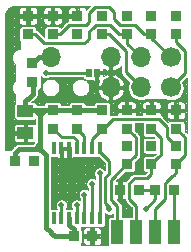
<source format=gtl>
%TF.GenerationSoftware,KiCad,Pcbnew,(5.1.2-1)-1*%
%TF.CreationDate,2020-09-09T12:48:07+02:00*%
%TF.ProjectId,RGB BYPASS AMP v3.1,52474220-4259-4504-9153-5320414d5020,2.21*%
%TF.SameCoordinates,Original*%
%TF.FileFunction,Copper,L1,Top*%
%TF.FilePolarity,Positive*%
%FSLAX46Y46*%
G04 Gerber Fmt 4.6, Leading zero omitted, Abs format (unit mm)*
G04 Created by KiCad (PCBNEW (5.1.2-1)-1) date 2020-09-09 12:48:07*
%MOMM*%
%LPD*%
G04 APERTURE LIST*
%ADD10R,0.950000X0.875000*%
%ADD11R,1.050000X2.100000*%
%ADD12R,0.400000X1.000000*%
%ADD13R,0.875000X0.950000*%
%ADD14R,1.400000X0.975000*%
%ADD15C,1.700000*%
%ADD16O,1.700000X1.700000*%
%ADD17R,0.500000X0.750000*%
%ADD18C,0.500000*%
%ADD19C,0.400000*%
%ADD20C,0.250000*%
%ADD21C,0.152400*%
%ADD22C,0.400000*%
%ADD23C,0.100000*%
G04 APERTURE END LIST*
D10*
X63352300Y-130844800D03*
X63352300Y-129269800D03*
X65442300Y-130844800D03*
X65442300Y-129269800D03*
X61262300Y-129269800D03*
X61262300Y-130844800D03*
X67532300Y-129269800D03*
X67532300Y-130844800D03*
D11*
X70425000Y-147585000D03*
X68825000Y-147585000D03*
X73625000Y-147585000D03*
X72025000Y-147585000D03*
D12*
X67345000Y-140495000D03*
X66695000Y-140495000D03*
X66045000Y-140495000D03*
X65395000Y-140495000D03*
X64745000Y-140495000D03*
X64095000Y-140495000D03*
X63445000Y-140495000D03*
X63445000Y-146395000D03*
X64095000Y-146395000D03*
X64745000Y-146395000D03*
X65395000Y-146395000D03*
X66045000Y-146395000D03*
X66695000Y-146395000D03*
X67345000Y-146395000D03*
D10*
X61637300Y-134839800D03*
X61637300Y-133264800D03*
X71712300Y-138837300D03*
X71712300Y-137262300D03*
D13*
X60190200Y-141562300D03*
X61765200Y-141562300D03*
D10*
X71712300Y-130844800D03*
X71712300Y-129269800D03*
X69622300Y-130844800D03*
X69622300Y-129269800D03*
X67532300Y-138837300D03*
X67532300Y-137262300D03*
D13*
X66699800Y-147922700D03*
X65124800Y-147922700D03*
D10*
X73802300Y-138837300D03*
X73802300Y-137262300D03*
X71712300Y-141829800D03*
X71712300Y-140254800D03*
X63352300Y-138837300D03*
X63352300Y-137262300D03*
X65442300Y-138837300D03*
X65442300Y-137262300D03*
X73802300Y-141829800D03*
X73802300Y-140254800D03*
X73802300Y-130844800D03*
X73802300Y-129269800D03*
X69622300Y-141829800D03*
X69622300Y-140254800D03*
D13*
X72062700Y-144012300D03*
X73637700Y-144012300D03*
X69062700Y-144012300D03*
X70637700Y-144012300D03*
D10*
X69622300Y-138837300D03*
X69622300Y-137262300D03*
D14*
X61051000Y-137325000D03*
X61051000Y-139200000D03*
D15*
X73345000Y-132795000D03*
X73345000Y-135335000D03*
D16*
X70805000Y-132795000D03*
X70805000Y-135335000D03*
X68265000Y-132795000D03*
X68265000Y-135335000D03*
X63185000Y-132795000D03*
D17*
X67085000Y-134067500D03*
X66435000Y-134067500D03*
D18*
X65455000Y-138850000D03*
X71725000Y-140267500D03*
X69635000Y-140267500D03*
X71225000Y-145625000D03*
X68150000Y-145625000D03*
X63365000Y-138850000D03*
D19*
X62280000Y-135915000D03*
X63955000Y-135915000D03*
X64955000Y-135915000D03*
X64455000Y-135915000D03*
X63955000Y-134815000D03*
X64455000Y-134815000D03*
X64955000Y-134815000D03*
X69625000Y-146150000D03*
X67725000Y-147924000D03*
X59615000Y-139795000D03*
X59615000Y-136435000D03*
X70700000Y-141725000D03*
X59615000Y-131695000D03*
D18*
X67532300Y-129419800D03*
D19*
X62320000Y-128680000D03*
X64410000Y-128680000D03*
X60230000Y-128680000D03*
X64205000Y-135365000D03*
X64705000Y-135365000D03*
X65715000Y-143095000D03*
X64715000Y-143095000D03*
X65965000Y-142545000D03*
X64965000Y-142545000D03*
X64715000Y-141995000D03*
X65215000Y-141995000D03*
X65215000Y-143095000D03*
X65715000Y-141995000D03*
X63475000Y-144350000D03*
X64465000Y-142545000D03*
X65465000Y-142545000D03*
X67725000Y-148424000D03*
X67725000Y-147424000D03*
X70700000Y-141725000D03*
X66699800Y-147936700D03*
D18*
X73802300Y-130844800D03*
X65442300Y-130844800D03*
X66045000Y-144400000D03*
X71712300Y-129419800D03*
X66695000Y-143500000D03*
X69622300Y-129419800D03*
X67345000Y-142600000D03*
X67532300Y-130844800D03*
X73802300Y-129419800D03*
X65395000Y-145300000D03*
X62760000Y-134067500D03*
X64095000Y-145300000D03*
X61765200Y-141562300D03*
D20*
X69837500Y-143525000D02*
X69837500Y-143735000D01*
X71695000Y-141842500D02*
X71695000Y-142645000D01*
X70625000Y-144025000D02*
X70625000Y-144025000D01*
X69837500Y-143735000D02*
X69837500Y-143945000D01*
X69837500Y-143945000D02*
X69837500Y-144777500D01*
X69837500Y-143452500D02*
X70295000Y-142995000D01*
X70875000Y-142995000D02*
X70615000Y-142995000D01*
X73815000Y-141842500D02*
X73815000Y-142432400D01*
D21*
X71102400Y-142995000D02*
X70875000Y-142995000D01*
D20*
X71345000Y-142995000D02*
X70875000Y-142995000D01*
X69837500Y-143735000D02*
X69837500Y-143452500D01*
X71695000Y-142645000D02*
X71345000Y-142995000D01*
X72842500Y-144015000D02*
X72842500Y-144547500D01*
X69837500Y-144777500D02*
X70105000Y-145045000D01*
X65455000Y-138850000D02*
X65455000Y-138850000D01*
D21*
X70625000Y-144025000D02*
X71214900Y-144025000D01*
X73777500Y-141842500D02*
X73815000Y-141842500D01*
X63365000Y-138850000D02*
X63365000Y-138850000D01*
D20*
X72842500Y-144415000D02*
X72842500Y-144015000D01*
D21*
X65335000Y-138850000D02*
X65372500Y-138850000D01*
D20*
X65395000Y-139775000D02*
X65275000Y-139655000D01*
D21*
X65215000Y-138850000D02*
X65177500Y-138850000D01*
D20*
X63402500Y-138850000D02*
X64117500Y-139565000D01*
X69837500Y-143945000D02*
X69837500Y-144665000D01*
X70625000Y-144025000D02*
X71350000Y-144025000D01*
X66045000Y-140745000D02*
X66045000Y-139440000D01*
D21*
X63215000Y-138850000D02*
X63252500Y-138850000D01*
D20*
X64117500Y-139565000D02*
X64875000Y-139565000D01*
X66045000Y-139440000D02*
X65455000Y-138850000D01*
X73625000Y-142705000D02*
X73815000Y-142515000D01*
X72842500Y-143885000D02*
X72842500Y-143487500D01*
X72842500Y-144015000D02*
X72842500Y-143885000D01*
X72842500Y-143885000D02*
X72842500Y-143595000D01*
X73045000Y-143285000D02*
X72855000Y-143475000D01*
X73485000Y-142845000D02*
X73045000Y-143285000D01*
X72842500Y-143487500D02*
X73045000Y-143285000D01*
X73625000Y-142705000D02*
X73485000Y-142845000D01*
X70295000Y-142995000D02*
X70615000Y-142995000D01*
X70425000Y-148085000D02*
X70425000Y-145365000D01*
X65395000Y-140745000D02*
X65395000Y-139775000D01*
X70425000Y-145365000D02*
X69945000Y-144885000D01*
D21*
X70425000Y-148085000D02*
X70425000Y-146932600D01*
D20*
X73625000Y-144025000D02*
X73625000Y-148085000D01*
X69945000Y-144885000D02*
X70105000Y-145045000D01*
X73625000Y-145905000D02*
X73625000Y-148085000D01*
D21*
X65395000Y-139765000D02*
X65395000Y-140745000D01*
D20*
X73625000Y-144025000D02*
X73625000Y-145792500D01*
X73815000Y-142515000D02*
X73815000Y-141842500D01*
X65895000Y-139290000D02*
X65455000Y-138850000D01*
X71350000Y-144025000D02*
X72200000Y-144025000D01*
X64875000Y-139565000D02*
X64695000Y-139565000D01*
X65165000Y-139565000D02*
X64875000Y-139565000D01*
X65185000Y-139565000D02*
X65275000Y-139655000D01*
X64875000Y-139565000D02*
X65185000Y-139565000D01*
D21*
X63065000Y-138850000D02*
X63102500Y-138850000D01*
X72050000Y-144420000D02*
X72050000Y-144025000D01*
X72050000Y-144025000D02*
X71460100Y-144025000D01*
X68075000Y-145625000D02*
X68075000Y-145350000D01*
D20*
X72050000Y-144700000D02*
X72050000Y-144025000D01*
D21*
X67976200Y-145628000D02*
X67976200Y-145503000D01*
X67976200Y-145553000D02*
X67976200Y-145428000D01*
X67976200Y-145428000D02*
X67976200Y-145303000D01*
X63365000Y-138850000D02*
X63402500Y-138850000D01*
D20*
X67820000Y-144450000D02*
X67820000Y-144980000D01*
D21*
X67820000Y-143825000D02*
X67820000Y-143225000D01*
D20*
X67820000Y-143225000D02*
X67820000Y-142955000D01*
X67820000Y-143225000D02*
X67820000Y-143475000D01*
X67820000Y-143475000D02*
X67820000Y-144980000D01*
X72050000Y-144800000D02*
X72050000Y-144025000D01*
X71225000Y-145625000D02*
X72050000Y-144800000D01*
D21*
X72025000Y-147585000D02*
X72025000Y-146382600D01*
D20*
X72842500Y-144015000D02*
X72842500Y-144807500D01*
X72842500Y-144807500D02*
X72025000Y-145625000D01*
X67820000Y-144980000D02*
X67820000Y-145080000D01*
X72025000Y-148085000D02*
X72025000Y-145625000D01*
X68234000Y-145532500D02*
X67904000Y-145202500D01*
X67820000Y-145118500D02*
X67904000Y-145202500D01*
X67820000Y-144980000D02*
X67820000Y-145118500D01*
X67950000Y-142825000D02*
X67820000Y-142955000D01*
D21*
X67345000Y-140795000D02*
X67345000Y-140495000D01*
D20*
X67950000Y-141400000D02*
X67345000Y-140795000D01*
D21*
X67820000Y-143150000D02*
X67820000Y-142930000D01*
X67820000Y-142955000D02*
X67820000Y-143150000D01*
X67820000Y-143150000D02*
X67820000Y-143475000D01*
D20*
X67820000Y-142930000D02*
X68125000Y-142625000D01*
X68125000Y-141575000D02*
X67950000Y-141400000D01*
X68125000Y-142625000D02*
X68125000Y-141575000D01*
D21*
X60975000Y-139472400D02*
X60975000Y-138882500D01*
X60975000Y-138882500D02*
X61012500Y-138882500D01*
X60915000Y-138820000D02*
X60952500Y-138820000D01*
X61051000Y-139200000D02*
X61051000Y-139199000D01*
X61051000Y-139200000D02*
X61263500Y-139200000D01*
X68265000Y-135335000D02*
X68068601Y-135531399D01*
D20*
X68205000Y-132155000D02*
X68205000Y-132435000D01*
X64095000Y-140495000D02*
X64745000Y-140495000D01*
D21*
X73777500Y-138850000D02*
X73815000Y-138850000D01*
D22*
X62805000Y-146465000D02*
X62805000Y-146845000D01*
D21*
X63065000Y-137275000D02*
X63027500Y-137275000D01*
X64737500Y-146402500D02*
X64745000Y-146395000D01*
D22*
X62805000Y-146750000D02*
X62805000Y-147104000D01*
X62805000Y-146465000D02*
X62805000Y-146750000D01*
X62805000Y-147204000D02*
X63101000Y-147500000D01*
X62805000Y-146750000D02*
X62805000Y-147204000D01*
X62800000Y-137275000D02*
X63365000Y-137275000D01*
X63365000Y-137275000D02*
X67545000Y-137275000D01*
D21*
X60915000Y-137275000D02*
X60877500Y-137275000D01*
X60952500Y-137275000D02*
X61405000Y-137275000D01*
X60915000Y-137275000D02*
X60952500Y-137275000D01*
X60838500Y-137325000D02*
X61051000Y-137325000D01*
X61101000Y-137275000D02*
X61051000Y-137325000D01*
X63365000Y-137275000D02*
X62750000Y-137275000D01*
D22*
X62325000Y-138090000D02*
X62325000Y-139625000D01*
X61051000Y-136474000D02*
X61051000Y-137325000D01*
D21*
X64745000Y-146395000D02*
X64745000Y-146695000D01*
X64745000Y-146695000D02*
X64750000Y-146700000D01*
D22*
X64745000Y-146419000D02*
X64745000Y-146944000D01*
X64745000Y-146944000D02*
X65150000Y-147349000D01*
D21*
X65150000Y-147911500D02*
X65137500Y-147924000D01*
D22*
X65150000Y-147349000D02*
X65150000Y-147935500D01*
X62325000Y-137746600D02*
X62325000Y-138090000D01*
D21*
X61051000Y-137325000D02*
X61903400Y-137325000D01*
X63365000Y-137275000D02*
X63327500Y-137275000D01*
D22*
X62325000Y-137700000D02*
X62750000Y-137275000D01*
D21*
X62325000Y-137746600D02*
X62325000Y-137700000D01*
D22*
X61900000Y-137275000D02*
X61101000Y-137275000D01*
X62325000Y-137700000D02*
X61900000Y-137275000D01*
X62750000Y-137275000D02*
X61900000Y-137275000D01*
X62325000Y-139625000D02*
X62325000Y-140050000D01*
D21*
X62325000Y-140050000D02*
X62325000Y-140075000D01*
D22*
X62805000Y-141075000D02*
X62805000Y-146465000D01*
X61875000Y-140525000D02*
X62255000Y-140525000D01*
X62325000Y-140050000D02*
X62325000Y-140595000D01*
D21*
X62325000Y-140595000D02*
X62505000Y-140775000D01*
D22*
X62505000Y-140775000D02*
X62805000Y-141075000D01*
X62255000Y-140525000D02*
X62505000Y-140775000D01*
X62325000Y-140075000D02*
X61875000Y-140525000D01*
X61650000Y-135875000D02*
X61650000Y-134852500D01*
X61425000Y-136100000D02*
X61650000Y-135875000D01*
X61425000Y-136100000D02*
X61051000Y-136474000D01*
X61375000Y-140525000D02*
X60500000Y-140525000D01*
X60850000Y-140525000D02*
X61375000Y-140525000D01*
X61375000Y-140525000D02*
X61875000Y-140525000D01*
D21*
X60177500Y-140847500D02*
X60177500Y-140850000D01*
D22*
X60500000Y-140525000D02*
X60177500Y-140847500D01*
X60177500Y-141575000D02*
X60177500Y-140850000D01*
D21*
X62805000Y-146465000D02*
X62805000Y-146305000D01*
D22*
X63333124Y-147732124D02*
X63101000Y-147500000D01*
X63857300Y-147922700D02*
X63523700Y-147922700D01*
X63523700Y-147922700D02*
X63333124Y-147732124D01*
X65124800Y-147922700D02*
X63857300Y-147922700D01*
D20*
X73992500Y-130857500D02*
X73745000Y-131105000D01*
D21*
X73802300Y-130844800D02*
X73764800Y-130844800D01*
D20*
X73802300Y-131482300D02*
X74570000Y-132250000D01*
X73802300Y-131482300D02*
X73802300Y-130844800D01*
X74570000Y-134110000D02*
X73345000Y-135335000D01*
X74570000Y-133790000D02*
X74570000Y-134110000D01*
X74570000Y-132250000D02*
X74570000Y-133790000D01*
X74570000Y-133790000D02*
X74570000Y-134100000D01*
D21*
X66043631Y-146643631D02*
X66045000Y-146645000D01*
D20*
X66045000Y-145742600D02*
X66045000Y-144400000D01*
X66045000Y-146395000D02*
X66045000Y-145742600D01*
X73345000Y-132795000D02*
X71712300Y-131162300D01*
D21*
X71084900Y-130844800D02*
X70340100Y-130100000D01*
D20*
X71712300Y-130844800D02*
X71084900Y-130844800D01*
X71084900Y-130844800D02*
X70290100Y-130050000D01*
X69078518Y-130050000D02*
X68550000Y-129521482D01*
X70290100Y-130050000D02*
X69078518Y-130050000D01*
X68550000Y-129521482D02*
X68550000Y-128963518D01*
X66460000Y-129018118D02*
X66460000Y-129770000D01*
X63979700Y-130844800D02*
X63352300Y-130844800D01*
X66160000Y-130070000D02*
X66460000Y-129770000D01*
X65940000Y-130070000D02*
X66160000Y-130070000D01*
D21*
X66110000Y-130070000D02*
X65940000Y-130070000D01*
D20*
X64754500Y-130070000D02*
X64592250Y-130232250D01*
X64890000Y-130070000D02*
X64754500Y-130070000D01*
X64592250Y-130232250D02*
X63979700Y-130844800D01*
D21*
X64694500Y-130130000D02*
X64592250Y-130232250D01*
D20*
X65940000Y-130070000D02*
X64890000Y-130070000D01*
X66928118Y-128550000D02*
X67190000Y-128550000D01*
X66674059Y-128804059D02*
X66928118Y-128550000D01*
X66918118Y-128560000D02*
X66674059Y-128804059D01*
X66674059Y-128804059D02*
X66460000Y-129018118D01*
X67900000Y-128550000D02*
X68136482Y-128550000D01*
X68136482Y-128550000D02*
X68298241Y-128711759D01*
X68298241Y-128711759D02*
X68146482Y-128560000D01*
X68550000Y-128963518D02*
X68298241Y-128711759D01*
X67900000Y-128550000D02*
X67190000Y-128550000D01*
D21*
X71712300Y-131162300D02*
X71712300Y-130844800D01*
D20*
X70645000Y-132335000D02*
X70745000Y-132435000D01*
D21*
X66693631Y-146643631D02*
X66695000Y-146645000D01*
D20*
X66695000Y-146395000D02*
X66695000Y-143500000D01*
X69622300Y-131612300D02*
X70805000Y-132795000D01*
X69622300Y-130844800D02*
X69622300Y-131612300D01*
X68994900Y-130844800D02*
X69622300Y-130844800D01*
X62555801Y-131510901D02*
X61889700Y-130844800D01*
X61889700Y-130844800D02*
X61262300Y-130844800D01*
X66460000Y-130593118D02*
X66460000Y-131151082D01*
X68210100Y-130060000D02*
X68510050Y-130359950D01*
X68510050Y-130359950D02*
X68994900Y-130844800D01*
X67990000Y-130060000D02*
X68210100Y-130060000D01*
X68328799Y-130178699D02*
X68510050Y-130359950D01*
X66993118Y-130060000D02*
X66746559Y-130306559D01*
X67340000Y-130060000D02*
X66993118Y-130060000D01*
X66746559Y-130306559D02*
X66460000Y-130593118D01*
X67990000Y-130060000D02*
X67340000Y-130060000D01*
X66874419Y-130178699D02*
X66746559Y-130306559D01*
X62614900Y-131570000D02*
X62555801Y-131510901D01*
X62650000Y-131570000D02*
X62614900Y-131570000D01*
X66041082Y-131570000D02*
X66245541Y-131365541D01*
X65900000Y-131570000D02*
X66041082Y-131570000D01*
X66245541Y-131365541D02*
X66100181Y-131510901D01*
X66460000Y-131151082D02*
X66245541Y-131365541D01*
X65900000Y-131570000D02*
X62650000Y-131570000D01*
X67345000Y-146395000D02*
X67345000Y-142600000D01*
X70805000Y-135335000D02*
X69530000Y-134060000D01*
X69530000Y-132215100D02*
X69530000Y-132650000D01*
X68159700Y-130844800D02*
X69530000Y-132215100D01*
X67532300Y-130844800D02*
X68159700Y-130844800D01*
D21*
X69530000Y-132650000D02*
X69530000Y-132290000D01*
D20*
X69530000Y-134060000D02*
X69530000Y-132650000D01*
D21*
X63125000Y-132535000D02*
X63125000Y-133275000D01*
X63177500Y-132787500D02*
X63185000Y-132795000D01*
X62692500Y-133287500D02*
X63185000Y-132795000D01*
X61675000Y-133337500D02*
X61712500Y-133337500D01*
X61700000Y-133277500D02*
X61772500Y-133277500D01*
X61650000Y-133277500D02*
X61672500Y-133277500D01*
D22*
X61697500Y-133277500D02*
X62180000Y-132795000D01*
X62180000Y-132795000D02*
X63185000Y-132795000D01*
D21*
X61650000Y-133277500D02*
X61697500Y-133277500D01*
X65393631Y-146643631D02*
X65395000Y-146645000D01*
D20*
X65395000Y-146395000D02*
X65395000Y-145300000D01*
D21*
X69635000Y-138850000D02*
X69597500Y-138850000D01*
X69635000Y-141842500D02*
X69597500Y-141842500D01*
D20*
X68275000Y-144500000D02*
X68275000Y-144125000D01*
X68275000Y-144125000D02*
X68275000Y-143900000D01*
X68275000Y-144125000D02*
X68275000Y-143165000D01*
X68275000Y-143165000D02*
X68540000Y-142900000D01*
X69597500Y-141842500D02*
X68540000Y-142900000D01*
X68825000Y-145850000D02*
X68825000Y-145475000D01*
X68825000Y-148085000D02*
X68825000Y-146200000D01*
X68825000Y-146200000D02*
X68825000Y-145850000D01*
X68825000Y-145575000D02*
X68825000Y-145400000D01*
X68825000Y-145575000D02*
X68825000Y-145475000D01*
X68825000Y-145350000D02*
X68675000Y-145200000D01*
D21*
X68825000Y-146200000D02*
X68825000Y-145800000D01*
D20*
X68675000Y-145200000D02*
X68500000Y-145025000D01*
X68825000Y-145800000D02*
X68825000Y-145350000D01*
D21*
X68825000Y-145800000D02*
X68825000Y-145575000D01*
D20*
X68275000Y-144800000D02*
X68500000Y-145025000D01*
X68275000Y-144600000D02*
X68275000Y-144800000D01*
X68275000Y-144125000D02*
X68275000Y-144600000D01*
D21*
X69659800Y-138837300D02*
X69622300Y-138837300D01*
D20*
X64095000Y-145365000D02*
X64095000Y-146395000D01*
D21*
X62055000Y-141852100D02*
X61765200Y-141562300D01*
D20*
X63113553Y-134067500D02*
X66335000Y-134067500D01*
X62760000Y-134067500D02*
X63113553Y-134067500D01*
X70400000Y-141052100D02*
X70206050Y-141246050D01*
X70400000Y-140390000D02*
X70400000Y-141052100D01*
X69853590Y-141598510D02*
X70206050Y-141246050D01*
X70400000Y-139577500D02*
X70206250Y-139383750D01*
D21*
X70400000Y-139950000D02*
X70400000Y-139577500D01*
D20*
X70400000Y-140390000D02*
X70400000Y-139950000D01*
X70400000Y-139950000D02*
X70400000Y-139607500D01*
X70206250Y-139383750D02*
X69659800Y-138837300D01*
X71943590Y-141598510D02*
X72296050Y-141246050D01*
X72490000Y-141052100D02*
X72296050Y-141246050D01*
X72490000Y-140390000D02*
X72490000Y-141052100D01*
X72490000Y-139577500D02*
X72296250Y-139383750D01*
X72296250Y-139383750D02*
X71749800Y-138837300D01*
X72490000Y-140390000D02*
X72490000Y-139950000D01*
X72490000Y-139950000D02*
X72490000Y-139607500D01*
X74580000Y-139950000D02*
X74580000Y-139607500D01*
X74580000Y-139577500D02*
X74386250Y-139383750D01*
X74033590Y-141598510D02*
X74386050Y-141246050D01*
X74580000Y-141052100D02*
X74386050Y-141246050D01*
X74580000Y-140390000D02*
X74580000Y-139950000D01*
X74386250Y-139383750D02*
X73839800Y-138837300D01*
X74580000Y-140390000D02*
X74580000Y-141052100D01*
D21*
X73852500Y-140267500D02*
X73815000Y-140267500D01*
X67545000Y-138850000D02*
X67327500Y-138850000D01*
D20*
X66695000Y-139662500D02*
X67507500Y-138850000D01*
D21*
X67507500Y-138850000D02*
X67545000Y-138850000D01*
X67365000Y-138850000D02*
X67545000Y-138850000D01*
D20*
X66695000Y-140745000D02*
X66695000Y-139662500D01*
D21*
X67582500Y-138850000D02*
X67545000Y-138850000D01*
D20*
X68432500Y-138000000D02*
X67582500Y-138850000D01*
D21*
X73802300Y-140254800D02*
X73667380Y-140254800D01*
X73802300Y-140254800D02*
X74054800Y-140254800D01*
X73764800Y-140254800D02*
X73802300Y-140254800D01*
D20*
X73098699Y-139588699D02*
X73764800Y-140254800D01*
X71380000Y-138000000D02*
X72198982Y-138000000D01*
X73220000Y-139710000D02*
X73098699Y-139588699D01*
D21*
X73764800Y-140254800D02*
X73220000Y-139710000D01*
D20*
X73020000Y-139510000D02*
X73220000Y-139710000D01*
X73020000Y-139260000D02*
X73020000Y-139510000D01*
X73020000Y-139260000D02*
X73020000Y-138770000D01*
X73020000Y-138700000D02*
X73020000Y-138770000D01*
X70980000Y-138000000D02*
X72320000Y-138000000D01*
X72320000Y-138000000D02*
X72620000Y-138300000D01*
X70980000Y-138000000D02*
X68432500Y-138000000D01*
X72620000Y-138300000D02*
X73020000Y-138700000D01*
X71380000Y-138000000D02*
X70980000Y-138000000D01*
D23*
X67791185Y-145966221D02*
X67791185Y-145966221D01*
X67791185Y-146061221D02*
X67911875Y-146061221D01*
X68388124Y-146061221D02*
X68455000Y-146061221D01*
X67791185Y-146156221D02*
X68455000Y-146156221D01*
X67791185Y-146251221D02*
X68455001Y-146251221D01*
X67791185Y-146346221D02*
X68143834Y-146346221D01*
X67791185Y-146441221D02*
X68072424Y-146441221D01*
X67791185Y-146536221D02*
X68053815Y-146536221D01*
X67791185Y-146631221D02*
X68053815Y-146631221D01*
X67791185Y-146726221D02*
X68053815Y-146726221D01*
X67791185Y-146821221D02*
X68053815Y-146821221D01*
X67789095Y-146916221D02*
X68053815Y-146916221D01*
X67760680Y-147011221D02*
X68053815Y-147011221D01*
X66369564Y-147106221D02*
X66370435Y-147106221D01*
X67019564Y-147106221D02*
X67020435Y-147106221D01*
X67669563Y-147106221D02*
X68053815Y-147106221D01*
X65760000Y-147201221D02*
X66083437Y-147201221D01*
X66540821Y-147201221D02*
X66858779Y-147201221D01*
X67316164Y-147201221D02*
X68053815Y-147201221D01*
X65760000Y-147296221D02*
X65998566Y-147296221D01*
X66559300Y-147296221D02*
X66840300Y-147296221D01*
X67401035Y-147296221D02*
X68053815Y-147296221D01*
X65801192Y-147391221D02*
X65962393Y-147391221D01*
X66559300Y-147391221D02*
X66840300Y-147391221D01*
X67437208Y-147391221D02*
X68053815Y-147391221D01*
X65808485Y-147486221D02*
X65957048Y-147486221D01*
X66559300Y-147486221D02*
X66840300Y-147486221D01*
X67442551Y-147486221D02*
X68053815Y-147486221D01*
X65808485Y-147581221D02*
X65957588Y-147581221D01*
X66559300Y-147581221D02*
X66840300Y-147581221D01*
X67442011Y-147581221D02*
X68053815Y-147581221D01*
X65808485Y-147676221D02*
X65958129Y-147676221D01*
X66559300Y-147676221D02*
X66840300Y-147676221D01*
X67441470Y-147676221D02*
X68053815Y-147676221D01*
X65808485Y-147771221D02*
X66023321Y-147771221D01*
X66559300Y-147771221D02*
X66840300Y-147771221D01*
X67376279Y-147771221D02*
X68053815Y-147771221D01*
X65808485Y-147866221D02*
X68053815Y-147866221D01*
X65808485Y-147961221D02*
X68053815Y-147961221D01*
X65808485Y-148056221D02*
X68053815Y-148056221D01*
X65808485Y-148151221D02*
X65958232Y-148151221D01*
X66559300Y-148151221D02*
X66840300Y-148151221D01*
X67441369Y-148151221D02*
X68053815Y-148151221D01*
X65808485Y-148246221D02*
X65957691Y-148246221D01*
X66559300Y-148246221D02*
X66840300Y-148246221D01*
X67441910Y-148246221D02*
X68053815Y-148246221D01*
X65808485Y-148341221D02*
X65957151Y-148341221D01*
X66559300Y-148341221D02*
X66840300Y-148341221D01*
X67442450Y-148341221D02*
X68053815Y-148341221D01*
X65804691Y-148436221D02*
X65960623Y-148436221D01*
X66559300Y-148436221D02*
X66840300Y-148436221D01*
X67438976Y-148436221D02*
X68053815Y-148436221D01*
X65768733Y-148531221D02*
X65988966Y-148531221D01*
X66559300Y-148531221D02*
X66840300Y-148531221D01*
X67410633Y-148531221D02*
X68053815Y-148531221D01*
X65760000Y-148626221D02*
X66061554Y-148626221D01*
X66558779Y-148626221D02*
X66840821Y-148626221D01*
X67338045Y-148626221D02*
X68053815Y-148626221D01*
X68455001Y-146218183D02*
X68455001Y-146288815D01*
X68360001Y-146073799D02*
X68360001Y-146288815D01*
X68265001Y-146106823D02*
X68265001Y-146292261D01*
X68170001Y-146120000D02*
X68170001Y-146326684D01*
X68075001Y-146114779D02*
X68075001Y-146436212D01*
X67980001Y-146090367D02*
X67980001Y-148705000D01*
X67885001Y-146043264D02*
X67885001Y-148705000D01*
X67790001Y-146907023D02*
X67790001Y-148705000D01*
X67695001Y-147088840D02*
X67695001Y-148705000D01*
X67600001Y-147134340D02*
X67600001Y-148705000D01*
X67505001Y-147141185D02*
X67505001Y-148705000D01*
X67410001Y-147141185D02*
X67410001Y-147312996D01*
X67410001Y-147737499D02*
X67410001Y-148107901D01*
X67410001Y-148532405D02*
X67410001Y-148705000D01*
X67315001Y-147141185D02*
X67315001Y-147200268D01*
X67315001Y-147782200D02*
X67315001Y-148063200D01*
X67315001Y-148645133D02*
X67315001Y-148705000D01*
X67220001Y-147141185D02*
X67220001Y-147155109D01*
X67220001Y-147782200D02*
X67220001Y-148063200D01*
X67220001Y-148690292D02*
X67220001Y-148705000D01*
X67125001Y-147139215D02*
X67125001Y-147142310D01*
X67125001Y-147782200D02*
X67125001Y-148063200D01*
X67125001Y-148703089D02*
X67125001Y-148705000D01*
X67030001Y-147111333D02*
X67030001Y-147142943D01*
X67030001Y-147782200D02*
X67030001Y-148063200D01*
X67030001Y-148702456D02*
X67030001Y-148705000D01*
X66935001Y-147137246D02*
X66935001Y-147143575D01*
X66935001Y-147782200D02*
X66935001Y-148063200D01*
X66935001Y-148701824D02*
X66935001Y-148705000D01*
X66840001Y-147141185D02*
X66840001Y-147219700D01*
X66840001Y-147219700D02*
X66840001Y-148063200D01*
X66840001Y-148063200D02*
X66840001Y-148705000D01*
X66745001Y-147141185D02*
X66745001Y-147219700D01*
X66745001Y-147219700D02*
X66745001Y-148063200D01*
X66745001Y-148063200D02*
X66745001Y-148705000D01*
X66650001Y-147141185D02*
X66650001Y-147219700D01*
X66650001Y-147219700D02*
X66650001Y-148063200D01*
X66650001Y-148063200D02*
X66650001Y-148705000D01*
X66555001Y-147141185D02*
X66555001Y-147215401D01*
X66555001Y-147782200D02*
X66555001Y-148063200D01*
X66555001Y-148629999D02*
X66555001Y-148705000D01*
X66460001Y-147137738D02*
X66460001Y-147143545D01*
X66460001Y-147782200D02*
X66460001Y-148063200D01*
X66460001Y-148701856D02*
X66460001Y-148705000D01*
X66365001Y-147108661D02*
X66365001Y-147142913D01*
X66365001Y-147782200D02*
X66365001Y-148063200D01*
X66365001Y-148702488D02*
X66365001Y-148705000D01*
X66270001Y-147138723D02*
X66270001Y-147142281D01*
X66270001Y-147782200D02*
X66270001Y-148063200D01*
X66270001Y-148703120D02*
X66270001Y-148705000D01*
X66175001Y-147141185D02*
X66175001Y-147156503D01*
X66175001Y-147782200D02*
X66175001Y-148063200D01*
X66175001Y-148688896D02*
X66175001Y-148705000D01*
X66080001Y-147141185D02*
X66080001Y-147204040D01*
X66080001Y-147782200D02*
X66080001Y-148063200D01*
X66080001Y-148641359D02*
X66080001Y-148705000D01*
X65985001Y-147141185D02*
X65985001Y-147321598D01*
X65985001Y-147732901D02*
X65985001Y-148112499D01*
X65985001Y-148523801D02*
X65985001Y-148705000D01*
X65890001Y-147141185D02*
X65890001Y-147447700D01*
X65890001Y-147447700D02*
X65890001Y-148397700D01*
X65890001Y-148397700D02*
X65890001Y-148705000D01*
X65795001Y-147135857D02*
X65795001Y-147370816D01*
X65795001Y-148474585D02*
X65795001Y-148705000D01*
X70340550Y-138370000D02*
X70994050Y-138370000D01*
X70343485Y-138465000D02*
X70991115Y-138465000D01*
X70343485Y-138560000D02*
X70991115Y-138560000D01*
X70343485Y-138655000D02*
X70991115Y-138655000D01*
X70343485Y-138750000D02*
X70991115Y-138750000D01*
X70343485Y-138845000D02*
X70991115Y-138845000D01*
X70343485Y-138940000D02*
X70991115Y-138940000D01*
X70380759Y-139035000D02*
X70991115Y-139035000D01*
X70475759Y-139130000D02*
X70991115Y-139130000D01*
X70570758Y-139225000D02*
X70991115Y-139225000D01*
X70665758Y-139320000D02*
X70995566Y-139320000D01*
X70732680Y-139415000D02*
X71035417Y-139415000D01*
X70765141Y-139510000D02*
X71168652Y-139510000D01*
X70770000Y-139605000D02*
X71114755Y-139605000D01*
X70770000Y-139700000D02*
X71022197Y-139700000D01*
X70770000Y-139795000D02*
X70993312Y-139795000D01*
X70770000Y-139890000D02*
X70991115Y-139890000D01*
X70770000Y-139985000D02*
X70991115Y-139985000D01*
X70770000Y-140080000D02*
X70991115Y-140080000D01*
X70770000Y-140175000D02*
X70991115Y-140175000D01*
X70770000Y-140270000D02*
X70991115Y-140270000D01*
X70770000Y-140365000D02*
X70991115Y-140365000D01*
X70770000Y-140460000D02*
X70991115Y-140460000D01*
X70770000Y-140555000D02*
X70991115Y-140555000D01*
X70770000Y-140650000D02*
X70991115Y-140650000D01*
X70770000Y-140745000D02*
X70997262Y-140745000D01*
X70770000Y-140840000D02*
X71041572Y-140840000D01*
X70770000Y-140935000D02*
X71201913Y-140935000D01*
X70770000Y-141030000D02*
X71988841Y-141030000D01*
X70764534Y-141125000D02*
X71893841Y-141125000D01*
X70729793Y-141220000D02*
X71061762Y-141220000D01*
X70662888Y-141315000D02*
X71004725Y-141315000D01*
X70565358Y-141410000D02*
X70991115Y-141410000D01*
X70470359Y-141505000D02*
X70991115Y-141505000D01*
X70375359Y-141600000D02*
X70991115Y-141600000D01*
X70343485Y-141695000D02*
X70991115Y-141695000D01*
X70343485Y-141790000D02*
X70991115Y-141790000D01*
X70343485Y-141885000D02*
X70991115Y-141885000D01*
X70343485Y-141980000D02*
X70991115Y-141980000D01*
X70343485Y-142075000D02*
X70991115Y-142075000D01*
X70343485Y-142170000D02*
X70991115Y-142170000D01*
X70343485Y-142265000D02*
X70991115Y-142265000D01*
X70325203Y-142360000D02*
X71009396Y-142360000D01*
X70254781Y-142455000D02*
X71079818Y-142455000D01*
X69413258Y-142550000D02*
X71266742Y-142550000D01*
X69318258Y-142645000D02*
X70174187Y-142645000D01*
X69223258Y-142740000D02*
X70025626Y-142740000D01*
X69128258Y-142835000D02*
X69931742Y-142835000D01*
X69033258Y-142930000D02*
X69836742Y-142930000D01*
X68938258Y-143025000D02*
X69741742Y-143025000D01*
X68843258Y-143120000D02*
X69646742Y-143120000D01*
X68748258Y-143215000D02*
X69553765Y-143215000D01*
X68922200Y-143310000D02*
X69203200Y-143310000D01*
X68922200Y-143405000D02*
X69203200Y-143405000D01*
X68922200Y-143500000D02*
X69203200Y-143500000D01*
X68922200Y-143595000D02*
X69203200Y-143595000D01*
X68922200Y-143690000D02*
X69203200Y-143690000D01*
X68922200Y-143785000D02*
X69203200Y-143785000D01*
X68902200Y-143880000D02*
X69223200Y-143880000D01*
X68902200Y-143975000D02*
X69223200Y-143975000D01*
X68902200Y-144070000D02*
X69223200Y-144070000D01*
X68922200Y-144165000D02*
X69203200Y-144165000D01*
X68922200Y-144260000D02*
X69203200Y-144260000D01*
X68922200Y-144355000D02*
X69203200Y-144355000D01*
X68922200Y-144450000D02*
X69203200Y-144450000D01*
X68922200Y-144545000D02*
X69203200Y-144545000D01*
X68922200Y-144640000D02*
X69203200Y-144640000D01*
X68902500Y-144735000D02*
X69222900Y-144735000D01*
X68828258Y-144830000D02*
X69470881Y-144830000D01*
X68923258Y-144925000D02*
X69496802Y-144925000D01*
X69018258Y-145020000D02*
X69557867Y-145020000D01*
X69110788Y-145115000D02*
X69651741Y-145115000D01*
X69169181Y-145210000D02*
X69746741Y-145210000D01*
X69192358Y-145305000D02*
X69841741Y-145305000D01*
X69195000Y-145400000D02*
X69936741Y-145400000D01*
X69195000Y-145495000D02*
X70031741Y-145495000D01*
X69195000Y-145590000D02*
X70055001Y-145590000D01*
X69195000Y-145685000D02*
X70055001Y-145685000D01*
X69195000Y-145780000D02*
X70055001Y-145780000D01*
X69195000Y-145875000D02*
X70055001Y-145875000D01*
X69195000Y-145970000D02*
X70055001Y-145970000D01*
X69195000Y-146065000D02*
X70055001Y-146065000D01*
X69195000Y-146160000D02*
X70055001Y-146160000D01*
X69195000Y-146255000D02*
X70055001Y-146255000D01*
X72080357Y-140938485D02*
X72080357Y-140938485D01*
X71985357Y-140938485D02*
X71985357Y-141033484D01*
X71890357Y-139520985D02*
X71890357Y-139571115D01*
X71890357Y-140938485D02*
X71890357Y-141128484D01*
X71795357Y-139520985D02*
X71795357Y-139571115D01*
X71795357Y-140938485D02*
X71795357Y-141146115D01*
X71700357Y-139520985D02*
X71700357Y-139571115D01*
X71700357Y-140938485D02*
X71700357Y-141146115D01*
X71605357Y-139520985D02*
X71605357Y-139571115D01*
X71605357Y-140938485D02*
X71605357Y-141146115D01*
X71510357Y-139520985D02*
X71510357Y-139571115D01*
X71510357Y-140938485D02*
X71510357Y-141146115D01*
X71415357Y-139520985D02*
X71415357Y-139571115D01*
X71415357Y-140938485D02*
X71415357Y-141146115D01*
X71320357Y-139520985D02*
X71320357Y-139571115D01*
X71320357Y-140938485D02*
X71320357Y-141146115D01*
X71225357Y-139519808D02*
X71225357Y-139572291D01*
X71225357Y-140937308D02*
X71225357Y-141147291D01*
X71225357Y-142512308D02*
X71225357Y-142591384D01*
X71130357Y-139495439D02*
X71130357Y-139596660D01*
X71130357Y-140912939D02*
X71130357Y-141171660D01*
X71130357Y-142487939D02*
X71130357Y-142625000D01*
X71035357Y-139414926D02*
X71035357Y-139677173D01*
X71035357Y-140832426D02*
X71035357Y-141252173D01*
X71035357Y-142407426D02*
X71035357Y-142625000D01*
X70940357Y-138370000D02*
X70940357Y-142625000D01*
X70845357Y-138370000D02*
X70845357Y-142625000D01*
X70750357Y-138370000D02*
X70750357Y-139457864D01*
X70750357Y-141171738D02*
X70750357Y-142625000D01*
X70655357Y-138370000D02*
X70655357Y-139309599D01*
X70655357Y-141321182D02*
X70655357Y-142625000D01*
X70560357Y-138370000D02*
X70560357Y-139214599D01*
X70560357Y-141415001D02*
X70560357Y-142625000D01*
X70465357Y-138370000D02*
X70465357Y-139119598D01*
X70465357Y-141510002D02*
X70465357Y-142625000D01*
X70370357Y-138370000D02*
X70370357Y-139024598D01*
X70370357Y-141605002D02*
X70370357Y-142625000D01*
X70275357Y-142436532D02*
X70275357Y-142625144D01*
X70180357Y-142498129D02*
X70180357Y-142643128D01*
X70085357Y-142513485D02*
X70085357Y-142688402D01*
X69990357Y-142513485D02*
X69990357Y-142776384D01*
X69990357Y-145453615D02*
X69990357Y-146288815D01*
X69895357Y-142513485D02*
X69895357Y-142871384D01*
X69895357Y-145358615D02*
X69895357Y-146289272D01*
X69800357Y-142513485D02*
X69800357Y-142966384D01*
X69800357Y-145263615D02*
X69800357Y-146310458D01*
X69705357Y-142513485D02*
X69705357Y-143061384D01*
X69705357Y-145168615D02*
X69705357Y-146332740D01*
X69610357Y-142513485D02*
X69610357Y-143156384D01*
X69610357Y-145073615D02*
X69610357Y-146332740D01*
X69515357Y-142513485D02*
X69515357Y-143233323D01*
X69515357Y-144959712D02*
X69515357Y-146332740D01*
X69420357Y-142542902D02*
X69420357Y-143232360D01*
X69420357Y-144792239D02*
X69420357Y-146300319D01*
X69325357Y-142637902D02*
X69325357Y-143232992D01*
X69325357Y-144791607D02*
X69325357Y-146288815D01*
X69230357Y-142732902D02*
X69230357Y-143282143D01*
X69230357Y-144742457D02*
X69230357Y-146288815D01*
X69135357Y-142827902D02*
X69135357Y-145145737D01*
X69040357Y-142922902D02*
X69040357Y-145042099D01*
X68945357Y-143017902D02*
X68945357Y-144947099D01*
X68850357Y-143112902D02*
X68850357Y-143237457D01*
X68850357Y-144787143D02*
X68850357Y-144852099D01*
X68755357Y-143207902D02*
X68755357Y-143232696D01*
X63954500Y-140334500D02*
X64235500Y-140334500D01*
X64604500Y-140334500D02*
X64885500Y-140334500D01*
X63934500Y-140429500D02*
X64905500Y-140429500D01*
X63934500Y-140524500D02*
X64905500Y-140524500D01*
X63934500Y-140619500D02*
X64905500Y-140619500D01*
X63954500Y-140714500D02*
X64235500Y-140714500D01*
X64604500Y-140714500D02*
X64885500Y-140714500D01*
X63954500Y-140809500D02*
X64235500Y-140809500D01*
X64604500Y-140809500D02*
X64885500Y-140809500D01*
X63954500Y-140904500D02*
X64235500Y-140904500D01*
X64604500Y-140904500D02*
X64885500Y-140904500D01*
X63954500Y-140999500D02*
X64235500Y-140999500D01*
X64604500Y-140999500D02*
X64885500Y-140999500D01*
X63954500Y-141094500D02*
X64235500Y-141094500D01*
X64604500Y-141094500D02*
X64885500Y-141094500D01*
X63954500Y-141189500D02*
X64235500Y-141189500D01*
X64604500Y-141189500D02*
X64885500Y-141189500D01*
X63250000Y-141284500D02*
X63802228Y-141284500D01*
X63893000Y-141284500D02*
X64297000Y-141284500D01*
X64387771Y-141284500D02*
X64452228Y-141284500D01*
X64543000Y-141284500D02*
X64947000Y-141284500D01*
X65037771Y-141284500D02*
X67311241Y-141284500D01*
X63250000Y-141379500D02*
X67406241Y-141379500D01*
X63250000Y-141474500D02*
X67501241Y-141474500D01*
X63250000Y-141569500D02*
X67596241Y-141569500D01*
X63250000Y-141664500D02*
X67691241Y-141664500D01*
X63250000Y-141759500D02*
X67755001Y-141759500D01*
X63250000Y-141854500D02*
X67755001Y-141854500D01*
X63250000Y-141949500D02*
X67755001Y-141949500D01*
X63250000Y-142044500D02*
X67755001Y-142044500D01*
X63250000Y-142139500D02*
X67163250Y-142139500D01*
X67526751Y-142139500D02*
X67755001Y-142139500D01*
X63250000Y-142234500D02*
X67010464Y-142234500D01*
X67679536Y-142234500D02*
X67755001Y-142234500D01*
X63250000Y-142329500D02*
X66930412Y-142329500D01*
X63250000Y-142424500D02*
X66881911Y-142424500D01*
X63250000Y-142519500D02*
X66856316Y-142519500D01*
X63250000Y-142614500D02*
X66850000Y-142614500D01*
X63250000Y-142709500D02*
X66862083Y-142709500D01*
X63250000Y-142804500D02*
X66893923Y-142804500D01*
X63250000Y-142899500D02*
X66949787Y-142899500D01*
X63250000Y-142994500D02*
X66975001Y-142994500D01*
X63250000Y-143089500D02*
X66418381Y-143089500D01*
X66971621Y-143089500D02*
X66975001Y-143089500D01*
X63250000Y-143184500D02*
X66310479Y-143184500D01*
X63250000Y-143279500D02*
X66250551Y-143279500D01*
X63250000Y-143374500D02*
X66215267Y-143374500D01*
X63250000Y-143469500D02*
X66200000Y-143469500D01*
X63250000Y-143564500D02*
X66203132Y-143564500D01*
X63250000Y-143659500D02*
X66225283Y-143659500D01*
X63250000Y-143754500D02*
X66269720Y-143754500D01*
X63250000Y-143849500D02*
X66325001Y-143849500D01*
X63250000Y-143944500D02*
X65851179Y-143944500D01*
X66238822Y-143944500D02*
X66325001Y-143944500D01*
X63250000Y-144039500D02*
X65705464Y-144039500D01*
X63250000Y-144134500D02*
X65627071Y-144134500D01*
X63250000Y-144229500D02*
X65579840Y-144229500D01*
X63250000Y-144324500D02*
X65555321Y-144324500D01*
X63250000Y-144419500D02*
X65550000Y-144419500D01*
X63250000Y-144514500D02*
X65563078Y-144514500D01*
X63250000Y-144609500D02*
X65595994Y-144609500D01*
X63250000Y-144704500D02*
X65653128Y-144704500D01*
X63250000Y-144799500D02*
X65675001Y-144799500D01*
X63250000Y-144894500D02*
X63810898Y-144894500D01*
X64379103Y-144894500D02*
X65110898Y-144894500D01*
X63250000Y-144989500D02*
X63707138Y-144989500D01*
X64482863Y-144989500D02*
X65007138Y-144989500D01*
X63250000Y-145084500D02*
X63648480Y-145084500D01*
X64541521Y-145084500D02*
X64948480Y-145084500D01*
X63250000Y-145179500D02*
X63614272Y-145179500D01*
X64575729Y-145179500D02*
X64914272Y-145179500D01*
X63250000Y-145274500D02*
X63600000Y-145274500D01*
X64590000Y-145274500D02*
X64900000Y-145274500D01*
X63250000Y-145369500D02*
X63604126Y-145369500D01*
X64585873Y-145369500D02*
X64904126Y-145369500D01*
X63250000Y-145464500D02*
X63627354Y-145464500D01*
X64562645Y-145464500D02*
X64927354Y-145464500D01*
X63250000Y-145559500D02*
X63673061Y-145559500D01*
X64516938Y-145559500D02*
X64973061Y-145559500D01*
X63696177Y-145654500D02*
X63725000Y-145654500D01*
X64465000Y-145654500D02*
X64493824Y-145654500D01*
X64996177Y-145654500D02*
X65025001Y-145654500D01*
X67755001Y-141728259D02*
X67755001Y-141728259D01*
X67660001Y-141633259D02*
X67660001Y-142215146D01*
X67565001Y-141538259D02*
X67565001Y-142155344D01*
X67470001Y-141443259D02*
X67470001Y-142120167D01*
X67375001Y-141348259D02*
X67375001Y-142105000D01*
X67280001Y-141253259D02*
X67280001Y-142108231D01*
X67185001Y-141241185D02*
X67185001Y-142130490D01*
X67090001Y-141234340D02*
X67090001Y-142175053D01*
X66995001Y-141219351D02*
X66995001Y-142249963D01*
X66900001Y-141240693D02*
X66900001Y-142380826D01*
X66900001Y-142819173D02*
X66900001Y-143049131D01*
X66805001Y-141241185D02*
X66805001Y-143017184D01*
X66710001Y-141241185D02*
X66710001Y-143005000D01*
X66615001Y-141241185D02*
X66615001Y-143011215D01*
X66520001Y-141241185D02*
X66520001Y-143036703D01*
X66425001Y-141229789D02*
X66425001Y-143085076D01*
X66330001Y-141225239D02*
X66330001Y-143164963D01*
X66235001Y-141241185D02*
X66235001Y-143317039D01*
X66235001Y-143682960D02*
X66235001Y-143942918D01*
X66140001Y-141241185D02*
X66140001Y-143914200D01*
X66045001Y-141241185D02*
X66045001Y-143905000D01*
X65950001Y-141241185D02*
X65950001Y-143914199D01*
X65855001Y-141241185D02*
X65855001Y-143942916D01*
X65760001Y-141225239D02*
X65760001Y-143995098D01*
X65665001Y-141229790D02*
X65665001Y-144079963D01*
X65665001Y-144720037D02*
X65665001Y-144885078D01*
X65570001Y-141241185D02*
X65570001Y-144253252D01*
X65570001Y-144546747D02*
X65570001Y-144836705D01*
X65475001Y-141241185D02*
X65475001Y-144811216D01*
X65380001Y-141241185D02*
X65380001Y-144805000D01*
X65285001Y-141241185D02*
X65285001Y-144817182D01*
X65190001Y-141240692D02*
X65190001Y-144849129D01*
X65095001Y-141259444D02*
X65095001Y-144905121D01*
X65000001Y-141294749D02*
X65000001Y-145000181D01*
X65000001Y-145599818D02*
X65000001Y-145655661D01*
X64905001Y-140354500D02*
X64905001Y-140635500D01*
X64905001Y-141242501D02*
X64905001Y-145226105D01*
X64905001Y-145373894D02*
X64905001Y-145648815D01*
X64810001Y-140334500D02*
X64810001Y-145648815D01*
X64715001Y-140334500D02*
X64715001Y-145648815D01*
X64620001Y-140334500D02*
X64620001Y-145648815D01*
X64525001Y-140354500D02*
X64525001Y-140635500D01*
X64525001Y-141298613D02*
X64525001Y-145052567D01*
X64525001Y-145547434D02*
X64525001Y-145650784D01*
X64430001Y-140354500D02*
X64430001Y-140635500D01*
X64430001Y-141277449D02*
X64430001Y-144934965D01*
X64335001Y-140354500D02*
X64335001Y-140635500D01*
X64335001Y-141296405D02*
X64335001Y-144865033D01*
X64240001Y-140354500D02*
X64240001Y-140635500D01*
X64240001Y-141227501D02*
X64240001Y-144824278D01*
X64145001Y-140334500D02*
X64145001Y-140635500D01*
X64145001Y-140635500D02*
X64145001Y-144805249D01*
X64050001Y-140334500D02*
X64050001Y-140635500D01*
X64050001Y-140635500D02*
X64050001Y-144805000D01*
X63955001Y-140334500D02*
X63955001Y-140635500D01*
X63955001Y-140635500D02*
X63955001Y-144823150D01*
X63860001Y-141296957D02*
X63860001Y-144861690D01*
X63765001Y-141270462D02*
X63765001Y-144929963D01*
X63670001Y-141238723D02*
X63670001Y-145045080D01*
X63670001Y-145554919D02*
X63670001Y-145651278D01*
X63575001Y-141241185D02*
X63575001Y-145648815D01*
X63480001Y-141241185D02*
X63480001Y-145648815D01*
X63385001Y-141241185D02*
X63385001Y-145648815D01*
X63290001Y-141241185D02*
X63290001Y-145648815D01*
X60091346Y-128455000D02*
X66499860Y-128455000D01*
X59729554Y-128550000D02*
X60670672Y-128550000D01*
X61067500Y-128550000D02*
X61457100Y-128550000D01*
X61853929Y-128550000D02*
X62760672Y-128550000D01*
X63157500Y-128550000D02*
X63547100Y-128550000D01*
X63943929Y-128550000D02*
X64850672Y-128550000D01*
X65247500Y-128550000D02*
X65637100Y-128550000D01*
X66033929Y-128550000D02*
X66404860Y-128550000D01*
X59592799Y-128645000D02*
X60547745Y-128645000D01*
X61121800Y-128645000D02*
X61402800Y-128645000D01*
X61976856Y-128645000D02*
X62637745Y-128645000D01*
X63211800Y-128645000D02*
X63492800Y-128645000D01*
X64066856Y-128645000D02*
X64727745Y-128645000D01*
X65301800Y-128645000D02*
X65582800Y-128645000D01*
X66156856Y-128645000D02*
X66309860Y-128645000D01*
X59502591Y-128740000D02*
X60497621Y-128740000D01*
X61121800Y-128740000D02*
X61402800Y-128740000D01*
X62026980Y-128740000D02*
X62587621Y-128740000D01*
X63211800Y-128740000D02*
X63492800Y-128740000D01*
X64116980Y-128740000D02*
X64677621Y-128740000D01*
X65301800Y-128740000D02*
X65582800Y-128740000D01*
X66206980Y-128740000D02*
X66214860Y-128740000D01*
X59437709Y-128835000D02*
X60481846Y-128835000D01*
X61121800Y-128835000D02*
X61402800Y-128835000D01*
X62042753Y-128835000D02*
X62571846Y-128835000D01*
X63211800Y-128835000D02*
X63492800Y-128835000D01*
X64132753Y-128835000D02*
X64661846Y-128835000D01*
X65301800Y-128835000D02*
X65582800Y-128835000D01*
X59389575Y-128930000D02*
X60482479Y-128930000D01*
X61121800Y-128930000D02*
X61402800Y-128930000D01*
X62042120Y-128930000D02*
X62572479Y-128930000D01*
X63211800Y-128930000D02*
X63492800Y-128930000D01*
X64132120Y-128930000D02*
X64662479Y-128930000D01*
X65301800Y-128930000D02*
X65582800Y-128930000D01*
X59360893Y-129025000D02*
X60483111Y-129025000D01*
X61121800Y-129025000D02*
X61402800Y-129025000D01*
X62041488Y-129025000D02*
X62573111Y-129025000D01*
X63211800Y-129025000D02*
X63492800Y-129025000D01*
X64131488Y-129025000D02*
X64663111Y-129025000D01*
X65301800Y-129025000D02*
X65582800Y-129025000D01*
X59344533Y-129120000D02*
X60550000Y-129120000D01*
X61121800Y-129120000D02*
X61402800Y-129120000D01*
X61974600Y-129120000D02*
X62640000Y-129120000D01*
X63211800Y-129120000D02*
X63492800Y-129120000D01*
X64064600Y-129120000D02*
X64730000Y-129120000D01*
X65301800Y-129120000D02*
X65582800Y-129120000D01*
X59335218Y-129215000D02*
X65602800Y-129215000D01*
X59335000Y-129310000D02*
X65602800Y-129310000D01*
X59335000Y-129405000D02*
X65602800Y-129405000D01*
X59335000Y-129500000D02*
X60483209Y-129500000D01*
X61121800Y-129500000D02*
X61402800Y-129500000D01*
X62041392Y-129500000D02*
X62573209Y-129500000D01*
X63211800Y-129500000D02*
X63492800Y-129500000D01*
X64131392Y-129500000D02*
X64663209Y-129500000D01*
X59335000Y-129595000D02*
X60482577Y-129595000D01*
X61121800Y-129595000D02*
X61402800Y-129595000D01*
X62042024Y-129595000D02*
X62572577Y-129595000D01*
X63211800Y-129595000D02*
X63492800Y-129595000D01*
X64132024Y-129595000D02*
X64662577Y-129595000D01*
X59335000Y-129690000D02*
X60481945Y-129690000D01*
X61121800Y-129690000D02*
X61402800Y-129690000D01*
X62042656Y-129690000D02*
X62571945Y-129690000D01*
X63211800Y-129690000D02*
X63492800Y-129690000D01*
X64132656Y-129690000D02*
X64661945Y-129690000D01*
X59335000Y-129785000D02*
X60493191Y-129785000D01*
X61121800Y-129785000D02*
X61402800Y-129785000D01*
X62031408Y-129785000D02*
X62583191Y-129785000D01*
X63211800Y-129785000D02*
X63492800Y-129785000D01*
X64121408Y-129785000D02*
X64518541Y-129785000D01*
X59335000Y-129880000D02*
X60535762Y-129880000D01*
X61121800Y-129880000D02*
X61402800Y-129880000D01*
X61988837Y-129880000D02*
X62625762Y-129880000D01*
X63211800Y-129880000D02*
X63492800Y-129880000D01*
X64078837Y-129880000D02*
X64421242Y-129880000D01*
X59335000Y-129975000D02*
X60643239Y-129975000D01*
X61082100Y-129975000D02*
X61442500Y-129975000D01*
X61881360Y-129975000D02*
X62733239Y-129975000D01*
X63172100Y-129975000D02*
X63532500Y-129975000D01*
X63971360Y-129975000D02*
X64326242Y-129975000D01*
X59335000Y-130070000D02*
X64231242Y-130070000D01*
X59335000Y-130165000D02*
X60747853Y-130165000D01*
X61776748Y-130165000D02*
X62837853Y-130165000D01*
X63866748Y-130165000D02*
X64136242Y-130165000D01*
X59335000Y-130260000D02*
X60591245Y-130260000D01*
X61933356Y-130260000D02*
X62681245Y-130260000D01*
X64023356Y-130260000D02*
X64041242Y-130260000D01*
X59335000Y-130355000D02*
X60547141Y-130355000D01*
X61977460Y-130355000D02*
X62637141Y-130355000D01*
X59335000Y-130450000D02*
X60541115Y-130450000D01*
X61983485Y-130450000D02*
X62631115Y-130450000D01*
X59335000Y-130545000D02*
X60541115Y-130545000D01*
X62107627Y-130545000D02*
X62631115Y-130545000D01*
X59335000Y-130640000D02*
X60541115Y-130640000D01*
X62208159Y-130640000D02*
X62631115Y-130640000D01*
X59335000Y-130735000D02*
X60541115Y-130735000D01*
X62303159Y-130735000D02*
X62631115Y-130735000D01*
X59335000Y-130830000D02*
X60541115Y-130830000D01*
X62398159Y-130830000D02*
X62631115Y-130830000D01*
X59335000Y-130925000D02*
X60541115Y-130925000D01*
X62493159Y-130925000D02*
X62631115Y-130925000D01*
X59335000Y-131020000D02*
X60541115Y-131020000D01*
X62588159Y-131020000D02*
X62631115Y-131020000D01*
X59335000Y-131115000D02*
X60541115Y-131115000D01*
X59335000Y-131210000D02*
X60541115Y-131210000D01*
X59335000Y-131305000D02*
X60543350Y-131305000D01*
X59335000Y-131400000D02*
X60572410Y-131400000D01*
X59335000Y-131495000D02*
X60610000Y-131495000D01*
X59335000Y-131590000D02*
X60610000Y-131590000D01*
X59335000Y-131685000D02*
X60610000Y-131685000D01*
X59335000Y-131780000D02*
X60610000Y-131780000D01*
X59335000Y-131875000D02*
X60610000Y-131875000D01*
X59335000Y-131970000D02*
X60610000Y-131970000D01*
X59335000Y-132065000D02*
X60496214Y-132065000D01*
X59335000Y-132160000D02*
X60254380Y-132160000D01*
X59335000Y-132255000D02*
X60131411Y-132255000D01*
X59335000Y-132350000D02*
X60046336Y-132350000D01*
X59335000Y-132445000D02*
X59983592Y-132445000D01*
X59335000Y-132540000D02*
X59944242Y-132540000D01*
X59335000Y-132635000D02*
X59917231Y-132635000D01*
X59335000Y-132730000D02*
X59900000Y-132730000D01*
X59335000Y-132825000D02*
X59900000Y-132825000D01*
X59335000Y-132920000D02*
X59910268Y-132920000D01*
X59335000Y-133015000D02*
X59929744Y-133015000D01*
X59335000Y-133110000D02*
X59969094Y-133110000D01*
X59335000Y-133205000D02*
X60022949Y-133205000D01*
X59335000Y-133300000D02*
X60096411Y-133300000D01*
X59335000Y-133395000D02*
X60150000Y-133395000D01*
X59335000Y-133490000D02*
X60150000Y-133490000D01*
X59335000Y-133585000D02*
X60150000Y-133585000D01*
X59335000Y-133680000D02*
X60150000Y-133680000D01*
X59335000Y-133775000D02*
X60150000Y-133775000D01*
X59335000Y-133870000D02*
X60150000Y-133870000D01*
X59335000Y-133965000D02*
X60150000Y-133965000D01*
X59335000Y-134060000D02*
X60150000Y-134060000D01*
X59335000Y-134155000D02*
X60150000Y-134155000D01*
X59335000Y-134250000D02*
X60150000Y-134250000D01*
X59335000Y-134345000D02*
X60150000Y-134345000D01*
X59335000Y-134440000D02*
X60150000Y-134440000D01*
X59335000Y-134535000D02*
X60150000Y-134535000D01*
X59335000Y-134630000D02*
X60150000Y-134630000D01*
X59335000Y-134725000D02*
X60150000Y-134725000D01*
X59335000Y-134820000D02*
X60106411Y-134820000D01*
X59335000Y-134915000D02*
X60029631Y-134915000D01*
X59335000Y-135010000D02*
X59973237Y-135010000D01*
X59335000Y-135105000D02*
X59933887Y-135105000D01*
X59335000Y-135200000D02*
X59912258Y-135200000D01*
X59335000Y-135295000D02*
X59900000Y-135295000D01*
X59335000Y-135390000D02*
X59900000Y-135390000D01*
X59335000Y-135485000D02*
X59915241Y-135485000D01*
X59335000Y-135580000D02*
X59940099Y-135580000D01*
X59335000Y-135675000D02*
X59979449Y-135675000D01*
X59335000Y-135770000D02*
X60039653Y-135770000D01*
X59335000Y-135865000D02*
X60121411Y-135865000D01*
X59335000Y-135960000D02*
X60150000Y-135960000D01*
X59335000Y-136055000D02*
X60150000Y-136055000D01*
X59335000Y-136150000D02*
X60150000Y-136150000D01*
X59335000Y-136245000D02*
X60150000Y-136245000D01*
X59335000Y-136340000D02*
X60150000Y-136340000D01*
X59335000Y-136435000D02*
X60150000Y-136435000D01*
X59335000Y-136530000D02*
X60150000Y-136530000D01*
X59335000Y-136625000D02*
X60150000Y-136625000D01*
X59335000Y-136720000D02*
X60136004Y-136720000D01*
X59335000Y-136815000D02*
X60107031Y-136815000D01*
X59335000Y-136910000D02*
X60104815Y-136910000D01*
X59335000Y-137005000D02*
X60104815Y-137005000D01*
X59335000Y-137100000D02*
X60104815Y-137100000D01*
X59335000Y-137195000D02*
X60104815Y-137195000D01*
X59335000Y-137290000D02*
X60104815Y-137290000D01*
X59335000Y-137385000D02*
X60104815Y-137385000D01*
X59335000Y-137480000D02*
X60104815Y-137480000D01*
X59335000Y-137575000D02*
X60104815Y-137575000D01*
X59335000Y-137670000D02*
X60104815Y-137670000D01*
X59335000Y-137765000D02*
X60104815Y-137765000D01*
X59335000Y-137860000D02*
X60109493Y-137860000D01*
X59335000Y-137955000D02*
X60151004Y-137955000D01*
X59335000Y-138050000D02*
X60289934Y-138050000D01*
X61812065Y-138050000D02*
X61880000Y-138050000D01*
X59335000Y-138145000D02*
X61880000Y-138145000D01*
X59335000Y-138240000D02*
X61880000Y-138240000D01*
X59335000Y-138335000D02*
X61880000Y-138335000D01*
X59335000Y-138430000D02*
X60235031Y-138430000D01*
X60856000Y-138430000D02*
X61246000Y-138430000D01*
X61866970Y-138430000D02*
X61880000Y-138430000D01*
X59335000Y-138525000D02*
X60111609Y-138525000D01*
X60910500Y-138525000D02*
X61191500Y-138525000D01*
X59335000Y-138620000D02*
X60061381Y-138620000D01*
X60910500Y-138620000D02*
X61191500Y-138620000D01*
X59335000Y-138715000D02*
X60045542Y-138715000D01*
X60910500Y-138715000D02*
X61191500Y-138715000D01*
X59335000Y-138810000D02*
X60046058Y-138810000D01*
X60910500Y-138810000D02*
X61191500Y-138810000D01*
X59335000Y-138905000D02*
X60046573Y-138905000D01*
X60910500Y-138905000D02*
X61191500Y-138905000D01*
X59335000Y-139000000D02*
X60063500Y-139000000D01*
X60910500Y-139000000D02*
X61191500Y-139000000D01*
X59335000Y-139095000D02*
X61211500Y-139095000D01*
X59335000Y-139190000D02*
X61211500Y-139190000D01*
X59335000Y-139285000D02*
X61211500Y-139285000D01*
X59335000Y-139380000D02*
X60083500Y-139380000D01*
X60910500Y-139380000D02*
X61191500Y-139380000D01*
X59335000Y-139475000D02*
X60046683Y-139475000D01*
X60910500Y-139475000D02*
X61191500Y-139475000D01*
X59335000Y-139570000D02*
X60046167Y-139570000D01*
X60910500Y-139570000D02*
X61191500Y-139570000D01*
X59335000Y-139665000D02*
X60045652Y-139665000D01*
X60910500Y-139665000D02*
X61191500Y-139665000D01*
X59335000Y-139760000D02*
X60055313Y-139760000D01*
X60910500Y-139760000D02*
X61191500Y-139760000D01*
X59335000Y-139855000D02*
X60095828Y-139855000D01*
X60910500Y-139855000D02*
X61191500Y-139855000D01*
X59335000Y-139950000D02*
X60197210Y-139950000D01*
X60876000Y-139950000D02*
X61226000Y-139950000D01*
X59335000Y-140045000D02*
X61725676Y-140045000D01*
X59335000Y-140140000D02*
X60276282Y-140140000D01*
X59335000Y-140235000D02*
X60160676Y-140235000D01*
X59335000Y-140330000D02*
X60065676Y-140330000D01*
X59335000Y-140425000D02*
X59970676Y-140425000D01*
X59335000Y-140520000D02*
X59875676Y-140520000D01*
X59335000Y-140615000D02*
X59787986Y-140615000D01*
X66499860Y-128455000D02*
X66499860Y-128455000D01*
X66404860Y-128455000D02*
X66404860Y-128550000D01*
X66309860Y-128455000D02*
X66309860Y-128645000D01*
X66214860Y-128455000D02*
X66214860Y-128740000D01*
X66119860Y-128455000D02*
X66119860Y-128605269D01*
X66024860Y-128455000D02*
X66024860Y-128547250D01*
X65929860Y-128455000D02*
X65929860Y-128528067D01*
X65834860Y-128455000D02*
X65834860Y-128527298D01*
X65739860Y-128455000D02*
X65739860Y-128527838D01*
X65644860Y-128455000D02*
X65644860Y-128542240D01*
X65549860Y-128455000D02*
X65549860Y-129430300D01*
X65454860Y-128455000D02*
X65454860Y-129430300D01*
X65359860Y-128455000D02*
X65359860Y-129430300D01*
X65264860Y-128455000D02*
X65264860Y-128567360D01*
X65264860Y-129129300D02*
X65264860Y-129410300D01*
X65169860Y-128455000D02*
X65169860Y-128527982D01*
X65169860Y-129129300D02*
X65169860Y-129410300D01*
X65074860Y-128455000D02*
X65074860Y-128527442D01*
X65074860Y-129129300D02*
X65074860Y-129410300D01*
X64979860Y-128455000D02*
X64979860Y-128526901D01*
X64979860Y-129129300D02*
X64979860Y-129410300D01*
X64884860Y-128455000D02*
X64884860Y-128539629D01*
X64884860Y-129129300D02*
X64884860Y-129410300D01*
X64789860Y-128455000D02*
X64789860Y-128584652D01*
X64789860Y-129129300D02*
X64789860Y-129410300D01*
X64694860Y-128455000D02*
X64694860Y-128697107D01*
X64694860Y-129084860D02*
X64694860Y-129454740D01*
X64599860Y-128455000D02*
X64599860Y-128832300D01*
X64599860Y-128832300D02*
X64599860Y-129733118D01*
X64504860Y-128455000D02*
X64504860Y-128832300D01*
X64504860Y-128832300D02*
X64504860Y-129796226D01*
X64409860Y-128455000D02*
X64409860Y-128832300D01*
X64409860Y-128832300D02*
X64409860Y-129891382D01*
X64314860Y-128455000D02*
X64314860Y-128832300D01*
X64314860Y-128832300D02*
X64314860Y-129986381D01*
X64219860Y-128455000D02*
X64219860Y-128832300D01*
X64219860Y-128832300D02*
X64219860Y-130081381D01*
X64124860Y-128455000D02*
X64124860Y-128765978D01*
X64124860Y-129059740D02*
X64124860Y-129479860D01*
X64124860Y-129773623D02*
X64124860Y-130176381D01*
X64029860Y-128455000D02*
X64029860Y-128605269D01*
X64029860Y-129129300D02*
X64029860Y-129410300D01*
X64029860Y-129934332D02*
X64029860Y-130267926D01*
X63934860Y-128455000D02*
X63934860Y-128547250D01*
X63934860Y-129129300D02*
X63934860Y-129410300D01*
X63934860Y-129992351D02*
X63934860Y-130186991D01*
X63839860Y-128455000D02*
X63839860Y-128528067D01*
X63839860Y-129129300D02*
X63839860Y-129410300D01*
X63839860Y-130011534D02*
X63839860Y-130162352D01*
X63744860Y-128455000D02*
X63744860Y-128527298D01*
X63744860Y-129129300D02*
X63744860Y-129410300D01*
X63744860Y-130012301D02*
X63744860Y-130161115D01*
X63649860Y-128455000D02*
X63649860Y-128527838D01*
X63649860Y-129129300D02*
X63649860Y-129410300D01*
X63649860Y-130011761D02*
X63649860Y-130161115D01*
X63554860Y-128455000D02*
X63554860Y-128542240D01*
X63554860Y-129129300D02*
X63554860Y-129410300D01*
X63554860Y-129997360D02*
X63554860Y-130161115D01*
X63459860Y-128455000D02*
X63459860Y-128604300D01*
X63459860Y-128604300D02*
X63459860Y-129410300D01*
X63459860Y-129410300D02*
X63459860Y-130161115D01*
X63364860Y-128455000D02*
X63364860Y-128604300D01*
X63364860Y-128604300D02*
X63364860Y-129410300D01*
X63364860Y-129410300D02*
X63364860Y-130161115D01*
X63269860Y-128455000D02*
X63269860Y-128604300D01*
X63269860Y-128604300D02*
X63269860Y-129410300D01*
X63269860Y-129410300D02*
X63269860Y-130161115D01*
X63174860Y-128455000D02*
X63174860Y-128567360D01*
X63174860Y-129129300D02*
X63174860Y-129410300D01*
X63174860Y-129972240D02*
X63174860Y-130161115D01*
X63079860Y-128455000D02*
X63079860Y-128527982D01*
X63079860Y-129129300D02*
X63079860Y-129410300D01*
X63079860Y-130011619D02*
X63079860Y-130161115D01*
X62984860Y-128455000D02*
X62984860Y-128527442D01*
X62984860Y-129129300D02*
X62984860Y-129410300D01*
X62984860Y-130012159D02*
X62984860Y-130161115D01*
X62889860Y-128455000D02*
X62889860Y-128526901D01*
X62889860Y-129129300D02*
X62889860Y-129410300D01*
X62889860Y-130012700D02*
X62889860Y-130161115D01*
X62794860Y-128455000D02*
X62794860Y-128539629D01*
X62794860Y-129129300D02*
X62794860Y-129410300D01*
X62794860Y-129999970D02*
X62794860Y-130176284D01*
X62699860Y-128455000D02*
X62699860Y-128584652D01*
X62699860Y-129129300D02*
X62699860Y-129410300D01*
X62699860Y-129954947D02*
X62699860Y-130237316D01*
X62604860Y-128455000D02*
X62604860Y-128697107D01*
X62604860Y-129084860D02*
X62604860Y-129454740D01*
X62604860Y-129842492D02*
X62604860Y-131036702D01*
X62509860Y-128455000D02*
X62509860Y-128832300D01*
X62509860Y-128832300D02*
X62509860Y-129707300D01*
X62509860Y-129707300D02*
X62509860Y-130941702D01*
X62414860Y-128455000D02*
X62414860Y-128832300D01*
X62414860Y-128832300D02*
X62414860Y-129707300D01*
X62414860Y-129707300D02*
X62414860Y-130846702D01*
X62319860Y-128455000D02*
X62319860Y-128832300D01*
X62319860Y-128832300D02*
X62319860Y-129707300D01*
X62319860Y-129707300D02*
X62319860Y-130751702D01*
X62224860Y-128455000D02*
X62224860Y-128832300D01*
X62224860Y-128832300D02*
X62224860Y-129707300D01*
X62224860Y-129707300D02*
X62224860Y-130656702D01*
X62129860Y-128455000D02*
X62129860Y-128832300D01*
X62129860Y-128832300D02*
X62129860Y-129707300D01*
X62129860Y-129707300D02*
X62129860Y-130563247D01*
X62034860Y-128455000D02*
X62034860Y-128765978D01*
X62034860Y-129059740D02*
X62034860Y-129479860D01*
X62034860Y-129773623D02*
X62034860Y-130502852D01*
X61939860Y-128455000D02*
X61939860Y-128605269D01*
X61939860Y-129129300D02*
X61939860Y-129410300D01*
X61939860Y-129934332D02*
X61939860Y-130267926D01*
X61844860Y-128455000D02*
X61844860Y-128547250D01*
X61844860Y-129129300D02*
X61844860Y-129410300D01*
X61844860Y-129992351D02*
X61844860Y-130186991D01*
X61844860Y-138040052D02*
X61844860Y-138423294D01*
X61749860Y-128455000D02*
X61749860Y-128528067D01*
X61749860Y-129129300D02*
X61749860Y-129410300D01*
X61749860Y-130011534D02*
X61749860Y-130162352D01*
X61749860Y-138058685D02*
X61749860Y-138407032D01*
X61749860Y-139992967D02*
X61749860Y-140020815D01*
X61654860Y-128455000D02*
X61654860Y-128527298D01*
X61654860Y-129129300D02*
X61654860Y-129410300D01*
X61654860Y-130012301D02*
X61654860Y-130161115D01*
X61654860Y-138058685D02*
X61654860Y-138407321D01*
X61654860Y-139992678D02*
X61654860Y-140080000D01*
X61559860Y-128455000D02*
X61559860Y-128527838D01*
X61559860Y-129129300D02*
X61559860Y-129410300D01*
X61559860Y-130011761D02*
X61559860Y-130161115D01*
X61559860Y-138058685D02*
X61559860Y-138407610D01*
X61559860Y-139992389D02*
X61559860Y-140080000D01*
X61464860Y-128455000D02*
X61464860Y-128542240D01*
X61464860Y-129129300D02*
X61464860Y-129410300D01*
X61464860Y-129997360D02*
X61464860Y-130161115D01*
X61464860Y-138058685D02*
X61464860Y-138407899D01*
X61464860Y-139992100D02*
X61464860Y-140080000D01*
X61369860Y-128455000D02*
X61369860Y-128604300D01*
X61369860Y-128604300D02*
X61369860Y-129410300D01*
X61369860Y-129410300D02*
X61369860Y-130161115D01*
X61369860Y-138058685D02*
X61369860Y-138408188D01*
X61369860Y-139991811D02*
X61369860Y-140080000D01*
X61274860Y-128455000D02*
X61274860Y-128604300D01*
X61274860Y-128604300D02*
X61274860Y-129410300D01*
X61274860Y-129410300D02*
X61274860Y-130161115D01*
X61274860Y-138058685D02*
X61274860Y-138408477D01*
X61274860Y-139991522D02*
X61274860Y-140080000D01*
X61179860Y-128455000D02*
X61179860Y-128604300D01*
X61179860Y-128604300D02*
X61179860Y-129410300D01*
X61179860Y-129410300D02*
X61179860Y-130161115D01*
X61179860Y-138058685D02*
X61179860Y-140080000D01*
X61084860Y-128455000D02*
X61084860Y-128567360D01*
X61084860Y-129129300D02*
X61084860Y-129410300D01*
X61084860Y-129972240D02*
X61084860Y-130161115D01*
X61084860Y-138058685D02*
X61084860Y-140080000D01*
X60989860Y-128455000D02*
X60989860Y-128527982D01*
X60989860Y-129129300D02*
X60989860Y-129410300D01*
X60989860Y-130011619D02*
X60989860Y-130161115D01*
X60989860Y-138058685D02*
X60989860Y-140080000D01*
X60894860Y-128455000D02*
X60894860Y-128527442D01*
X60894860Y-129129300D02*
X60894860Y-129410300D01*
X60894860Y-130012159D02*
X60894860Y-130161115D01*
X60894860Y-138058685D02*
X60894860Y-138468860D01*
X60894860Y-139059500D02*
X60894860Y-139340500D01*
X60894860Y-139931140D02*
X60894860Y-140080000D01*
X60799860Y-128455000D02*
X60799860Y-128526901D01*
X60799860Y-129129300D02*
X60799860Y-129410300D01*
X60799860Y-130012700D02*
X60799860Y-130161115D01*
X60799860Y-138058685D02*
X60799860Y-138408395D01*
X60799860Y-139059500D02*
X60799860Y-139340500D01*
X60799860Y-139991606D02*
X60799860Y-140080000D01*
X60704860Y-128455000D02*
X60704860Y-128539629D01*
X60704860Y-129129300D02*
X60704860Y-129410300D01*
X60704860Y-129999970D02*
X60704860Y-130176284D01*
X60704860Y-138058685D02*
X60704860Y-138408106D01*
X60704860Y-139059500D02*
X60704860Y-139340500D01*
X60704860Y-139991895D02*
X60704860Y-140080000D01*
X60609860Y-128455000D02*
X60609860Y-128584652D01*
X60609860Y-129129300D02*
X60609860Y-129410300D01*
X60609860Y-129954947D02*
X60609860Y-130237316D01*
X60609860Y-131452283D02*
X60609860Y-132050000D01*
X60609860Y-138058685D02*
X60609860Y-138407817D01*
X60609860Y-139059500D02*
X60609860Y-139340500D01*
X60609860Y-139992184D02*
X60609860Y-140080000D01*
X60514860Y-128455000D02*
X60514860Y-128697107D01*
X60514860Y-129084860D02*
X60514860Y-129454740D01*
X60514860Y-129842492D02*
X60514860Y-132061291D01*
X60514860Y-138058685D02*
X60514860Y-138407528D01*
X60514860Y-139059500D02*
X60514860Y-139340500D01*
X60514860Y-139992473D02*
X60514860Y-140079311D01*
X60419860Y-128455000D02*
X60419860Y-128832300D01*
X60419860Y-128832300D02*
X60419860Y-129707300D01*
X60419860Y-129707300D02*
X60419860Y-132081873D01*
X60419860Y-138058685D02*
X60419860Y-138407239D01*
X60419860Y-139059500D02*
X60419860Y-139340500D01*
X60419860Y-139992762D02*
X60419860Y-140085740D01*
X60324860Y-128455000D02*
X60324860Y-128832300D01*
X60324860Y-128832300D02*
X60324860Y-129707300D01*
X60324860Y-129707300D02*
X60324860Y-132121223D01*
X60324860Y-138056110D02*
X60324860Y-138409603D01*
X60324860Y-139059500D02*
X60324860Y-139340500D01*
X60324860Y-139990396D02*
X60324860Y-140114033D01*
X60229860Y-128455000D02*
X60229860Y-128832300D01*
X60229860Y-128832300D02*
X60229860Y-129707300D01*
X60229860Y-129707300D02*
X60229860Y-132176383D01*
X60229860Y-138025551D02*
X60229860Y-138432548D01*
X60229860Y-139059500D02*
X60229860Y-139340500D01*
X60229860Y-139967451D02*
X60229860Y-140171026D01*
X60134860Y-128455000D02*
X60134860Y-128832300D01*
X60134860Y-128832300D02*
X60134860Y-129707300D01*
X60134860Y-129707300D02*
X60134860Y-132251551D01*
X60134860Y-133338449D02*
X60134860Y-134791551D01*
X60134860Y-135878449D02*
X60134860Y-136722138D01*
X60134860Y-137927861D02*
X60134860Y-138496668D01*
X60134860Y-139059500D02*
X60134860Y-139340500D01*
X60134860Y-139903331D02*
X60134860Y-140260815D01*
X60039860Y-128460412D02*
X60039860Y-128832300D01*
X60039860Y-128832300D02*
X60039860Y-129707300D01*
X60039860Y-129707300D02*
X60039860Y-132359691D01*
X60039860Y-133230308D02*
X60039860Y-134899691D01*
X60039860Y-135770308D02*
X60039860Y-138712500D01*
X60039860Y-138712500D02*
X60039860Y-139687500D01*
X60039860Y-139687500D02*
X60039860Y-140355815D01*
X59944860Y-128470397D02*
X59944860Y-128832300D01*
X59944860Y-128832300D02*
X59944860Y-129707300D01*
X59944860Y-129707300D02*
X59944860Y-132538507D01*
X59944860Y-133051492D02*
X59944860Y-135078507D01*
X59944860Y-135591492D02*
X59944860Y-138712500D01*
X59944860Y-138712500D02*
X59944860Y-139687500D01*
X59944860Y-139687500D02*
X59944860Y-140450815D01*
X59849860Y-128497674D02*
X59849860Y-128832300D01*
X59849860Y-128832300D02*
X59849860Y-129707300D01*
X59849860Y-129707300D02*
X59849860Y-138712500D01*
X59849860Y-138712500D02*
X59849860Y-139687500D01*
X59849860Y-139687500D02*
X59849860Y-140545816D01*
X59754860Y-128536318D02*
X59754860Y-128832300D01*
X59754860Y-128832300D02*
X59754860Y-129707300D01*
X59754860Y-129707300D02*
X59754860Y-138712500D01*
X59754860Y-138712500D02*
X59754860Y-139687500D01*
X59754860Y-139687500D02*
X59754860Y-140648426D01*
X59659860Y-128589522D02*
X59659860Y-128832300D01*
X59659860Y-128832300D02*
X59659860Y-129707300D01*
X59659860Y-129707300D02*
X59659860Y-138712500D01*
X59659860Y-138712500D02*
X59659860Y-139687500D01*
X59659860Y-139687500D02*
X59659860Y-140670000D01*
X59564860Y-128668114D02*
X59564860Y-128832300D01*
X59564860Y-128832300D02*
X59564860Y-129707300D01*
X59564860Y-129707300D02*
X59564860Y-138712500D01*
X59564860Y-138712500D02*
X59564860Y-139687500D01*
X59564860Y-139687500D02*
X59564860Y-140670000D01*
X59469860Y-128780134D02*
X59469860Y-128832300D01*
X59469860Y-128832300D02*
X59469860Y-129707300D01*
X59469860Y-129707300D02*
X59469860Y-138712500D01*
X59469860Y-138712500D02*
X59469860Y-139687500D01*
X59469860Y-139687500D02*
X59469860Y-140670000D01*
X59374860Y-128978740D02*
X59374860Y-129707300D01*
X59374860Y-129707300D02*
X59374860Y-138712500D01*
X59374860Y-138712500D02*
X59374860Y-139687500D01*
X59374860Y-139687500D02*
X59374860Y-140670000D01*
X68405500Y-133471034D02*
X68405500Y-133471034D01*
X68124500Y-133566034D02*
X68405500Y-133566034D01*
X69117064Y-133566034D02*
X69160000Y-133566034D01*
X68124500Y-133661034D02*
X68405500Y-133661034D01*
X69024944Y-133661034D02*
X69160000Y-133661034D01*
X68124500Y-133756034D02*
X68405500Y-133756034D01*
X68894404Y-133756034D02*
X69160000Y-133756034D01*
X67638966Y-133851034D02*
X67813611Y-133851034D01*
X68124500Y-133851034D02*
X68405500Y-133851034D01*
X68716388Y-133851034D02*
X69160000Y-133851034D01*
X67090613Y-133946034D02*
X69160000Y-133946034D01*
X67093289Y-134041034D02*
X69160000Y-134041034D01*
X67095965Y-134136034D02*
X69166416Y-134136034D01*
X67098641Y-134231034D02*
X67225500Y-134231034D01*
X67586034Y-134231034D02*
X67929340Y-134231034D01*
X67970551Y-134231034D02*
X68559450Y-134231034D01*
X68600661Y-134231034D02*
X69201881Y-134231034D01*
X67069239Y-134326034D02*
X67225500Y-134326034D01*
X67639391Y-134326034D02*
X67704995Y-134326034D01*
X68124500Y-134326034D02*
X68405500Y-134326034D01*
X68825006Y-134326034D02*
X69270929Y-134326034D01*
X62358485Y-134421034D02*
X62413498Y-134421034D01*
X66944500Y-134421034D02*
X67225500Y-134421034D01*
X68124500Y-134421034D02*
X68405500Y-134421034D01*
X68962552Y-134421034D02*
X69367776Y-134421034D01*
X62358485Y-134516034D02*
X62549360Y-134516034D01*
X62970639Y-134516034D02*
X65951282Y-134516034D01*
X66944500Y-134516034D02*
X67225500Y-134516034D01*
X68124500Y-134516034D02*
X68405500Y-134516034D01*
X69070586Y-134516034D02*
X69462776Y-134516034D01*
X74687224Y-134516034D02*
X74690001Y-134516034D01*
X62358485Y-134611034D02*
X63005153Y-134611034D01*
X63364848Y-134611034D02*
X65545153Y-134611034D01*
X65904848Y-134611034D02*
X66006370Y-134611034D01*
X66944500Y-134611034D02*
X67225500Y-134611034D01*
X68124500Y-134611034D02*
X68405500Y-134611034D01*
X69162706Y-134611034D02*
X69557776Y-134611034D01*
X74592224Y-134611034D02*
X74690001Y-134611034D01*
X62358485Y-134706034D02*
X62781306Y-134706034D01*
X63588695Y-134706034D02*
X65321306Y-134706034D01*
X66128695Y-134706034D02*
X66683144Y-134706034D01*
X66908966Y-134706034D02*
X67261034Y-134706034D01*
X68124500Y-134706034D02*
X68405500Y-134706034D01*
X69225930Y-134706034D02*
X69652776Y-134706034D01*
X74497224Y-134706034D02*
X74690001Y-134706034D01*
X62358485Y-134801034D02*
X62661291Y-134801034D01*
X63708710Y-134801034D02*
X65201291Y-134801034D01*
X66248710Y-134801034D02*
X67242688Y-134801034D01*
X68124500Y-134801034D02*
X68405500Y-134801034D01*
X69287313Y-134801034D02*
X69747776Y-134801034D01*
X74402224Y-134801034D02*
X74690001Y-134801034D01*
X62358485Y-134896034D02*
X62581488Y-134896034D01*
X63788513Y-134896034D02*
X65121488Y-134896034D01*
X66328513Y-134896034D02*
X67203616Y-134896034D01*
X68124500Y-134896034D02*
X68405500Y-134896034D01*
X69326385Y-134896034D02*
X69776466Y-134896034D01*
X74348394Y-134896034D02*
X74690001Y-134896034D01*
X62358485Y-134991034D02*
X62524109Y-134991034D01*
X63845892Y-134991034D02*
X65064109Y-134991034D01*
X66385893Y-134991034D02*
X67165968Y-134991034D01*
X68124500Y-134991034D02*
X68405500Y-134991034D01*
X69364033Y-134991034D02*
X69765069Y-134991034D01*
X74387745Y-134991034D02*
X74690001Y-134991034D01*
X62358485Y-135086034D02*
X62482001Y-135086034D01*
X63888000Y-135086034D02*
X65022001Y-135086034D01*
X66428000Y-135086034D02*
X67171178Y-135086034D01*
X68124500Y-135086034D02*
X68405500Y-135086034D01*
X69358821Y-135086034D02*
X69736252Y-135086034D01*
X74411931Y-135086034D02*
X74690001Y-135086034D01*
X62358485Y-135181034D02*
X62453183Y-135181034D01*
X63916818Y-135181034D02*
X64993183Y-135181034D01*
X66456818Y-135181034D02*
X67192548Y-135181034D01*
X68124500Y-135181034D02*
X68405500Y-135181034D01*
X69337451Y-135181034D02*
X69719867Y-135181034D01*
X74430827Y-135181034D02*
X74690001Y-135181034D01*
X62358485Y-135276034D02*
X62442204Y-135276034D01*
X63927797Y-135276034D02*
X64982204Y-135276034D01*
X66467797Y-135276034D02*
X69710510Y-135276034D01*
X74440000Y-135276034D02*
X74690001Y-135276034D01*
X62339889Y-135371034D02*
X62439944Y-135371034D01*
X63930055Y-135371034D02*
X64979944Y-135371034D01*
X66470055Y-135371034D02*
X69708251Y-135371034D01*
X74440000Y-135371034D02*
X74690001Y-135371034D01*
X62268521Y-135466034D02*
X62449301Y-135466034D01*
X63920698Y-135466034D02*
X64989301Y-135466034D01*
X66460698Y-135466034D02*
X69717607Y-135466034D01*
X74435388Y-135466034D02*
X74690001Y-135466034D01*
X62095000Y-135561034D02*
X62475044Y-135561034D01*
X63894955Y-135561034D02*
X65015044Y-135561034D01*
X66434955Y-135561034D02*
X67176337Y-135561034D01*
X68124500Y-135561034D02*
X68405500Y-135561034D01*
X69353664Y-135561034D02*
X69729295Y-135561034D01*
X74416491Y-135561034D02*
X74690001Y-135561034D01*
X62095000Y-135656034D02*
X62511850Y-135656034D01*
X63858149Y-135656034D02*
X65051850Y-135656034D01*
X66398148Y-135656034D02*
X67156879Y-135656034D01*
X68124500Y-135656034D02*
X68405500Y-135656034D01*
X69373120Y-135656034D02*
X69758112Y-135656034D01*
X74397243Y-135656034D02*
X74690001Y-135656034D01*
X62095000Y-135751034D02*
X62562667Y-135751034D01*
X63807332Y-135751034D02*
X65102667Y-135751034D01*
X66347332Y-135751034D02*
X67194527Y-135751034D01*
X68124500Y-135751034D02*
X68405500Y-135751034D01*
X69335472Y-135751034D02*
X69786930Y-135751034D01*
X74357892Y-135751034D02*
X74690001Y-135751034D01*
X62095000Y-135846034D02*
X62640631Y-135846034D01*
X63729368Y-135846034D02*
X65180631Y-135846034D01*
X66269368Y-135846034D02*
X67232175Y-135846034D01*
X68124500Y-135846034D02*
X68405500Y-135846034D01*
X69297824Y-135846034D02*
X69836546Y-135846034D01*
X74318541Y-135846034D02*
X74690001Y-135846034D01*
X62090649Y-135941034D02*
X62749105Y-135941034D01*
X63620894Y-135941034D02*
X65289105Y-135941034D01*
X66160894Y-135941034D02*
X67289253Y-135941034D01*
X68124500Y-135941034D02*
X68405500Y-135941034D01*
X69240746Y-135941034D02*
X69887324Y-135941034D01*
X74257006Y-135941034D02*
X74690001Y-135941034D01*
X62066174Y-136036034D02*
X62929555Y-136036034D01*
X63440444Y-136036034D02*
X65469555Y-136036034D01*
X65980444Y-136036034D02*
X67350636Y-136036034D01*
X68124500Y-136036034D02*
X68405500Y-136036034D01*
X69179363Y-136036034D02*
X69963784Y-136036034D01*
X74192530Y-136036034D02*
X74690001Y-136036034D01*
X62015549Y-136131034D02*
X67437177Y-136131034D01*
X68124500Y-136131034D02*
X68405500Y-136131034D01*
X69092822Y-136131034D02*
X70048912Y-136131034D01*
X74097530Y-136131034D02*
X74690001Y-136131034D01*
X61928290Y-136226034D02*
X67534245Y-136226034D01*
X68124500Y-136226034D02*
X68405500Y-136226034D01*
X68995754Y-136226034D02*
X70164670Y-136226034D01*
X73982421Y-136226034D02*
X74690001Y-136226034D01*
X61833290Y-136321034D02*
X67671792Y-136321034D01*
X68124500Y-136321034D02*
X68405500Y-136321034D01*
X68858207Y-136321034D02*
X70326855Y-136321034D01*
X73825875Y-136321034D02*
X74690001Y-136321034D01*
X61738291Y-136416034D02*
X67871433Y-136416034D01*
X68070956Y-136416034D02*
X68459043Y-136416034D01*
X68658566Y-136416034D02*
X70609410Y-136416034D01*
X71000589Y-136416034D02*
X73166939Y-136416034D01*
X73523060Y-136416034D02*
X74690001Y-136416034D01*
X61643291Y-136511034D02*
X74690001Y-136511034D01*
X61831957Y-136606034D02*
X62766852Y-136606034D01*
X63937749Y-136606034D02*
X64856852Y-136606034D01*
X66027749Y-136606034D02*
X66946852Y-136606034D01*
X68117749Y-136606034D02*
X68934669Y-136606034D01*
X69481800Y-136606034D02*
X69762800Y-136606034D01*
X70309932Y-136606034D02*
X71024669Y-136606034D01*
X71571800Y-136606034D02*
X71852800Y-136606034D01*
X72399932Y-136606034D02*
X73114669Y-136606034D01*
X73661800Y-136606034D02*
X73942800Y-136606034D01*
X74489932Y-136606034D02*
X74690001Y-136606034D01*
X61955860Y-136701034D02*
X62665653Y-136701034D01*
X64038948Y-136701034D02*
X64755653Y-136701034D01*
X66128948Y-136701034D02*
X66845653Y-136701034D01*
X68218948Y-136701034D02*
X68868753Y-136701034D01*
X69481800Y-136701034D02*
X69762800Y-136701034D01*
X70375848Y-136701034D02*
X70958753Y-136701034D01*
X71571800Y-136701034D02*
X71852800Y-136701034D01*
X72465848Y-136701034D02*
X73048753Y-136701034D01*
X73661800Y-136701034D02*
X73942800Y-136701034D01*
X74555848Y-136701034D02*
X74690001Y-136701034D01*
X61993102Y-136796034D02*
X62633948Y-136796034D01*
X64070653Y-136796034D02*
X64723948Y-136796034D01*
X66160653Y-136796034D02*
X66813948Y-136796034D01*
X68250653Y-136796034D02*
X68844663Y-136796034D01*
X69481800Y-136796034D02*
X69762800Y-136796034D01*
X70399938Y-136796034D02*
X70934663Y-136796034D01*
X71571800Y-136796034D02*
X71852800Y-136796034D01*
X72489938Y-136796034D02*
X73024663Y-136796034D01*
X73661800Y-136796034D02*
X73942800Y-136796034D01*
X74579938Y-136796034D02*
X74690001Y-136796034D01*
X68253485Y-136891034D02*
X68842269Y-136891034D01*
X69481800Y-136891034D02*
X69762800Y-136891034D01*
X70402330Y-136891034D02*
X70932269Y-136891034D01*
X71571800Y-136891034D02*
X71852800Y-136891034D01*
X72492330Y-136891034D02*
X73022269Y-136891034D01*
X73661800Y-136891034D02*
X73942800Y-136891034D01*
X74582330Y-136891034D02*
X74690001Y-136891034D01*
X68253485Y-136986034D02*
X68842902Y-136986034D01*
X69481800Y-136986034D02*
X69762800Y-136986034D01*
X70401697Y-136986034D02*
X70932902Y-136986034D01*
X71571800Y-136986034D02*
X71852800Y-136986034D01*
X72491697Y-136986034D02*
X73022902Y-136986034D01*
X73661800Y-136986034D02*
X73942800Y-136986034D01*
X74581697Y-136986034D02*
X74690001Y-136986034D01*
X68253485Y-137081034D02*
X68878534Y-137081034D01*
X69481800Y-137081034D02*
X69762800Y-137081034D01*
X70366066Y-137081034D02*
X70968534Y-137081034D01*
X71571800Y-137081034D02*
X71852800Y-137081034D01*
X72456066Y-137081034D02*
X73058534Y-137081034D01*
X73661800Y-137081034D02*
X73942800Y-137081034D01*
X74546066Y-137081034D02*
X74690001Y-137081034D01*
X68253485Y-137176034D02*
X74690001Y-137176034D01*
X68253485Y-137271034D02*
X74690001Y-137271034D01*
X68253485Y-137366034D02*
X74690001Y-137366034D01*
X68253485Y-137461034D02*
X68861066Y-137461034D01*
X70383534Y-137461034D02*
X70951066Y-137461034D01*
X72473534Y-137461034D02*
X73041066Y-137461034D01*
X73661800Y-137461034D02*
X73942800Y-137461034D01*
X74563534Y-137461034D02*
X74690001Y-137461034D01*
X68253485Y-137556034D02*
X68842787Y-137556034D01*
X70401814Y-137556034D02*
X70932787Y-137556034D01*
X72491815Y-137556034D02*
X73022786Y-137556034D01*
X73661800Y-137556034D02*
X73942800Y-137556034D01*
X74581815Y-137556034D02*
X74690001Y-137556034D01*
X68253485Y-137651034D02*
X68308278Y-137651034D01*
X72492447Y-137651034D02*
X73022154Y-137651034D01*
X73661800Y-137651034D02*
X73942800Y-137651034D01*
X74582447Y-137651034D02*
X74690001Y-137651034D01*
X72590223Y-137746034D02*
X73026383Y-137746034D01*
X73661800Y-137746034D02*
X73942800Y-137746034D01*
X74578216Y-137746034D02*
X74690001Y-137746034D01*
X72684293Y-137841034D02*
X73058089Y-137841034D01*
X73661800Y-137841034D02*
X73942800Y-137841034D01*
X74546510Y-137841034D02*
X74690001Y-137841034D01*
X72779293Y-137936034D02*
X73135953Y-137936034D01*
X73653566Y-137936034D02*
X73951034Y-137936034D01*
X74468646Y-137936034D02*
X74690001Y-137936034D01*
X72874293Y-138031034D02*
X74690001Y-138031034D01*
X72969292Y-138126034D02*
X74690001Y-138126034D01*
X73064292Y-138221034D02*
X73158933Y-138221034D01*
X74445668Y-138221034D02*
X74690001Y-138221034D01*
X74507914Y-138316034D02*
X74690001Y-138316034D01*
X74523485Y-138411034D02*
X74690001Y-138411034D01*
X74523485Y-138506034D02*
X74690001Y-138506034D01*
X74523485Y-138601034D02*
X74690001Y-138601034D01*
X74523485Y-138696034D02*
X74690001Y-138696034D01*
X74523485Y-138791034D02*
X74690001Y-138791034D01*
X74523485Y-138886034D02*
X74690001Y-138886034D01*
X74523485Y-138981034D02*
X74690001Y-138981034D01*
X74601793Y-139076034D02*
X74690001Y-139076034D01*
X74690001Y-134513258D02*
X74690001Y-134513258D01*
X74595001Y-134608258D02*
X74595001Y-139069242D01*
X74500001Y-134703258D02*
X74500001Y-136616964D01*
X74500001Y-137121800D02*
X74500001Y-137402800D01*
X74500001Y-137907637D02*
X74500001Y-138296714D01*
X74405001Y-134798258D02*
X74405001Y-135051199D01*
X74405001Y-135618802D02*
X74405001Y-136548356D01*
X74405001Y-137121800D02*
X74405001Y-137402800D01*
X74405001Y-137976245D02*
X74405001Y-138190256D01*
X74310001Y-135861722D02*
X74310001Y-136522551D01*
X74310001Y-137121800D02*
X74310001Y-137402800D01*
X74310001Y-138002050D02*
X74310001Y-138156836D01*
X74215001Y-136003900D02*
X74215001Y-136519683D01*
X74215001Y-137121800D02*
X74215001Y-137402800D01*
X74215001Y-138004916D02*
X74215001Y-138153615D01*
X74120001Y-136108563D02*
X74120001Y-136520224D01*
X74120001Y-137121800D02*
X74120001Y-137402800D01*
X74120001Y-138004375D02*
X74120001Y-138153615D01*
X74025001Y-136197584D02*
X74025001Y-136520764D01*
X74025001Y-137121800D02*
X74025001Y-137402800D01*
X74025001Y-138003835D02*
X74025001Y-138153615D01*
X73930001Y-136261060D02*
X73930001Y-136596800D01*
X73930001Y-136596800D02*
X73930001Y-137402800D01*
X73930001Y-137402800D02*
X73930001Y-138153615D01*
X73835001Y-136317255D02*
X73835001Y-136596800D01*
X73835001Y-136596800D02*
X73835001Y-137402800D01*
X73835001Y-137402800D02*
X73835001Y-138153615D01*
X73740001Y-136356605D02*
X73740001Y-136596800D01*
X73740001Y-136596800D02*
X73740001Y-137402800D01*
X73740001Y-137402800D02*
X73740001Y-138153615D01*
X73645001Y-136391779D02*
X73645001Y-136580001D01*
X73645001Y-137121800D02*
X73645001Y-137402800D01*
X73645001Y-137944599D02*
X73645001Y-138153615D01*
X73550001Y-136410676D02*
X73550001Y-136520597D01*
X73550001Y-137121800D02*
X73550001Y-137402800D01*
X73550001Y-138004004D02*
X73550001Y-138153615D01*
X73455001Y-136429572D02*
X73455001Y-136520056D01*
X73455001Y-137121800D02*
X73455001Y-137402800D01*
X73455001Y-138004545D02*
X73455001Y-138153615D01*
X73360001Y-136430000D02*
X73360001Y-136519516D01*
X73360001Y-137121800D02*
X73360001Y-137402800D01*
X73360001Y-138005085D02*
X73360001Y-138153615D01*
X73265001Y-136430000D02*
X73265001Y-136526019D01*
X73265001Y-137121800D02*
X73265001Y-137402800D01*
X73265001Y-137998580D02*
X73265001Y-138162674D01*
X73170001Y-136416642D02*
X73170001Y-136564175D01*
X73170001Y-137121800D02*
X73170001Y-137402800D01*
X73170001Y-137960424D02*
X73170001Y-138211950D01*
X73075001Y-136397746D02*
X73075001Y-136653028D01*
X73075001Y-137097501D02*
X73075001Y-137427099D01*
X73075001Y-137871571D02*
X73075001Y-138231743D01*
X72980001Y-136369032D02*
X72980001Y-136824800D01*
X72980001Y-136824800D02*
X72980001Y-137699800D01*
X72980001Y-137699800D02*
X72980001Y-138136743D01*
X72885001Y-136350000D02*
X72885001Y-136824800D01*
X72885001Y-136824800D02*
X72885001Y-137699800D01*
X72885001Y-137699800D02*
X72885001Y-138041743D01*
X72790001Y-136350000D02*
X72790001Y-136824800D01*
X72790001Y-136824800D02*
X72790001Y-137699800D01*
X72790001Y-137699800D02*
X72790001Y-137946743D01*
X72695001Y-136350000D02*
X72695001Y-136824800D01*
X72695001Y-136824800D02*
X72695001Y-137699800D01*
X72695001Y-137699800D02*
X72695001Y-137851743D01*
X72600001Y-136350000D02*
X72600001Y-136824800D01*
X72600001Y-136824800D02*
X72600001Y-137699800D01*
X72600001Y-137699800D02*
X72600001Y-137756743D01*
X72505001Y-136350000D02*
X72505001Y-136824800D01*
X72505001Y-136824800D02*
X72505001Y-137679348D01*
X72410001Y-136350000D02*
X72410001Y-136616964D01*
X72410001Y-137121800D02*
X72410001Y-137402800D01*
X72315001Y-136350000D02*
X72315001Y-136548356D01*
X72315001Y-137121800D02*
X72315001Y-137402800D01*
X72220001Y-136350000D02*
X72220001Y-136522551D01*
X72220001Y-137121800D02*
X72220001Y-137402800D01*
X72125001Y-136350000D02*
X72125001Y-136519683D01*
X72125001Y-137121800D02*
X72125001Y-137402800D01*
X72030001Y-136350000D02*
X72030001Y-136520224D01*
X72030001Y-137121800D02*
X72030001Y-137402800D01*
X71935001Y-136350000D02*
X71935001Y-136520764D01*
X71935001Y-137121800D02*
X71935001Y-137402800D01*
X71840001Y-136350000D02*
X71840001Y-136596800D01*
X71840001Y-136596800D02*
X71840001Y-137422800D01*
X71745001Y-136350000D02*
X71745001Y-136596800D01*
X71745001Y-136596800D02*
X71745001Y-137422800D01*
X71650001Y-136350000D02*
X71650001Y-136596800D01*
X71650001Y-136596800D02*
X71650001Y-137422800D01*
X71555001Y-136350000D02*
X71555001Y-136580001D01*
X71555001Y-137121800D02*
X71555001Y-137402800D01*
X71460001Y-136350000D02*
X71460001Y-136520597D01*
X71460001Y-137121800D02*
X71460001Y-137402800D01*
X71365001Y-136350000D02*
X71365001Y-136520056D01*
X71365001Y-137121800D02*
X71365001Y-137402800D01*
X71270001Y-136350000D02*
X71270001Y-136519516D01*
X71270001Y-137121800D02*
X71270001Y-137402800D01*
X71175001Y-136367034D02*
X71175001Y-136526019D01*
X71175001Y-137121800D02*
X71175001Y-137402800D01*
X71080001Y-136395851D02*
X71080001Y-136564175D01*
X71080001Y-137121800D02*
X71080001Y-137402800D01*
X70985001Y-136417570D02*
X70985001Y-136653028D01*
X70985001Y-137097501D02*
X70985001Y-137427099D01*
X70890001Y-136426927D02*
X70890001Y-136824800D01*
X70890001Y-136824800D02*
X70890001Y-137630000D01*
X70795001Y-136430000D02*
X70795001Y-136824800D01*
X70795001Y-136824800D02*
X70795001Y-137630000D01*
X70700001Y-136424956D02*
X70700001Y-136824800D01*
X70700001Y-136824800D02*
X70700001Y-137630000D01*
X70605001Y-136415599D02*
X70605001Y-136824800D01*
X70605001Y-136824800D02*
X70605001Y-137630000D01*
X70510001Y-136389784D02*
X70510001Y-136824800D01*
X70510001Y-136824800D02*
X70510001Y-137630000D01*
X70415001Y-136360966D02*
X70415001Y-136824800D01*
X70415001Y-136824800D02*
X70415001Y-137630000D01*
X70320001Y-136317369D02*
X70320001Y-136616964D01*
X70320001Y-137121800D02*
X70320001Y-137402800D01*
X70225001Y-136266591D02*
X70225001Y-136548356D01*
X70225001Y-137121800D02*
X70225001Y-137402800D01*
X70130001Y-136197581D02*
X70130001Y-136522551D01*
X70130001Y-137121800D02*
X70130001Y-137402800D01*
X70035001Y-136119617D02*
X70035001Y-136519683D01*
X70035001Y-137121800D02*
X70035001Y-137402800D01*
X69940001Y-136007053D02*
X69940001Y-136520224D01*
X69940001Y-137121800D02*
X69940001Y-137402800D01*
X69845001Y-135861851D02*
X69845001Y-136520764D01*
X69845001Y-137121800D02*
X69845001Y-137402800D01*
X69750001Y-134803259D02*
X69750001Y-135040706D01*
X69750001Y-135629292D02*
X69750001Y-136596800D01*
X69750001Y-136596800D02*
X69750001Y-137422800D01*
X69655001Y-134708259D02*
X69655001Y-136596800D01*
X69655001Y-136596800D02*
X69655001Y-137422800D01*
X69560001Y-134613259D02*
X69560001Y-136596800D01*
X69560001Y-136596800D02*
X69560001Y-137422800D01*
X69465001Y-134518259D02*
X69465001Y-136580001D01*
X69465001Y-137121800D02*
X69465001Y-137402800D01*
X69370001Y-134423259D02*
X69370001Y-135006095D01*
X69370001Y-135036339D02*
X69370001Y-135633662D01*
X69370001Y-135663906D02*
X69370001Y-136520597D01*
X69370001Y-137121800D02*
X69370001Y-137402800D01*
X69275001Y-134329375D02*
X69275001Y-134781980D01*
X69275001Y-135194500D02*
X69275001Y-135475500D01*
X69275001Y-135888021D02*
X69275001Y-136520056D01*
X69275001Y-137121800D02*
X69275001Y-137402800D01*
X69180001Y-134180815D02*
X69180001Y-134634953D01*
X69180001Y-135194500D02*
X69180001Y-135475500D01*
X69180001Y-136035048D02*
X69180001Y-136519516D01*
X69180001Y-137121800D02*
X69180001Y-137402800D01*
X69085001Y-133599101D02*
X69085001Y-134530900D01*
X69085001Y-135194500D02*
X69085001Y-135475500D01*
X69085001Y-136139101D02*
X69085001Y-136526019D01*
X69085001Y-137121800D02*
X69085001Y-137402800D01*
X68990001Y-133690008D02*
X68990001Y-134439993D01*
X68990001Y-135194500D02*
X68990001Y-135475500D01*
X68990001Y-136230008D02*
X68990001Y-136564175D01*
X68990001Y-137121800D02*
X68990001Y-137402800D01*
X68895001Y-133755622D02*
X68895001Y-134374379D01*
X68895001Y-135194500D02*
X68895001Y-135475500D01*
X68895001Y-136295622D02*
X68895001Y-136653028D01*
X68895001Y-137097501D02*
X68895001Y-137427099D01*
X68800001Y-133814883D02*
X68800001Y-134315118D01*
X68800001Y-135194500D02*
X68800001Y-135475500D01*
X68800001Y-136354883D02*
X68800001Y-136824800D01*
X68800001Y-136824800D02*
X68800001Y-137630000D01*
X68705001Y-133855958D02*
X68705001Y-134274043D01*
X68705001Y-135194500D02*
X68705001Y-135475500D01*
X68705001Y-136395958D02*
X68705001Y-136824800D01*
X68705001Y-136824800D02*
X68705001Y-137630000D01*
X68610001Y-133896135D02*
X68610001Y-134233866D01*
X68610001Y-135194500D02*
X68610001Y-135475500D01*
X68610001Y-136436135D02*
X68610001Y-136824800D01*
X68610001Y-136824800D02*
X68610001Y-137630000D01*
X68515001Y-133888814D02*
X68515001Y-134241185D01*
X68515001Y-135194500D02*
X68515001Y-135475500D01*
X68515001Y-136428814D02*
X68515001Y-136824800D01*
X68515001Y-136824800D02*
X68515001Y-137630000D01*
X68420001Y-133867116D02*
X68420001Y-134262883D01*
X68420001Y-135194500D02*
X68420001Y-135475500D01*
X68420001Y-136407116D02*
X68420001Y-136824800D01*
X68420001Y-136824800D02*
X68420001Y-137629441D01*
X68325001Y-133490335D02*
X68325001Y-134266195D01*
X68325001Y-134266195D02*
X68325001Y-135475500D01*
X68325001Y-135475500D02*
X68325001Y-136824800D01*
X68325001Y-136824800D02*
X68325001Y-137645960D01*
X68230001Y-133513113D02*
X68230001Y-134266195D01*
X68230001Y-134266195D02*
X68230001Y-135475500D01*
X68230001Y-135475500D02*
X68230001Y-136721714D01*
X68135001Y-133535891D02*
X68135001Y-134266195D01*
X68135001Y-134266195D02*
X68135001Y-135475500D01*
X68135001Y-135475500D02*
X68135001Y-136615256D01*
X68040001Y-133883104D02*
X68040001Y-134246897D01*
X68040001Y-135194500D02*
X68040001Y-135475500D01*
X68040001Y-136423104D02*
X68040001Y-136581836D01*
X67945001Y-133903713D02*
X67945001Y-134226286D01*
X67945001Y-135194500D02*
X67945001Y-135475500D01*
X67945001Y-136443713D02*
X67945001Y-136578615D01*
X67850001Y-133866767D02*
X67850001Y-134263232D01*
X67850001Y-135194500D02*
X67850001Y-135475500D01*
X67850001Y-136406767D02*
X67850001Y-136578615D01*
X67755001Y-133825692D02*
X67755001Y-134304307D01*
X67755001Y-135194500D02*
X67755001Y-135475500D01*
X67755001Y-136365692D02*
X67755001Y-136578615D01*
X67660001Y-133772890D02*
X67660001Y-134357110D01*
X67660001Y-135194500D02*
X67660001Y-135475500D01*
X67660001Y-136312890D02*
X67660001Y-136578615D01*
X67565001Y-133924999D02*
X67565001Y-134210001D01*
X67565001Y-135194500D02*
X67565001Y-135475500D01*
X67565001Y-136247275D02*
X67565001Y-136578615D01*
X67470001Y-133927000D02*
X67470001Y-134208000D01*
X67470001Y-135194500D02*
X67470001Y-135475500D01*
X67470001Y-136164883D02*
X67470001Y-136578615D01*
X67375001Y-133927000D02*
X67375001Y-134208000D01*
X67375001Y-135194500D02*
X67375001Y-135475500D01*
X67375001Y-136066913D02*
X67375001Y-136578615D01*
X67280001Y-133927000D02*
X67280001Y-134208000D01*
X67280001Y-134725001D02*
X67280001Y-134743285D01*
X67280001Y-135194500D02*
X67280001Y-135475500D01*
X67280001Y-135926714D02*
X67280001Y-136578615D01*
X67185001Y-133907000D02*
X67185001Y-134943004D01*
X67185001Y-135147481D02*
X67185001Y-135522518D01*
X67185001Y-135726995D02*
X67185001Y-136578615D01*
X67090001Y-133907000D02*
X67090001Y-133924325D01*
X67090001Y-134309616D02*
X67090001Y-135017046D01*
X67090001Y-135017046D02*
X67090001Y-135652954D01*
X67090001Y-135652954D02*
X67090001Y-136578615D01*
X66995001Y-134329491D02*
X66995001Y-135017046D01*
X66995001Y-135017046D02*
X66995001Y-135652954D01*
X66995001Y-135652954D02*
X66995001Y-136587674D01*
X66900001Y-134714999D02*
X66900001Y-135017046D01*
X66900001Y-135017046D02*
X66900001Y-135652954D01*
X66900001Y-135652954D02*
X66900001Y-136636950D01*
X66805001Y-134745016D02*
X66805001Y-135017046D01*
X66805001Y-135017046D02*
X66805001Y-135652954D01*
X66805001Y-135652954D02*
X66805001Y-136830000D01*
X66710001Y-134720388D02*
X66710001Y-135017046D01*
X66710001Y-135017046D02*
X66710001Y-135652954D01*
X66710001Y-135652954D02*
X66710001Y-136830000D01*
X66615001Y-134688685D02*
X66615001Y-135017046D01*
X66615001Y-135017046D02*
X66615001Y-135652954D01*
X66615001Y-135652954D02*
X66615001Y-136830000D01*
X66520001Y-134688685D02*
X66520001Y-135017046D01*
X66520001Y-135017046D02*
X66520001Y-135652954D01*
X66520001Y-135652954D02*
X66520001Y-136830000D01*
X66425001Y-134688685D02*
X66425001Y-135017046D01*
X66425001Y-135017046D02*
X66425001Y-135076151D01*
X66425001Y-135593850D02*
X66425001Y-135652954D01*
X66425001Y-135652954D02*
X66425001Y-136830000D01*
X66330001Y-134688685D02*
X66330001Y-134897848D01*
X66330001Y-135772153D02*
X66330001Y-136830000D01*
X66235001Y-134688685D02*
X66235001Y-134789784D01*
X66235001Y-135880217D02*
X66235001Y-136830000D01*
X66140001Y-134684253D02*
X66140001Y-134712078D01*
X66140001Y-135957923D02*
X66140001Y-136721714D01*
X66045001Y-134644547D02*
X66045001Y-134661299D01*
X66045001Y-136008702D02*
X66045001Y-136615256D01*
X65950001Y-134511809D02*
X65950001Y-134624732D01*
X65950001Y-136045269D02*
X65950001Y-136581836D01*
X65855001Y-134437500D02*
X65855001Y-134599200D01*
X65855001Y-136070801D02*
X65855001Y-136578615D01*
X65760001Y-134437500D02*
X65760001Y-134590000D01*
X65760001Y-136080000D02*
X65760001Y-136578615D01*
X65665001Y-134437500D02*
X65665001Y-134592305D01*
X65665001Y-136077694D02*
X65665001Y-136578615D01*
X65570001Y-134437500D02*
X65570001Y-134603496D01*
X65570001Y-136066503D02*
X65570001Y-136578615D01*
X65475001Y-134437500D02*
X65475001Y-134632314D01*
X65475001Y-136037685D02*
X65475001Y-136578615D01*
X65380001Y-134437500D02*
X65380001Y-134674660D01*
X65380001Y-135995339D02*
X65380001Y-136578615D01*
X65285001Y-134437500D02*
X65285001Y-134732334D01*
X65285001Y-135937665D02*
X65285001Y-136578615D01*
X65190001Y-134437500D02*
X65190001Y-134812548D01*
X65190001Y-135857451D02*
X65190001Y-136578615D01*
X65095001Y-134437500D02*
X65095001Y-134933237D01*
X65095001Y-135736762D02*
X65095001Y-136578615D01*
X65000001Y-134437500D02*
X65000001Y-135158557D01*
X65000001Y-135511442D02*
X65000001Y-136578615D01*
X64905001Y-134437500D02*
X64905001Y-135335000D01*
X64905001Y-135335000D02*
X64905001Y-136587674D01*
X64810001Y-134437500D02*
X64810001Y-135335000D01*
X64810001Y-135335000D02*
X64810001Y-136636950D01*
X64715001Y-134437500D02*
X64715001Y-135335000D01*
X64715001Y-135335000D02*
X64715001Y-136830000D01*
X64620001Y-134437500D02*
X64620001Y-135335000D01*
X64620001Y-135335000D02*
X64620001Y-136830000D01*
X64525001Y-134437500D02*
X64525001Y-135335000D01*
X64525001Y-135335000D02*
X64525001Y-136830000D01*
X64430001Y-134437500D02*
X64430001Y-135335000D01*
X64430001Y-135335000D02*
X64430001Y-136830000D01*
X64335001Y-134437500D02*
X64335001Y-135335000D01*
X64335001Y-135335000D02*
X64335001Y-136830000D01*
X64240001Y-134437500D02*
X64240001Y-135335000D01*
X64240001Y-135335000D02*
X64240001Y-136830000D01*
X64145001Y-134437500D02*
X64145001Y-135335000D01*
X64145001Y-135335000D02*
X64145001Y-136830000D01*
X64050001Y-134437500D02*
X64050001Y-135335000D01*
X64050001Y-135335000D02*
X64050001Y-136721714D01*
X63955001Y-134437500D02*
X63955001Y-135335000D01*
X63955001Y-135335000D02*
X63955001Y-136615256D01*
X63860001Y-134437500D02*
X63860001Y-135017431D01*
X63860001Y-135652570D02*
X63860001Y-136581836D01*
X63765001Y-134437500D02*
X63765001Y-134867385D01*
X63765001Y-135802616D02*
X63765001Y-136578615D01*
X63670001Y-134437500D02*
X63670001Y-134769267D01*
X63670001Y-135900734D02*
X63670001Y-136578615D01*
X63575001Y-134437500D02*
X63575001Y-134698715D01*
X63575001Y-135971286D02*
X63575001Y-136578615D01*
X63480001Y-134437500D02*
X63480001Y-134647936D01*
X63480001Y-136022065D02*
X63480001Y-136578615D01*
X63385001Y-134437500D02*
X63385001Y-134617148D01*
X63385001Y-136052853D02*
X63385001Y-136578615D01*
X63290001Y-134437500D02*
X63290001Y-134596738D01*
X63290001Y-136073263D02*
X63290001Y-136578615D01*
X63195001Y-134437500D02*
X63195001Y-134590000D01*
X63195001Y-136080000D02*
X63195001Y-136578615D01*
X63100001Y-134437500D02*
X63100001Y-134594767D01*
X63100001Y-136075232D02*
X63100001Y-136578615D01*
X63005001Y-134499127D02*
X63005001Y-134611079D01*
X63005001Y-136058920D02*
X63005001Y-136578615D01*
X62910001Y-134541152D02*
X62910001Y-134639897D01*
X62910001Y-136030102D02*
X62910001Y-136578615D01*
X62815001Y-134561258D02*
X62815001Y-134688023D01*
X62815001Y-135981976D02*
X62815001Y-136587674D01*
X62720001Y-134562500D02*
X62720001Y-134752851D01*
X62720001Y-135917148D02*
X62720001Y-136636950D01*
X62625001Y-134545344D02*
X62625001Y-134843011D01*
X62625001Y-135826988D02*
X62625001Y-136830000D01*
X62530001Y-134508014D02*
X62530001Y-134980009D01*
X62530001Y-135689990D02*
X62530001Y-136830000D01*
X62435001Y-134442537D02*
X62435001Y-135335000D01*
X62435001Y-135335000D02*
X62435001Y-136830000D01*
X62340001Y-135370668D02*
X62340001Y-136830000D01*
X62245001Y-135484172D02*
X62245001Y-136830000D01*
X62150001Y-135519773D02*
X62150001Y-136830000D01*
X62055001Y-136061300D02*
X62055001Y-136830000D01*
X61960001Y-136196260D02*
X61960001Y-136708783D01*
X61865001Y-136289323D02*
X61865001Y-136620634D01*
X61770001Y-136384323D02*
X61770001Y-136593187D01*
X61675001Y-136479324D02*
X61675001Y-136591315D01*
X61580001Y-136574324D02*
X61580001Y-136591315D01*
X67391800Y-129109300D02*
X67672800Y-129109300D01*
X67371800Y-129204300D02*
X67692800Y-129204300D01*
X67371800Y-129299300D02*
X67692800Y-129299300D01*
X67371800Y-129394300D02*
X67692800Y-129394300D01*
X67692800Y-129129300D02*
X67692800Y-129410300D01*
X67597800Y-129109300D02*
X67597800Y-129430300D01*
X67502800Y-129109300D02*
X67502800Y-129430300D01*
X67407800Y-129109300D02*
X67407800Y-129430300D01*
X67834456Y-146009492D02*
X67915530Y-146063663D01*
X68005614Y-146100977D01*
X68101247Y-146120000D01*
X68198753Y-146120000D01*
X68294386Y-146100977D01*
X68384470Y-146063663D01*
X68455000Y-146016537D01*
X68455000Y-146218173D01*
X68455001Y-146218183D01*
X68455001Y-146288815D01*
X68300000Y-146288815D01*
X68251972Y-146293545D01*
X68205789Y-146307555D01*
X68163227Y-146330305D01*
X68125921Y-146360921D01*
X68095305Y-146398227D01*
X68072555Y-146440789D01*
X68058545Y-146486972D01*
X68053815Y-146535000D01*
X68053815Y-148635000D01*
X68058545Y-148683028D01*
X68065210Y-148705000D01*
X65760000Y-148705000D01*
X65760000Y-148542996D01*
X65766995Y-148534473D01*
X65789745Y-148491911D01*
X65803755Y-148445728D01*
X65808485Y-148397700D01*
X65956829Y-148397700D01*
X65962699Y-148457294D01*
X65980082Y-148514599D01*
X66008310Y-148567411D01*
X66046299Y-148613701D01*
X66092589Y-148651690D01*
X66145401Y-148679918D01*
X66202706Y-148697301D01*
X66262300Y-148703171D01*
X66483300Y-148701700D01*
X66559300Y-148625700D01*
X66559300Y-148063200D01*
X66840300Y-148063200D01*
X66840300Y-148625700D01*
X66916300Y-148701700D01*
X67137300Y-148703171D01*
X67196894Y-148697301D01*
X67254199Y-148679918D01*
X67307011Y-148651690D01*
X67353301Y-148613701D01*
X67391290Y-148567411D01*
X67419518Y-148514599D01*
X67436901Y-148457294D01*
X67442771Y-148397700D01*
X67441300Y-148139200D01*
X67365300Y-148063200D01*
X66840300Y-148063200D01*
X66559300Y-148063200D01*
X66034300Y-148063200D01*
X65958300Y-148139200D01*
X65956829Y-148397700D01*
X65808485Y-148397700D01*
X65808485Y-147447700D01*
X65956829Y-147447700D01*
X65958300Y-147706200D01*
X66034300Y-147782200D01*
X66559300Y-147782200D01*
X66559300Y-147219700D01*
X66840300Y-147219700D01*
X66840300Y-147782200D01*
X67365300Y-147782200D01*
X67441300Y-147706200D01*
X67442771Y-147447700D01*
X67436901Y-147388106D01*
X67419518Y-147330801D01*
X67391290Y-147277989D01*
X67353301Y-147231699D01*
X67307011Y-147193710D01*
X67254199Y-147165482D01*
X67196894Y-147148099D01*
X67137300Y-147142229D01*
X66916300Y-147143700D01*
X66840300Y-147219700D01*
X66559300Y-147219700D01*
X66483300Y-147143700D01*
X66262300Y-147142229D01*
X66202706Y-147148099D01*
X66145401Y-147165482D01*
X66092589Y-147193710D01*
X66046299Y-147231699D01*
X66008310Y-147277989D01*
X65980082Y-147330801D01*
X65962699Y-147388106D01*
X65956829Y-147447700D01*
X65808485Y-147447700D01*
X65803755Y-147399672D01*
X65789745Y-147353489D01*
X65766995Y-147310927D01*
X65760000Y-147302404D01*
X65760000Y-147125239D01*
X65796972Y-147136455D01*
X65845000Y-147141185D01*
X66245000Y-147141185D01*
X66293028Y-147136455D01*
X66339211Y-147122445D01*
X66370000Y-147105988D01*
X66400789Y-147122445D01*
X66446972Y-147136455D01*
X66495000Y-147141185D01*
X66895000Y-147141185D01*
X66943028Y-147136455D01*
X66989211Y-147122445D01*
X67020000Y-147105988D01*
X67050789Y-147122445D01*
X67096972Y-147136455D01*
X67145000Y-147141185D01*
X67545000Y-147141185D01*
X67593028Y-147136455D01*
X67639211Y-147122445D01*
X67681773Y-147099695D01*
X67719079Y-147069079D01*
X67749695Y-147031773D01*
X67772445Y-146989211D01*
X67786455Y-146943028D01*
X67791185Y-146895000D01*
X67791185Y-145966221D01*
X67834456Y-146009492D01*
X67791185Y-145966221D02*
X67791185Y-145966221D01*
X67791185Y-146061221D02*
X67911875Y-146061221D01*
X68388124Y-146061221D02*
X68455000Y-146061221D01*
X67791185Y-146156221D02*
X68455000Y-146156221D01*
X67791185Y-146251221D02*
X68455001Y-146251221D01*
X67791185Y-146346221D02*
X68143834Y-146346221D01*
X67791185Y-146441221D02*
X68072424Y-146441221D01*
X67791185Y-146536221D02*
X68053815Y-146536221D01*
X67791185Y-146631221D02*
X68053815Y-146631221D01*
X67791185Y-146726221D02*
X68053815Y-146726221D01*
X67791185Y-146821221D02*
X68053815Y-146821221D01*
X67789095Y-146916221D02*
X68053815Y-146916221D01*
X67760680Y-147011221D02*
X68053815Y-147011221D01*
X66369564Y-147106221D02*
X66370435Y-147106221D01*
X67019564Y-147106221D02*
X67020435Y-147106221D01*
X67669563Y-147106221D02*
X68053815Y-147106221D01*
X65760000Y-147201221D02*
X66083437Y-147201221D01*
X66540821Y-147201221D02*
X66858779Y-147201221D01*
X67316164Y-147201221D02*
X68053815Y-147201221D01*
X65760000Y-147296221D02*
X65998566Y-147296221D01*
X66559300Y-147296221D02*
X66840300Y-147296221D01*
X67401035Y-147296221D02*
X68053815Y-147296221D01*
X65801192Y-147391221D02*
X65962393Y-147391221D01*
X66559300Y-147391221D02*
X66840300Y-147391221D01*
X67437208Y-147391221D02*
X68053815Y-147391221D01*
X65808485Y-147486221D02*
X65957048Y-147486221D01*
X66559300Y-147486221D02*
X66840300Y-147486221D01*
X67442551Y-147486221D02*
X68053815Y-147486221D01*
X65808485Y-147581221D02*
X65957588Y-147581221D01*
X66559300Y-147581221D02*
X66840300Y-147581221D01*
X67442011Y-147581221D02*
X68053815Y-147581221D01*
X65808485Y-147676221D02*
X65958129Y-147676221D01*
X66559300Y-147676221D02*
X66840300Y-147676221D01*
X67441470Y-147676221D02*
X68053815Y-147676221D01*
X65808485Y-147771221D02*
X66023321Y-147771221D01*
X66559300Y-147771221D02*
X66840300Y-147771221D01*
X67376279Y-147771221D02*
X68053815Y-147771221D01*
X65808485Y-147866221D02*
X68053815Y-147866221D01*
X65808485Y-147961221D02*
X68053815Y-147961221D01*
X65808485Y-148056221D02*
X68053815Y-148056221D01*
X65808485Y-148151221D02*
X65958232Y-148151221D01*
X66559300Y-148151221D02*
X66840300Y-148151221D01*
X67441369Y-148151221D02*
X68053815Y-148151221D01*
X65808485Y-148246221D02*
X65957691Y-148246221D01*
X66559300Y-148246221D02*
X66840300Y-148246221D01*
X67441910Y-148246221D02*
X68053815Y-148246221D01*
X65808485Y-148341221D02*
X65957151Y-148341221D01*
X66559300Y-148341221D02*
X66840300Y-148341221D01*
X67442450Y-148341221D02*
X68053815Y-148341221D01*
X65804691Y-148436221D02*
X65960623Y-148436221D01*
X66559300Y-148436221D02*
X66840300Y-148436221D01*
X67438976Y-148436221D02*
X68053815Y-148436221D01*
X65768733Y-148531221D02*
X65988966Y-148531221D01*
X66559300Y-148531221D02*
X66840300Y-148531221D01*
X67410633Y-148531221D02*
X68053815Y-148531221D01*
X65760000Y-148626221D02*
X66061554Y-148626221D01*
X66558779Y-148626221D02*
X66840821Y-148626221D01*
X67338045Y-148626221D02*
X68053815Y-148626221D01*
X68455001Y-146218183D02*
X68455001Y-146288815D01*
X68360001Y-146073799D02*
X68360001Y-146288815D01*
X68265001Y-146106823D02*
X68265001Y-146292261D01*
X68170001Y-146120000D02*
X68170001Y-146326684D01*
X68075001Y-146114779D02*
X68075001Y-146436212D01*
X67980001Y-146090367D02*
X67980001Y-148705000D01*
X67885001Y-146043264D02*
X67885001Y-148705000D01*
X67790001Y-146907023D02*
X67790001Y-148705000D01*
X67695001Y-147088840D02*
X67695001Y-148705000D01*
X67600001Y-147134340D02*
X67600001Y-148705000D01*
X67505001Y-147141185D02*
X67505001Y-148705000D01*
X67410001Y-147141185D02*
X67410001Y-147312996D01*
X67410001Y-147737499D02*
X67410001Y-148107901D01*
X67410001Y-148532405D02*
X67410001Y-148705000D01*
X67315001Y-147141185D02*
X67315001Y-147200268D01*
X67315001Y-147782200D02*
X67315001Y-148063200D01*
X67315001Y-148645133D02*
X67315001Y-148705000D01*
X67220001Y-147141185D02*
X67220001Y-147155109D01*
X67220001Y-147782200D02*
X67220001Y-148063200D01*
X67220001Y-148690292D02*
X67220001Y-148705000D01*
X67125001Y-147139215D02*
X67125001Y-147142310D01*
X67125001Y-147782200D02*
X67125001Y-148063200D01*
X67125001Y-148703089D02*
X67125001Y-148705000D01*
X67030001Y-147111333D02*
X67030001Y-147142943D01*
X67030001Y-147782200D02*
X67030001Y-148063200D01*
X67030001Y-148702456D02*
X67030001Y-148705000D01*
X66935001Y-147137246D02*
X66935001Y-147143575D01*
X66935001Y-147782200D02*
X66935001Y-148063200D01*
X66935001Y-148701824D02*
X66935001Y-148705000D01*
X66840001Y-147141185D02*
X66840001Y-147219700D01*
X66840001Y-147219700D02*
X66840001Y-148063200D01*
X66840001Y-148063200D02*
X66840001Y-148705000D01*
X66745001Y-147141185D02*
X66745001Y-147219700D01*
X66745001Y-147219700D02*
X66745001Y-148063200D01*
X66745001Y-148063200D02*
X66745001Y-148705000D01*
X66650001Y-147141185D02*
X66650001Y-147219700D01*
X66650001Y-147219700D02*
X66650001Y-148063200D01*
X66650001Y-148063200D02*
X66650001Y-148705000D01*
X66555001Y-147141185D02*
X66555001Y-147215401D01*
X66555001Y-147782200D02*
X66555001Y-148063200D01*
X66555001Y-148629999D02*
X66555001Y-148705000D01*
X66460001Y-147137738D02*
X66460001Y-147143545D01*
X66460001Y-147782200D02*
X66460001Y-148063200D01*
X66460001Y-148701856D02*
X66460001Y-148705000D01*
X66365001Y-147108661D02*
X66365001Y-147142913D01*
X66365001Y-147782200D02*
X66365001Y-148063200D01*
X66365001Y-148702488D02*
X66365001Y-148705000D01*
X66270001Y-147138723D02*
X66270001Y-147142281D01*
X66270001Y-147782200D02*
X66270001Y-148063200D01*
X66270001Y-148703120D02*
X66270001Y-148705000D01*
X66175001Y-147141185D02*
X66175001Y-147156503D01*
X66175001Y-147782200D02*
X66175001Y-148063200D01*
X66175001Y-148688896D02*
X66175001Y-148705000D01*
X66080001Y-147141185D02*
X66080001Y-147204040D01*
X66080001Y-147782200D02*
X66080001Y-148063200D01*
X66080001Y-148641359D02*
X66080001Y-148705000D01*
X65985001Y-147141185D02*
X65985001Y-147321598D01*
X65985001Y-147732901D02*
X65985001Y-148112499D01*
X65985001Y-148523801D02*
X65985001Y-148705000D01*
X65890001Y-147141185D02*
X65890001Y-147447700D01*
X65890001Y-147447700D02*
X65890001Y-148397700D01*
X65890001Y-148397700D02*
X65890001Y-148705000D01*
X65795001Y-147135857D02*
X65795001Y-147370816D01*
X65795001Y-148474585D02*
X65795001Y-148705000D01*
X70340550Y-138370000D02*
X70994050Y-138370000D01*
X70343485Y-138465000D02*
X70991115Y-138465000D01*
X70343485Y-138560000D02*
X70991115Y-138560000D01*
X70343485Y-138655000D02*
X70991115Y-138655000D01*
X70343485Y-138750000D02*
X70991115Y-138750000D01*
X70343485Y-138845000D02*
X70991115Y-138845000D01*
X70343485Y-138940000D02*
X70991115Y-138940000D01*
X70380759Y-139035000D02*
X70991115Y-139035000D01*
X70475759Y-139130000D02*
X70991115Y-139130000D01*
X70570758Y-139225000D02*
X70991115Y-139225000D01*
X70665758Y-139320000D02*
X70995566Y-139320000D01*
X70732680Y-139415000D02*
X71035417Y-139415000D01*
X70765141Y-139510000D02*
X71168652Y-139510000D01*
X70770000Y-139605000D02*
X71114755Y-139605000D01*
X70770000Y-139700000D02*
X71022197Y-139700000D01*
X70770000Y-139795000D02*
X70993312Y-139795000D01*
X70770000Y-139890000D02*
X70991115Y-139890000D01*
X70770000Y-139985000D02*
X70991115Y-139985000D01*
X70770000Y-140080000D02*
X70991115Y-140080000D01*
X70770000Y-140175000D02*
X70991115Y-140175000D01*
X70770000Y-140270000D02*
X70991115Y-140270000D01*
X70770000Y-140365000D02*
X70991115Y-140365000D01*
X70770000Y-140460000D02*
X70991115Y-140460000D01*
X70770000Y-140555000D02*
X70991115Y-140555000D01*
X70770000Y-140650000D02*
X70991115Y-140650000D01*
X70770000Y-140745000D02*
X70997262Y-140745000D01*
X70770000Y-140840000D02*
X71041572Y-140840000D01*
X70770000Y-140935000D02*
X71201913Y-140935000D01*
X70770000Y-141030000D02*
X71988841Y-141030000D01*
X70764534Y-141125000D02*
X71893841Y-141125000D01*
X70729793Y-141220000D02*
X71061762Y-141220000D01*
X70662888Y-141315000D02*
X71004725Y-141315000D01*
X70565358Y-141410000D02*
X70991115Y-141410000D01*
X70470359Y-141505000D02*
X70991115Y-141505000D01*
X70375359Y-141600000D02*
X70991115Y-141600000D01*
X70343485Y-141695000D02*
X70991115Y-141695000D01*
X70343485Y-141790000D02*
X70991115Y-141790000D01*
X70343485Y-141885000D02*
X70991115Y-141885000D01*
X70343485Y-141980000D02*
X70991115Y-141980000D01*
X70343485Y-142075000D02*
X70991115Y-142075000D01*
X70343485Y-142170000D02*
X70991115Y-142170000D01*
X70343485Y-142265000D02*
X70991115Y-142265000D01*
X70325203Y-142360000D02*
X71009396Y-142360000D01*
X70254781Y-142455000D02*
X71079818Y-142455000D01*
X69413258Y-142550000D02*
X71266742Y-142550000D01*
X69318258Y-142645000D02*
X70174187Y-142645000D01*
X69223258Y-142740000D02*
X70025626Y-142740000D01*
X69128258Y-142835000D02*
X69931742Y-142835000D01*
X69033258Y-142930000D02*
X69836742Y-142930000D01*
X68938258Y-143025000D02*
X69741742Y-143025000D01*
X68843258Y-143120000D02*
X69646742Y-143120000D01*
X68748258Y-143215000D02*
X69553765Y-143215000D01*
X68922200Y-143310000D02*
X69203200Y-143310000D01*
X68922200Y-143405000D02*
X69203200Y-143405000D01*
X68922200Y-143500000D02*
X69203200Y-143500000D01*
X68922200Y-143595000D02*
X69203200Y-143595000D01*
X68922200Y-143690000D02*
X69203200Y-143690000D01*
X68922200Y-143785000D02*
X69203200Y-143785000D01*
X68902200Y-143880000D02*
X69223200Y-143880000D01*
X68902200Y-143975000D02*
X69223200Y-143975000D01*
X68902200Y-144070000D02*
X69223200Y-144070000D01*
X68922200Y-144165000D02*
X69203200Y-144165000D01*
X68922200Y-144260000D02*
X69203200Y-144260000D01*
X68922200Y-144355000D02*
X69203200Y-144355000D01*
X68922200Y-144450000D02*
X69203200Y-144450000D01*
X68922200Y-144545000D02*
X69203200Y-144545000D01*
X68922200Y-144640000D02*
X69203200Y-144640000D01*
X68902500Y-144735000D02*
X69222900Y-144735000D01*
X68828258Y-144830000D02*
X69470881Y-144830000D01*
X68923258Y-144925000D02*
X69496802Y-144925000D01*
X69018258Y-145020000D02*
X69557867Y-145020000D01*
X69110788Y-145115000D02*
X69651741Y-145115000D01*
X69169181Y-145210000D02*
X69746741Y-145210000D01*
X69192358Y-145305000D02*
X69841741Y-145305000D01*
X69195000Y-145400000D02*
X69936741Y-145400000D01*
X69195000Y-145495000D02*
X70031741Y-145495000D01*
X69195000Y-145590000D02*
X70055001Y-145590000D01*
X69195000Y-145685000D02*
X70055001Y-145685000D01*
X69195000Y-145780000D02*
X70055001Y-145780000D01*
X69195000Y-145875000D02*
X70055001Y-145875000D01*
X69195000Y-145970000D02*
X70055001Y-145970000D01*
X69195000Y-146065000D02*
X70055001Y-146065000D01*
X69195000Y-146160000D02*
X70055001Y-146160000D01*
X69195000Y-146255000D02*
X70055001Y-146255000D01*
X72080357Y-140938485D02*
X72080357Y-140938485D01*
X71985357Y-140938485D02*
X71985357Y-141033484D01*
X71890357Y-139520985D02*
X71890357Y-139571115D01*
X71890357Y-140938485D02*
X71890357Y-141128484D01*
X71795357Y-139520985D02*
X71795357Y-139571115D01*
X71795357Y-140938485D02*
X71795357Y-141146115D01*
X71700357Y-139520985D02*
X71700357Y-139571115D01*
X71700357Y-140938485D02*
X71700357Y-141146115D01*
X71605357Y-139520985D02*
X71605357Y-139571115D01*
X71605357Y-140938485D02*
X71605357Y-141146115D01*
X71510357Y-139520985D02*
X71510357Y-139571115D01*
X71510357Y-140938485D02*
X71510357Y-141146115D01*
X71415357Y-139520985D02*
X71415357Y-139571115D01*
X71415357Y-140938485D02*
X71415357Y-141146115D01*
X71320357Y-139520985D02*
X71320357Y-139571115D01*
X71320357Y-140938485D02*
X71320357Y-141146115D01*
X71225357Y-139519808D02*
X71225357Y-139572291D01*
X71225357Y-140937308D02*
X71225357Y-141147291D01*
X71225357Y-142512308D02*
X71225357Y-142591384D01*
X71130357Y-139495439D02*
X71130357Y-139596660D01*
X71130357Y-140912939D02*
X71130357Y-141171660D01*
X71130357Y-142487939D02*
X71130357Y-142625000D01*
X71035357Y-139414926D02*
X71035357Y-139677173D01*
X71035357Y-140832426D02*
X71035357Y-141252173D01*
X71035357Y-142407426D02*
X71035357Y-142625000D01*
X70940357Y-138370000D02*
X70940357Y-142625000D01*
X70845357Y-138370000D02*
X70845357Y-142625000D01*
X70750357Y-138370000D02*
X70750357Y-139457864D01*
X70750357Y-141171738D02*
X70750357Y-142625000D01*
X70655357Y-138370000D02*
X70655357Y-139309599D01*
X70655357Y-141321182D02*
X70655357Y-142625000D01*
X70560357Y-138370000D02*
X70560357Y-139214599D01*
X70560357Y-141415001D02*
X70560357Y-142625000D01*
X70465357Y-138370000D02*
X70465357Y-139119598D01*
X70465357Y-141510002D02*
X70465357Y-142625000D01*
X70370357Y-138370000D02*
X70370357Y-139024598D01*
X70370357Y-141605002D02*
X70370357Y-142625000D01*
X70275357Y-142436532D02*
X70275357Y-142625144D01*
X70180357Y-142498129D02*
X70180357Y-142643128D01*
X70085357Y-142513485D02*
X70085357Y-142688402D01*
X69990357Y-142513485D02*
X69990357Y-142776384D01*
X69990357Y-145453615D02*
X69990357Y-146288815D01*
X69895357Y-142513485D02*
X69895357Y-142871384D01*
X69895357Y-145358615D02*
X69895357Y-146289272D01*
X69800357Y-142513485D02*
X69800357Y-142966384D01*
X69800357Y-145263615D02*
X69800357Y-146310458D01*
X69705357Y-142513485D02*
X69705357Y-143061384D01*
X69705357Y-145168615D02*
X69705357Y-146332740D01*
X69610357Y-142513485D02*
X69610357Y-143156384D01*
X69610357Y-145073615D02*
X69610357Y-146332740D01*
X69515357Y-142513485D02*
X69515357Y-143233323D01*
X69515357Y-144959712D02*
X69515357Y-146332740D01*
X69420357Y-142542902D02*
X69420357Y-143232360D01*
X69420357Y-144792239D02*
X69420357Y-146300319D01*
X69325357Y-142637902D02*
X69325357Y-143232992D01*
X69325357Y-144791607D02*
X69325357Y-146288815D01*
X69230357Y-142732902D02*
X69230357Y-143282143D01*
X69230357Y-144742457D02*
X69230357Y-146288815D01*
X69135357Y-142827902D02*
X69135357Y-145145737D01*
X69040357Y-142922902D02*
X69040357Y-145042099D01*
X68945357Y-143017902D02*
X68945357Y-144947099D01*
X68850357Y-143112902D02*
X68850357Y-143237457D01*
X68850357Y-144787143D02*
X68850357Y-144852099D01*
X68755357Y-143207902D02*
X68755357Y-143232696D01*
X63954500Y-140334500D02*
X64235500Y-140334500D01*
X64604500Y-140334500D02*
X64885500Y-140334500D01*
X63934500Y-140429500D02*
X64905500Y-140429500D01*
X63934500Y-140524500D02*
X64905500Y-140524500D01*
X63934500Y-140619500D02*
X64905500Y-140619500D01*
X63954500Y-140714500D02*
X64235500Y-140714500D01*
X64604500Y-140714500D02*
X64885500Y-140714500D01*
X63954500Y-140809500D02*
X64235500Y-140809500D01*
X64604500Y-140809500D02*
X64885500Y-140809500D01*
X63954500Y-140904500D02*
X64235500Y-140904500D01*
X64604500Y-140904500D02*
X64885500Y-140904500D01*
X63954500Y-140999500D02*
X64235500Y-140999500D01*
X64604500Y-140999500D02*
X64885500Y-140999500D01*
X63954500Y-141094500D02*
X64235500Y-141094500D01*
X64604500Y-141094500D02*
X64885500Y-141094500D01*
X63954500Y-141189500D02*
X64235500Y-141189500D01*
X64604500Y-141189500D02*
X64885500Y-141189500D01*
X63250000Y-141284500D02*
X63802228Y-141284500D01*
X63893000Y-141284500D02*
X64297000Y-141284500D01*
X64387771Y-141284500D02*
X64452228Y-141284500D01*
X64543000Y-141284500D02*
X64947000Y-141284500D01*
X65037771Y-141284500D02*
X67311241Y-141284500D01*
X63250000Y-141379500D02*
X67406241Y-141379500D01*
X63250000Y-141474500D02*
X67501241Y-141474500D01*
X63250000Y-141569500D02*
X67596241Y-141569500D01*
X63250000Y-141664500D02*
X67691241Y-141664500D01*
X63250000Y-141759500D02*
X67755001Y-141759500D01*
X63250000Y-141854500D02*
X67755001Y-141854500D01*
X63250000Y-141949500D02*
X67755001Y-141949500D01*
X63250000Y-142044500D02*
X67755001Y-142044500D01*
X63250000Y-142139500D02*
X67163250Y-142139500D01*
X67526751Y-142139500D02*
X67755001Y-142139500D01*
X63250000Y-142234500D02*
X67010464Y-142234500D01*
X67679536Y-142234500D02*
X67755001Y-142234500D01*
X63250000Y-142329500D02*
X66930412Y-142329500D01*
X63250000Y-142424500D02*
X66881911Y-142424500D01*
X63250000Y-142519500D02*
X66856316Y-142519500D01*
X63250000Y-142614500D02*
X66850000Y-142614500D01*
X63250000Y-142709500D02*
X66862083Y-142709500D01*
X63250000Y-142804500D02*
X66893923Y-142804500D01*
X63250000Y-142899500D02*
X66949787Y-142899500D01*
X63250000Y-142994500D02*
X66975001Y-142994500D01*
X63250000Y-143089500D02*
X66418381Y-143089500D01*
X66971621Y-143089500D02*
X66975001Y-143089500D01*
X63250000Y-143184500D02*
X66310479Y-143184500D01*
X63250000Y-143279500D02*
X66250551Y-143279500D01*
X63250000Y-143374500D02*
X66215267Y-143374500D01*
X63250000Y-143469500D02*
X66200000Y-143469500D01*
X63250000Y-143564500D02*
X66203132Y-143564500D01*
X63250000Y-143659500D02*
X66225283Y-143659500D01*
X63250000Y-143754500D02*
X66269720Y-143754500D01*
X63250000Y-143849500D02*
X66325001Y-143849500D01*
X63250000Y-143944500D02*
X65851179Y-143944500D01*
X66238822Y-143944500D02*
X66325001Y-143944500D01*
X63250000Y-144039500D02*
X65705464Y-144039500D01*
X63250000Y-144134500D02*
X65627071Y-144134500D01*
X63250000Y-144229500D02*
X65579840Y-144229500D01*
X63250000Y-144324500D02*
X65555321Y-144324500D01*
X63250000Y-144419500D02*
X65550000Y-144419500D01*
X63250000Y-144514500D02*
X65563078Y-144514500D01*
X63250000Y-144609500D02*
X65595994Y-144609500D01*
X63250000Y-144704500D02*
X65653128Y-144704500D01*
X63250000Y-144799500D02*
X65675001Y-144799500D01*
X63250000Y-144894500D02*
X63810898Y-144894500D01*
X64379103Y-144894500D02*
X65110898Y-144894500D01*
X63250000Y-144989500D02*
X63707138Y-144989500D01*
X64482863Y-144989500D02*
X65007138Y-144989500D01*
X63250000Y-145084500D02*
X63648480Y-145084500D01*
X64541521Y-145084500D02*
X64948480Y-145084500D01*
X63250000Y-145179500D02*
X63614272Y-145179500D01*
X64575729Y-145179500D02*
X64914272Y-145179500D01*
X63250000Y-145274500D02*
X63600000Y-145274500D01*
X64590000Y-145274500D02*
X64900000Y-145274500D01*
X63250000Y-145369500D02*
X63604126Y-145369500D01*
X64585873Y-145369500D02*
X64904126Y-145369500D01*
X63250000Y-145464500D02*
X63627354Y-145464500D01*
X64562645Y-145464500D02*
X64927354Y-145464500D01*
X63250000Y-145559500D02*
X63673061Y-145559500D01*
X64516938Y-145559500D02*
X64973061Y-145559500D01*
X63696177Y-145654500D02*
X63725000Y-145654500D01*
X64465000Y-145654500D02*
X64493824Y-145654500D01*
X64996177Y-145654500D02*
X65025001Y-145654500D01*
X67755001Y-141728259D02*
X67755001Y-141728259D01*
X67660001Y-141633259D02*
X67660001Y-142215146D01*
X67565001Y-141538259D02*
X67565001Y-142155344D01*
X67470001Y-141443259D02*
X67470001Y-142120167D01*
X67375001Y-141348259D02*
X67375001Y-142105000D01*
X67280001Y-141253259D02*
X67280001Y-142108231D01*
X67185001Y-141241185D02*
X67185001Y-142130490D01*
X67090001Y-141234340D02*
X67090001Y-142175053D01*
X66995001Y-141219351D02*
X66995001Y-142249963D01*
X66900001Y-141240693D02*
X66900001Y-142380826D01*
X66900001Y-142819173D02*
X66900001Y-143049131D01*
X66805001Y-141241185D02*
X66805001Y-143017184D01*
X66710001Y-141241185D02*
X66710001Y-143005000D01*
X66615001Y-141241185D02*
X66615001Y-143011215D01*
X66520001Y-141241185D02*
X66520001Y-143036703D01*
X66425001Y-141229789D02*
X66425001Y-143085076D01*
X66330001Y-141225239D02*
X66330001Y-143164963D01*
X66235001Y-141241185D02*
X66235001Y-143317039D01*
X66235001Y-143682960D02*
X66235001Y-143942918D01*
X66140001Y-141241185D02*
X66140001Y-143914200D01*
X66045001Y-141241185D02*
X66045001Y-143905000D01*
X65950001Y-141241185D02*
X65950001Y-143914199D01*
X65855001Y-141241185D02*
X65855001Y-143942916D01*
X65760001Y-141225239D02*
X65760001Y-143995098D01*
X65665001Y-141229790D02*
X65665001Y-144079963D01*
X65665001Y-144720037D02*
X65665001Y-144885078D01*
X65570001Y-141241185D02*
X65570001Y-144253252D01*
X65570001Y-144546747D02*
X65570001Y-144836705D01*
X65475001Y-141241185D02*
X65475001Y-144811216D01*
X65380001Y-141241185D02*
X65380001Y-144805000D01*
X65285001Y-141241185D02*
X65285001Y-144817182D01*
X65190001Y-141240692D02*
X65190001Y-144849129D01*
X65095001Y-141259444D02*
X65095001Y-144905121D01*
X65000001Y-141294749D02*
X65000001Y-145000181D01*
X65000001Y-145599818D02*
X65000001Y-145655661D01*
X64905001Y-140354500D02*
X64905001Y-140635500D01*
X64905001Y-141242501D02*
X64905001Y-145226105D01*
X64905001Y-145373894D02*
X64905001Y-145648815D01*
X64810001Y-140334500D02*
X64810001Y-145648815D01*
X64715001Y-140334500D02*
X64715001Y-145648815D01*
X64620001Y-140334500D02*
X64620001Y-145648815D01*
X64525001Y-140354500D02*
X64525001Y-140635500D01*
X64525001Y-141298613D02*
X64525001Y-145052567D01*
X64525001Y-145547434D02*
X64525001Y-145650784D01*
X64430001Y-140354500D02*
X64430001Y-140635500D01*
X64430001Y-141277449D02*
X64430001Y-144934965D01*
X64335001Y-140354500D02*
X64335001Y-140635500D01*
X64335001Y-141296405D02*
X64335001Y-144865033D01*
X64240001Y-140354500D02*
X64240001Y-140635500D01*
X64240001Y-141227501D02*
X64240001Y-144824278D01*
X64145001Y-140334500D02*
X64145001Y-140635500D01*
X64145001Y-140635500D02*
X64145001Y-144805249D01*
X64050001Y-140334500D02*
X64050001Y-140635500D01*
X64050001Y-140635500D02*
X64050001Y-144805000D01*
X63955001Y-140334500D02*
X63955001Y-140635500D01*
X63955001Y-140635500D02*
X63955001Y-144823150D01*
X63860001Y-141296957D02*
X63860001Y-144861690D01*
X63765001Y-141270462D02*
X63765001Y-144929963D01*
X63670001Y-141238723D02*
X63670001Y-145045080D01*
X63670001Y-145554919D02*
X63670001Y-145651278D01*
X63575001Y-141241185D02*
X63575001Y-145648815D01*
X63480001Y-141241185D02*
X63480001Y-145648815D01*
X63385001Y-141241185D02*
X63385001Y-145648815D01*
X63290001Y-141241185D02*
X63290001Y-145648815D01*
X60091346Y-128455000D02*
X66499860Y-128455000D01*
X59729554Y-128550000D02*
X60670672Y-128550000D01*
X61067500Y-128550000D02*
X61457100Y-128550000D01*
X61853929Y-128550000D02*
X62760672Y-128550000D01*
X63157500Y-128550000D02*
X63547100Y-128550000D01*
X63943929Y-128550000D02*
X64850672Y-128550000D01*
X65247500Y-128550000D02*
X65637100Y-128550000D01*
X66033929Y-128550000D02*
X66404860Y-128550000D01*
X59592799Y-128645000D02*
X60547745Y-128645000D01*
X61121800Y-128645000D02*
X61402800Y-128645000D01*
X61976856Y-128645000D02*
X62637745Y-128645000D01*
X63211800Y-128645000D02*
X63492800Y-128645000D01*
X64066856Y-128645000D02*
X64727745Y-128645000D01*
X65301800Y-128645000D02*
X65582800Y-128645000D01*
X66156856Y-128645000D02*
X66309860Y-128645000D01*
X59502591Y-128740000D02*
X60497621Y-128740000D01*
X61121800Y-128740000D02*
X61402800Y-128740000D01*
X62026980Y-128740000D02*
X62587621Y-128740000D01*
X63211800Y-128740000D02*
X63492800Y-128740000D01*
X64116980Y-128740000D02*
X64677621Y-128740000D01*
X65301800Y-128740000D02*
X65582800Y-128740000D01*
X66206980Y-128740000D02*
X66214860Y-128740000D01*
X59437709Y-128835000D02*
X60481846Y-128835000D01*
X61121800Y-128835000D02*
X61402800Y-128835000D01*
X62042753Y-128835000D02*
X62571846Y-128835000D01*
X63211800Y-128835000D02*
X63492800Y-128835000D01*
X64132753Y-128835000D02*
X64661846Y-128835000D01*
X65301800Y-128835000D02*
X65582800Y-128835000D01*
X59389575Y-128930000D02*
X60482479Y-128930000D01*
X61121800Y-128930000D02*
X61402800Y-128930000D01*
X62042120Y-128930000D02*
X62572479Y-128930000D01*
X63211800Y-128930000D02*
X63492800Y-128930000D01*
X64132120Y-128930000D02*
X64662479Y-128930000D01*
X65301800Y-128930000D02*
X65582800Y-128930000D01*
X59360893Y-129025000D02*
X60483111Y-129025000D01*
X61121800Y-129025000D02*
X61402800Y-129025000D01*
X62041488Y-129025000D02*
X62573111Y-129025000D01*
X63211800Y-129025000D02*
X63492800Y-129025000D01*
X64131488Y-129025000D02*
X64663111Y-129025000D01*
X65301800Y-129025000D02*
X65582800Y-129025000D01*
X59344533Y-129120000D02*
X60550000Y-129120000D01*
X61121800Y-129120000D02*
X61402800Y-129120000D01*
X61974600Y-129120000D02*
X62640000Y-129120000D01*
X63211800Y-129120000D02*
X63492800Y-129120000D01*
X64064600Y-129120000D02*
X64730000Y-129120000D01*
X65301800Y-129120000D02*
X65582800Y-129120000D01*
X59335218Y-129215000D02*
X65602800Y-129215000D01*
X59335000Y-129310000D02*
X65602800Y-129310000D01*
X59335000Y-129405000D02*
X65602800Y-129405000D01*
X59335000Y-129500000D02*
X60483209Y-129500000D01*
X61121800Y-129500000D02*
X61402800Y-129500000D01*
X62041392Y-129500000D02*
X62573209Y-129500000D01*
X63211800Y-129500000D02*
X63492800Y-129500000D01*
X64131392Y-129500000D02*
X64663209Y-129500000D01*
X59335000Y-129595000D02*
X60482577Y-129595000D01*
X61121800Y-129595000D02*
X61402800Y-129595000D01*
X62042024Y-129595000D02*
X62572577Y-129595000D01*
X63211800Y-129595000D02*
X63492800Y-129595000D01*
X64132024Y-129595000D02*
X64662577Y-129595000D01*
X59335000Y-129690000D02*
X60481945Y-129690000D01*
X61121800Y-129690000D02*
X61402800Y-129690000D01*
X62042656Y-129690000D02*
X62571945Y-129690000D01*
X63211800Y-129690000D02*
X63492800Y-129690000D01*
X64132656Y-129690000D02*
X64661945Y-129690000D01*
X59335000Y-129785000D02*
X60493191Y-129785000D01*
X61121800Y-129785000D02*
X61402800Y-129785000D01*
X62031408Y-129785000D02*
X62583191Y-129785000D01*
X63211800Y-129785000D02*
X63492800Y-129785000D01*
X64121408Y-129785000D02*
X64518541Y-129785000D01*
X59335000Y-129880000D02*
X60535762Y-129880000D01*
X61121800Y-129880000D02*
X61402800Y-129880000D01*
X61988837Y-129880000D02*
X62625762Y-129880000D01*
X63211800Y-129880000D02*
X63492800Y-129880000D01*
X64078837Y-129880000D02*
X64421242Y-129880000D01*
X59335000Y-129975000D02*
X60643239Y-129975000D01*
X61082100Y-129975000D02*
X61442500Y-129975000D01*
X61881360Y-129975000D02*
X62733239Y-129975000D01*
X63172100Y-129975000D02*
X63532500Y-129975000D01*
X63971360Y-129975000D02*
X64326242Y-129975000D01*
X59335000Y-130070000D02*
X64231242Y-130070000D01*
X59335000Y-130165000D02*
X60747853Y-130165000D01*
X61776748Y-130165000D02*
X62837853Y-130165000D01*
X63866748Y-130165000D02*
X64136242Y-130165000D01*
X59335000Y-130260000D02*
X60591245Y-130260000D01*
X61933356Y-130260000D02*
X62681245Y-130260000D01*
X64023356Y-130260000D02*
X64041242Y-130260000D01*
X59335000Y-130355000D02*
X60547141Y-130355000D01*
X61977460Y-130355000D02*
X62637141Y-130355000D01*
X59335000Y-130450000D02*
X60541115Y-130450000D01*
X61983485Y-130450000D02*
X62631115Y-130450000D01*
X59335000Y-130545000D02*
X60541115Y-130545000D01*
X62107627Y-130545000D02*
X62631115Y-130545000D01*
X59335000Y-130640000D02*
X60541115Y-130640000D01*
X62208159Y-130640000D02*
X62631115Y-130640000D01*
X59335000Y-130735000D02*
X60541115Y-130735000D01*
X62303159Y-130735000D02*
X62631115Y-130735000D01*
X59335000Y-130830000D02*
X60541115Y-130830000D01*
X62398159Y-130830000D02*
X62631115Y-130830000D01*
X59335000Y-130925000D02*
X60541115Y-130925000D01*
X62493159Y-130925000D02*
X62631115Y-130925000D01*
X59335000Y-131020000D02*
X60541115Y-131020000D01*
X62588159Y-131020000D02*
X62631115Y-131020000D01*
X59335000Y-131115000D02*
X60541115Y-131115000D01*
X59335000Y-131210000D02*
X60541115Y-131210000D01*
X59335000Y-131305000D02*
X60543350Y-131305000D01*
X59335000Y-131400000D02*
X60572410Y-131400000D01*
X59335000Y-131495000D02*
X60610000Y-131495000D01*
X59335000Y-131590000D02*
X60610000Y-131590000D01*
X59335000Y-131685000D02*
X60610000Y-131685000D01*
X59335000Y-131780000D02*
X60610000Y-131780000D01*
X59335000Y-131875000D02*
X60610000Y-131875000D01*
X59335000Y-131970000D02*
X60610000Y-131970000D01*
X59335000Y-132065000D02*
X60496214Y-132065000D01*
X59335000Y-132160000D02*
X60254380Y-132160000D01*
X59335000Y-132255000D02*
X60131411Y-132255000D01*
X59335000Y-132350000D02*
X60046336Y-132350000D01*
X59335000Y-132445000D02*
X59983592Y-132445000D01*
X59335000Y-132540000D02*
X59944242Y-132540000D01*
X59335000Y-132635000D02*
X59917231Y-132635000D01*
X59335000Y-132730000D02*
X59900000Y-132730000D01*
X59335000Y-132825000D02*
X59900000Y-132825000D01*
X59335000Y-132920000D02*
X59910268Y-132920000D01*
X59335000Y-133015000D02*
X59929744Y-133015000D01*
X59335000Y-133110000D02*
X59969094Y-133110000D01*
X59335000Y-133205000D02*
X60022949Y-133205000D01*
X59335000Y-133300000D02*
X60096411Y-133300000D01*
X59335000Y-133395000D02*
X60150000Y-133395000D01*
X59335000Y-133490000D02*
X60150000Y-133490000D01*
X59335000Y-133585000D02*
X60150000Y-133585000D01*
X59335000Y-133680000D02*
X60150000Y-133680000D01*
X59335000Y-133775000D02*
X60150000Y-133775000D01*
X59335000Y-133870000D02*
X60150000Y-133870000D01*
X59335000Y-133965000D02*
X60150000Y-133965000D01*
X59335000Y-134060000D02*
X60150000Y-134060000D01*
X59335000Y-134155000D02*
X60150000Y-134155000D01*
X59335000Y-134250000D02*
X60150000Y-134250000D01*
X59335000Y-134345000D02*
X60150000Y-134345000D01*
X59335000Y-134440000D02*
X60150000Y-134440000D01*
X59335000Y-134535000D02*
X60150000Y-134535000D01*
X59335000Y-134630000D02*
X60150000Y-134630000D01*
X59335000Y-134725000D02*
X60150000Y-134725000D01*
X59335000Y-134820000D02*
X60106411Y-134820000D01*
X59335000Y-134915000D02*
X60029631Y-134915000D01*
X59335000Y-135010000D02*
X59973237Y-135010000D01*
X59335000Y-135105000D02*
X59933887Y-135105000D01*
X59335000Y-135200000D02*
X59912258Y-135200000D01*
X59335000Y-135295000D02*
X59900000Y-135295000D01*
X59335000Y-135390000D02*
X59900000Y-135390000D01*
X59335000Y-135485000D02*
X59915241Y-135485000D01*
X59335000Y-135580000D02*
X59940099Y-135580000D01*
X59335000Y-135675000D02*
X59979449Y-135675000D01*
X59335000Y-135770000D02*
X60039653Y-135770000D01*
X59335000Y-135865000D02*
X60121411Y-135865000D01*
X59335000Y-135960000D02*
X60150000Y-135960000D01*
X59335000Y-136055000D02*
X60150000Y-136055000D01*
X59335000Y-136150000D02*
X60150000Y-136150000D01*
X59335000Y-136245000D02*
X60150000Y-136245000D01*
X59335000Y-136340000D02*
X60150000Y-136340000D01*
X59335000Y-136435000D02*
X60150000Y-136435000D01*
X59335000Y-136530000D02*
X60150000Y-136530000D01*
X59335000Y-136625000D02*
X60150000Y-136625000D01*
X59335000Y-136720000D02*
X60136004Y-136720000D01*
X59335000Y-136815000D02*
X60107031Y-136815000D01*
X59335000Y-136910000D02*
X60104815Y-136910000D01*
X59335000Y-137005000D02*
X60104815Y-137005000D01*
X59335000Y-137100000D02*
X60104815Y-137100000D01*
X59335000Y-137195000D02*
X60104815Y-137195000D01*
X59335000Y-137290000D02*
X60104815Y-137290000D01*
X59335000Y-137385000D02*
X60104815Y-137385000D01*
X59335000Y-137480000D02*
X60104815Y-137480000D01*
X59335000Y-137575000D02*
X60104815Y-137575000D01*
X59335000Y-137670000D02*
X60104815Y-137670000D01*
X59335000Y-137765000D02*
X60104815Y-137765000D01*
X59335000Y-137860000D02*
X60109493Y-137860000D01*
X59335000Y-137955000D02*
X60151004Y-137955000D01*
X59335000Y-138050000D02*
X60289934Y-138050000D01*
X61812065Y-138050000D02*
X61880000Y-138050000D01*
X59335000Y-138145000D02*
X61880000Y-138145000D01*
X59335000Y-138240000D02*
X61880000Y-138240000D01*
X59335000Y-138335000D02*
X61880000Y-138335000D01*
X59335000Y-138430000D02*
X60235031Y-138430000D01*
X60856000Y-138430000D02*
X61246000Y-138430000D01*
X61866970Y-138430000D02*
X61880000Y-138430000D01*
X59335000Y-138525000D02*
X60111609Y-138525000D01*
X60910500Y-138525000D02*
X61191500Y-138525000D01*
X59335000Y-138620000D02*
X60061381Y-138620000D01*
X60910500Y-138620000D02*
X61191500Y-138620000D01*
X59335000Y-138715000D02*
X60045542Y-138715000D01*
X60910500Y-138715000D02*
X61191500Y-138715000D01*
X59335000Y-138810000D02*
X60046058Y-138810000D01*
X60910500Y-138810000D02*
X61191500Y-138810000D01*
X59335000Y-138905000D02*
X60046573Y-138905000D01*
X60910500Y-138905000D02*
X61191500Y-138905000D01*
X59335000Y-139000000D02*
X60063500Y-139000000D01*
X60910500Y-139000000D02*
X61191500Y-139000000D01*
X59335000Y-139095000D02*
X61211500Y-139095000D01*
X59335000Y-139190000D02*
X61211500Y-139190000D01*
X59335000Y-139285000D02*
X61211500Y-139285000D01*
X59335000Y-139380000D02*
X60083500Y-139380000D01*
X60910500Y-139380000D02*
X61191500Y-139380000D01*
X59335000Y-139475000D02*
X60046683Y-139475000D01*
X60910500Y-139475000D02*
X61191500Y-139475000D01*
X59335000Y-139570000D02*
X60046167Y-139570000D01*
X60910500Y-139570000D02*
X61191500Y-139570000D01*
X59335000Y-139665000D02*
X60045652Y-139665000D01*
X60910500Y-139665000D02*
X61191500Y-139665000D01*
X59335000Y-139760000D02*
X60055313Y-139760000D01*
X60910500Y-139760000D02*
X61191500Y-139760000D01*
X59335000Y-139855000D02*
X60095828Y-139855000D01*
X60910500Y-139855000D02*
X61191500Y-139855000D01*
X59335000Y-139950000D02*
X60197210Y-139950000D01*
X60876000Y-139950000D02*
X61226000Y-139950000D01*
X59335000Y-140045000D02*
X61725676Y-140045000D01*
X59335000Y-140140000D02*
X60276282Y-140140000D01*
X59335000Y-140235000D02*
X60160676Y-140235000D01*
X59335000Y-140330000D02*
X60065676Y-140330000D01*
X59335000Y-140425000D02*
X59970676Y-140425000D01*
X59335000Y-140520000D02*
X59875676Y-140520000D01*
X59335000Y-140615000D02*
X59787986Y-140615000D01*
X66499860Y-128455000D02*
X66499860Y-128455000D01*
X66404860Y-128455000D02*
X66404860Y-128550000D01*
X66309860Y-128455000D02*
X66309860Y-128645000D01*
X66214860Y-128455000D02*
X66214860Y-128740000D01*
X66119860Y-128455000D02*
X66119860Y-128605269D01*
X66024860Y-128455000D02*
X66024860Y-128547250D01*
X65929860Y-128455000D02*
X65929860Y-128528067D01*
X65834860Y-128455000D02*
X65834860Y-128527298D01*
X65739860Y-128455000D02*
X65739860Y-128527838D01*
X65644860Y-128455000D02*
X65644860Y-128542240D01*
X65549860Y-128455000D02*
X65549860Y-129430300D01*
X65454860Y-128455000D02*
X65454860Y-129430300D01*
X65359860Y-128455000D02*
X65359860Y-129430300D01*
X65264860Y-128455000D02*
X65264860Y-128567360D01*
X65264860Y-129129300D02*
X65264860Y-129410300D01*
X65169860Y-128455000D02*
X65169860Y-128527982D01*
X65169860Y-129129300D02*
X65169860Y-129410300D01*
X65074860Y-128455000D02*
X65074860Y-128527442D01*
X65074860Y-129129300D02*
X65074860Y-129410300D01*
X64979860Y-128455000D02*
X64979860Y-128526901D01*
X64979860Y-129129300D02*
X64979860Y-129410300D01*
X64884860Y-128455000D02*
X64884860Y-128539629D01*
X64884860Y-129129300D02*
X64884860Y-129410300D01*
X64789860Y-128455000D02*
X64789860Y-128584652D01*
X64789860Y-129129300D02*
X64789860Y-129410300D01*
X64694860Y-128455000D02*
X64694860Y-128697107D01*
X64694860Y-129084860D02*
X64694860Y-129454740D01*
X64599860Y-128455000D02*
X64599860Y-128832300D01*
X64599860Y-128832300D02*
X64599860Y-129733118D01*
X64504860Y-128455000D02*
X64504860Y-128832300D01*
X64504860Y-128832300D02*
X64504860Y-129796226D01*
X64409860Y-128455000D02*
X64409860Y-128832300D01*
X64409860Y-128832300D02*
X64409860Y-129891382D01*
X64314860Y-128455000D02*
X64314860Y-128832300D01*
X64314860Y-128832300D02*
X64314860Y-129986381D01*
X64219860Y-128455000D02*
X64219860Y-128832300D01*
X64219860Y-128832300D02*
X64219860Y-130081381D01*
X64124860Y-128455000D02*
X64124860Y-128765978D01*
X64124860Y-129059740D02*
X64124860Y-129479860D01*
X64124860Y-129773623D02*
X64124860Y-130176381D01*
X64029860Y-128455000D02*
X64029860Y-128605269D01*
X64029860Y-129129300D02*
X64029860Y-129410300D01*
X64029860Y-129934332D02*
X64029860Y-130267926D01*
X63934860Y-128455000D02*
X63934860Y-128547250D01*
X63934860Y-129129300D02*
X63934860Y-129410300D01*
X63934860Y-129992351D02*
X63934860Y-130186991D01*
X63839860Y-128455000D02*
X63839860Y-128528067D01*
X63839860Y-129129300D02*
X63839860Y-129410300D01*
X63839860Y-130011534D02*
X63839860Y-130162352D01*
X63744860Y-128455000D02*
X63744860Y-128527298D01*
X63744860Y-129129300D02*
X63744860Y-129410300D01*
X63744860Y-130012301D02*
X63744860Y-130161115D01*
X63649860Y-128455000D02*
X63649860Y-128527838D01*
X63649860Y-129129300D02*
X63649860Y-129410300D01*
X63649860Y-130011761D02*
X63649860Y-130161115D01*
X63554860Y-128455000D02*
X63554860Y-128542240D01*
X63554860Y-129129300D02*
X63554860Y-129410300D01*
X63554860Y-129997360D02*
X63554860Y-130161115D01*
X63459860Y-128455000D02*
X63459860Y-128604300D01*
X63459860Y-128604300D02*
X63459860Y-129410300D01*
X63459860Y-129410300D02*
X63459860Y-130161115D01*
X63364860Y-128455000D02*
X63364860Y-128604300D01*
X63364860Y-128604300D02*
X63364860Y-129410300D01*
X63364860Y-129410300D02*
X63364860Y-130161115D01*
X63269860Y-128455000D02*
X63269860Y-128604300D01*
X63269860Y-128604300D02*
X63269860Y-129410300D01*
X63269860Y-129410300D02*
X63269860Y-130161115D01*
X63174860Y-128455000D02*
X63174860Y-128567360D01*
X63174860Y-129129300D02*
X63174860Y-129410300D01*
X63174860Y-129972240D02*
X63174860Y-130161115D01*
X63079860Y-128455000D02*
X63079860Y-128527982D01*
X63079860Y-129129300D02*
X63079860Y-129410300D01*
X63079860Y-130011619D02*
X63079860Y-130161115D01*
X62984860Y-128455000D02*
X62984860Y-128527442D01*
X62984860Y-129129300D02*
X62984860Y-129410300D01*
X62984860Y-130012159D02*
X62984860Y-130161115D01*
X62889860Y-128455000D02*
X62889860Y-128526901D01*
X62889860Y-129129300D02*
X62889860Y-129410300D01*
X62889860Y-130012700D02*
X62889860Y-130161115D01*
X62794860Y-128455000D02*
X62794860Y-128539629D01*
X62794860Y-129129300D02*
X62794860Y-129410300D01*
X62794860Y-129999970D02*
X62794860Y-130176284D01*
X62699860Y-128455000D02*
X62699860Y-128584652D01*
X62699860Y-129129300D02*
X62699860Y-129410300D01*
X62699860Y-129954947D02*
X62699860Y-130237316D01*
X62604860Y-128455000D02*
X62604860Y-128697107D01*
X62604860Y-129084860D02*
X62604860Y-129454740D01*
X62604860Y-129842492D02*
X62604860Y-131036702D01*
X62509860Y-128455000D02*
X62509860Y-128832300D01*
X62509860Y-128832300D02*
X62509860Y-129707300D01*
X62509860Y-129707300D02*
X62509860Y-130941702D01*
X62414860Y-128455000D02*
X62414860Y-128832300D01*
X62414860Y-128832300D02*
X62414860Y-129707300D01*
X62414860Y-129707300D02*
X62414860Y-130846702D01*
X62319860Y-128455000D02*
X62319860Y-128832300D01*
X62319860Y-128832300D02*
X62319860Y-129707300D01*
X62319860Y-129707300D02*
X62319860Y-130751702D01*
X62224860Y-128455000D02*
X62224860Y-128832300D01*
X62224860Y-128832300D02*
X62224860Y-129707300D01*
X62224860Y-129707300D02*
X62224860Y-130656702D01*
X62129860Y-128455000D02*
X62129860Y-128832300D01*
X62129860Y-128832300D02*
X62129860Y-129707300D01*
X62129860Y-129707300D02*
X62129860Y-130563247D01*
X62034860Y-128455000D02*
X62034860Y-128765978D01*
X62034860Y-129059740D02*
X62034860Y-129479860D01*
X62034860Y-129773623D02*
X62034860Y-130502852D01*
X61939860Y-128455000D02*
X61939860Y-128605269D01*
X61939860Y-129129300D02*
X61939860Y-129410300D01*
X61939860Y-129934332D02*
X61939860Y-130267926D01*
X61844860Y-128455000D02*
X61844860Y-128547250D01*
X61844860Y-129129300D02*
X61844860Y-129410300D01*
X61844860Y-129992351D02*
X61844860Y-130186991D01*
X61844860Y-138040052D02*
X61844860Y-138423294D01*
X61749860Y-128455000D02*
X61749860Y-128528067D01*
X61749860Y-129129300D02*
X61749860Y-129410300D01*
X61749860Y-130011534D02*
X61749860Y-130162352D01*
X61749860Y-138058685D02*
X61749860Y-138407032D01*
X61749860Y-139992967D02*
X61749860Y-140020815D01*
X61654860Y-128455000D02*
X61654860Y-128527298D01*
X61654860Y-129129300D02*
X61654860Y-129410300D01*
X61654860Y-130012301D02*
X61654860Y-130161115D01*
X61654860Y-138058685D02*
X61654860Y-138407321D01*
X61654860Y-139992678D02*
X61654860Y-140080000D01*
X61559860Y-128455000D02*
X61559860Y-128527838D01*
X61559860Y-129129300D02*
X61559860Y-129410300D01*
X61559860Y-130011761D02*
X61559860Y-130161115D01*
X61559860Y-138058685D02*
X61559860Y-138407610D01*
X61559860Y-139992389D02*
X61559860Y-140080000D01*
X61464860Y-128455000D02*
X61464860Y-128542240D01*
X61464860Y-129129300D02*
X61464860Y-129410300D01*
X61464860Y-129997360D02*
X61464860Y-130161115D01*
X61464860Y-138058685D02*
X61464860Y-138407899D01*
X61464860Y-139992100D02*
X61464860Y-140080000D01*
X61369860Y-128455000D02*
X61369860Y-128604300D01*
X61369860Y-128604300D02*
X61369860Y-129410300D01*
X61369860Y-129410300D02*
X61369860Y-130161115D01*
X61369860Y-138058685D02*
X61369860Y-138408188D01*
X61369860Y-139991811D02*
X61369860Y-140080000D01*
X61274860Y-128455000D02*
X61274860Y-128604300D01*
X61274860Y-128604300D02*
X61274860Y-129410300D01*
X61274860Y-129410300D02*
X61274860Y-130161115D01*
X61274860Y-138058685D02*
X61274860Y-138408477D01*
X61274860Y-139991522D02*
X61274860Y-140080000D01*
X61179860Y-128455000D02*
X61179860Y-128604300D01*
X61179860Y-128604300D02*
X61179860Y-129410300D01*
X61179860Y-129410300D02*
X61179860Y-130161115D01*
X61179860Y-138058685D02*
X61179860Y-140080000D01*
X61084860Y-128455000D02*
X61084860Y-128567360D01*
X61084860Y-129129300D02*
X61084860Y-129410300D01*
X61084860Y-129972240D02*
X61084860Y-130161115D01*
X61084860Y-138058685D02*
X61084860Y-140080000D01*
X60989860Y-128455000D02*
X60989860Y-128527982D01*
X60989860Y-129129300D02*
X60989860Y-129410300D01*
X60989860Y-130011619D02*
X60989860Y-130161115D01*
X60989860Y-138058685D02*
X60989860Y-140080000D01*
X60894860Y-128455000D02*
X60894860Y-128527442D01*
X60894860Y-129129300D02*
X60894860Y-129410300D01*
X60894860Y-130012159D02*
X60894860Y-130161115D01*
X60894860Y-138058685D02*
X60894860Y-138468860D01*
X60894860Y-139059500D02*
X60894860Y-139340500D01*
X60894860Y-139931140D02*
X60894860Y-140080000D01*
X60799860Y-128455000D02*
X60799860Y-128526901D01*
X60799860Y-129129300D02*
X60799860Y-129410300D01*
X60799860Y-130012700D02*
X60799860Y-130161115D01*
X60799860Y-138058685D02*
X60799860Y-138408395D01*
X60799860Y-139059500D02*
X60799860Y-139340500D01*
X60799860Y-139991606D02*
X60799860Y-140080000D01*
X60704860Y-128455000D02*
X60704860Y-128539629D01*
X60704860Y-129129300D02*
X60704860Y-129410300D01*
X60704860Y-129999970D02*
X60704860Y-130176284D01*
X60704860Y-138058685D02*
X60704860Y-138408106D01*
X60704860Y-139059500D02*
X60704860Y-139340500D01*
X60704860Y-139991895D02*
X60704860Y-140080000D01*
X60609860Y-128455000D02*
X60609860Y-128584652D01*
X60609860Y-129129300D02*
X60609860Y-129410300D01*
X60609860Y-129954947D02*
X60609860Y-130237316D01*
X60609860Y-131452283D02*
X60609860Y-132050000D01*
X60609860Y-138058685D02*
X60609860Y-138407817D01*
X60609860Y-139059500D02*
X60609860Y-139340500D01*
X60609860Y-139992184D02*
X60609860Y-140080000D01*
X60514860Y-128455000D02*
X60514860Y-128697107D01*
X60514860Y-129084860D02*
X60514860Y-129454740D01*
X60514860Y-129842492D02*
X60514860Y-132061291D01*
X60514860Y-138058685D02*
X60514860Y-138407528D01*
X60514860Y-139059500D02*
X60514860Y-139340500D01*
X60514860Y-139992473D02*
X60514860Y-140079311D01*
X60419860Y-128455000D02*
X60419860Y-128832300D01*
X60419860Y-128832300D02*
X60419860Y-129707300D01*
X60419860Y-129707300D02*
X60419860Y-132081873D01*
X60419860Y-138058685D02*
X60419860Y-138407239D01*
X60419860Y-139059500D02*
X60419860Y-139340500D01*
X60419860Y-139992762D02*
X60419860Y-140085740D01*
X60324860Y-128455000D02*
X60324860Y-128832300D01*
X60324860Y-128832300D02*
X60324860Y-129707300D01*
X60324860Y-129707300D02*
X60324860Y-132121223D01*
X60324860Y-138056110D02*
X60324860Y-138409603D01*
X60324860Y-139059500D02*
X60324860Y-139340500D01*
X60324860Y-139990396D02*
X60324860Y-140114033D01*
X60229860Y-128455000D02*
X60229860Y-128832300D01*
X60229860Y-128832300D02*
X60229860Y-129707300D01*
X60229860Y-129707300D02*
X60229860Y-132176383D01*
X60229860Y-138025551D02*
X60229860Y-138432548D01*
X60229860Y-139059500D02*
X60229860Y-139340500D01*
X60229860Y-139967451D02*
X60229860Y-140171026D01*
X60134860Y-128455000D02*
X60134860Y-128832300D01*
X60134860Y-128832300D02*
X60134860Y-129707300D01*
X60134860Y-129707300D02*
X60134860Y-132251551D01*
X60134860Y-133338449D02*
X60134860Y-134791551D01*
X60134860Y-135878449D02*
X60134860Y-136722138D01*
X60134860Y-137927861D02*
X60134860Y-138496668D01*
X60134860Y-139059500D02*
X60134860Y-139340500D01*
X60134860Y-139903331D02*
X60134860Y-140260815D01*
X60039860Y-128460412D02*
X60039860Y-128832300D01*
X60039860Y-128832300D02*
X60039860Y-129707300D01*
X60039860Y-129707300D02*
X60039860Y-132359691D01*
X60039860Y-133230308D02*
X60039860Y-134899691D01*
X60039860Y-135770308D02*
X60039860Y-138712500D01*
X60039860Y-138712500D02*
X60039860Y-139687500D01*
X60039860Y-139687500D02*
X60039860Y-140355815D01*
X59944860Y-128470397D02*
X59944860Y-128832300D01*
X59944860Y-128832300D02*
X59944860Y-129707300D01*
X59944860Y-129707300D02*
X59944860Y-132538507D01*
X59944860Y-133051492D02*
X59944860Y-135078507D01*
X59944860Y-135591492D02*
X59944860Y-138712500D01*
X59944860Y-138712500D02*
X59944860Y-139687500D01*
X59944860Y-139687500D02*
X59944860Y-140450815D01*
X59849860Y-128497674D02*
X59849860Y-128832300D01*
X59849860Y-128832300D02*
X59849860Y-129707300D01*
X59849860Y-129707300D02*
X59849860Y-138712500D01*
X59849860Y-138712500D02*
X59849860Y-139687500D01*
X59849860Y-139687500D02*
X59849860Y-140545816D01*
X59754860Y-128536318D02*
X59754860Y-128832300D01*
X59754860Y-128832300D02*
X59754860Y-129707300D01*
X59754860Y-129707300D02*
X59754860Y-138712500D01*
X59754860Y-138712500D02*
X59754860Y-139687500D01*
X59754860Y-139687500D02*
X59754860Y-140648426D01*
X59659860Y-128589522D02*
X59659860Y-128832300D01*
X59659860Y-128832300D02*
X59659860Y-129707300D01*
X59659860Y-129707300D02*
X59659860Y-138712500D01*
X59659860Y-138712500D02*
X59659860Y-139687500D01*
X59659860Y-139687500D02*
X59659860Y-140670000D01*
X59564860Y-128668114D02*
X59564860Y-128832300D01*
X59564860Y-128832300D02*
X59564860Y-129707300D01*
X59564860Y-129707300D02*
X59564860Y-138712500D01*
X59564860Y-138712500D02*
X59564860Y-139687500D01*
X59564860Y-139687500D02*
X59564860Y-140670000D01*
X59469860Y-128780134D02*
X59469860Y-128832300D01*
X59469860Y-128832300D02*
X59469860Y-129707300D01*
X59469860Y-129707300D02*
X59469860Y-138712500D01*
X59469860Y-138712500D02*
X59469860Y-139687500D01*
X59469860Y-139687500D02*
X59469860Y-140670000D01*
X59374860Y-128978740D02*
X59374860Y-129707300D01*
X59374860Y-129707300D02*
X59374860Y-138712500D01*
X59374860Y-138712500D02*
X59374860Y-139687500D01*
X59374860Y-139687500D02*
X59374860Y-140670000D01*
X68405500Y-133471034D02*
X68405500Y-133471034D01*
X68124500Y-133566034D02*
X68405500Y-133566034D01*
X69117064Y-133566034D02*
X69160000Y-133566034D01*
X68124500Y-133661034D02*
X68405500Y-133661034D01*
X69024944Y-133661034D02*
X69160000Y-133661034D01*
X68124500Y-133756034D02*
X68405500Y-133756034D01*
X68894404Y-133756034D02*
X69160000Y-133756034D01*
X67638966Y-133851034D02*
X67813611Y-133851034D01*
X68124500Y-133851034D02*
X68405500Y-133851034D01*
X68716388Y-133851034D02*
X69160000Y-133851034D01*
X67090613Y-133946034D02*
X69160000Y-133946034D01*
X67093289Y-134041034D02*
X69160000Y-134041034D01*
X67095965Y-134136034D02*
X69166416Y-134136034D01*
X67098641Y-134231034D02*
X67225500Y-134231034D01*
X67586034Y-134231034D02*
X67929340Y-134231034D01*
X67970551Y-134231034D02*
X68559450Y-134231034D01*
X68600661Y-134231034D02*
X69201881Y-134231034D01*
X67069239Y-134326034D02*
X67225500Y-134326034D01*
X67639391Y-134326034D02*
X67704995Y-134326034D01*
X68124500Y-134326034D02*
X68405500Y-134326034D01*
X68825006Y-134326034D02*
X69270929Y-134326034D01*
X62358485Y-134421034D02*
X62413498Y-134421034D01*
X66944500Y-134421034D02*
X67225500Y-134421034D01*
X68124500Y-134421034D02*
X68405500Y-134421034D01*
X68962552Y-134421034D02*
X69367776Y-134421034D01*
X62358485Y-134516034D02*
X62549360Y-134516034D01*
X62970639Y-134516034D02*
X65951282Y-134516034D01*
X66944500Y-134516034D02*
X67225500Y-134516034D01*
X68124500Y-134516034D02*
X68405500Y-134516034D01*
X69070586Y-134516034D02*
X69462776Y-134516034D01*
X74687224Y-134516034D02*
X74690001Y-134516034D01*
X62358485Y-134611034D02*
X63005153Y-134611034D01*
X63364848Y-134611034D02*
X65545153Y-134611034D01*
X65904848Y-134611034D02*
X66006370Y-134611034D01*
X66944500Y-134611034D02*
X67225500Y-134611034D01*
X68124500Y-134611034D02*
X68405500Y-134611034D01*
X69162706Y-134611034D02*
X69557776Y-134611034D01*
X74592224Y-134611034D02*
X74690001Y-134611034D01*
X62358485Y-134706034D02*
X62781306Y-134706034D01*
X63588695Y-134706034D02*
X65321306Y-134706034D01*
X66128695Y-134706034D02*
X66683144Y-134706034D01*
X66908966Y-134706034D02*
X67261034Y-134706034D01*
X68124500Y-134706034D02*
X68405500Y-134706034D01*
X69225930Y-134706034D02*
X69652776Y-134706034D01*
X74497224Y-134706034D02*
X74690001Y-134706034D01*
X62358485Y-134801034D02*
X62661291Y-134801034D01*
X63708710Y-134801034D02*
X65201291Y-134801034D01*
X66248710Y-134801034D02*
X67242688Y-134801034D01*
X68124500Y-134801034D02*
X68405500Y-134801034D01*
X69287313Y-134801034D02*
X69747776Y-134801034D01*
X74402224Y-134801034D02*
X74690001Y-134801034D01*
X62358485Y-134896034D02*
X62581488Y-134896034D01*
X63788513Y-134896034D02*
X65121488Y-134896034D01*
X66328513Y-134896034D02*
X67203616Y-134896034D01*
X68124500Y-134896034D02*
X68405500Y-134896034D01*
X69326385Y-134896034D02*
X69776466Y-134896034D01*
X74348394Y-134896034D02*
X74690001Y-134896034D01*
X62358485Y-134991034D02*
X62524109Y-134991034D01*
X63845892Y-134991034D02*
X65064109Y-134991034D01*
X66385893Y-134991034D02*
X67165968Y-134991034D01*
X68124500Y-134991034D02*
X68405500Y-134991034D01*
X69364033Y-134991034D02*
X69765069Y-134991034D01*
X74387745Y-134991034D02*
X74690001Y-134991034D01*
X62358485Y-135086034D02*
X62482001Y-135086034D01*
X63888000Y-135086034D02*
X65022001Y-135086034D01*
X66428000Y-135086034D02*
X67171178Y-135086034D01*
X68124500Y-135086034D02*
X68405500Y-135086034D01*
X69358821Y-135086034D02*
X69736252Y-135086034D01*
X74411931Y-135086034D02*
X74690001Y-135086034D01*
X62358485Y-135181034D02*
X62453183Y-135181034D01*
X63916818Y-135181034D02*
X64993183Y-135181034D01*
X66456818Y-135181034D02*
X67192548Y-135181034D01*
X68124500Y-135181034D02*
X68405500Y-135181034D01*
X69337451Y-135181034D02*
X69719867Y-135181034D01*
X74430827Y-135181034D02*
X74690001Y-135181034D01*
X62358485Y-135276034D02*
X62442204Y-135276034D01*
X63927797Y-135276034D02*
X64982204Y-135276034D01*
X66467797Y-135276034D02*
X69710510Y-135276034D01*
X74440000Y-135276034D02*
X74690001Y-135276034D01*
X62339889Y-135371034D02*
X62439944Y-135371034D01*
X63930055Y-135371034D02*
X64979944Y-135371034D01*
X66470055Y-135371034D02*
X69708251Y-135371034D01*
X74440000Y-135371034D02*
X74690001Y-135371034D01*
X62268521Y-135466034D02*
X62449301Y-135466034D01*
X63920698Y-135466034D02*
X64989301Y-135466034D01*
X66460698Y-135466034D02*
X69717607Y-135466034D01*
X74435388Y-135466034D02*
X74690001Y-135466034D01*
X62095000Y-135561034D02*
X62475044Y-135561034D01*
X63894955Y-135561034D02*
X65015044Y-135561034D01*
X66434955Y-135561034D02*
X67176337Y-135561034D01*
X68124500Y-135561034D02*
X68405500Y-135561034D01*
X69353664Y-135561034D02*
X69729295Y-135561034D01*
X74416491Y-135561034D02*
X74690001Y-135561034D01*
X62095000Y-135656034D02*
X62511850Y-135656034D01*
X63858149Y-135656034D02*
X65051850Y-135656034D01*
X66398148Y-135656034D02*
X67156879Y-135656034D01*
X68124500Y-135656034D02*
X68405500Y-135656034D01*
X69373120Y-135656034D02*
X69758112Y-135656034D01*
X74397243Y-135656034D02*
X74690001Y-135656034D01*
X62095000Y-135751034D02*
X62562667Y-135751034D01*
X63807332Y-135751034D02*
X65102667Y-135751034D01*
X66347332Y-135751034D02*
X67194527Y-135751034D01*
X68124500Y-135751034D02*
X68405500Y-135751034D01*
X69335472Y-135751034D02*
X69786930Y-135751034D01*
X74357892Y-135751034D02*
X74690001Y-135751034D01*
X62095000Y-135846034D02*
X62640631Y-135846034D01*
X63729368Y-135846034D02*
X65180631Y-135846034D01*
X66269368Y-135846034D02*
X67232175Y-135846034D01*
X68124500Y-135846034D02*
X68405500Y-135846034D01*
X69297824Y-135846034D02*
X69836546Y-135846034D01*
X74318541Y-135846034D02*
X74690001Y-135846034D01*
X62090649Y-135941034D02*
X62749105Y-135941034D01*
X63620894Y-135941034D02*
X65289105Y-135941034D01*
X66160894Y-135941034D02*
X67289253Y-135941034D01*
X68124500Y-135941034D02*
X68405500Y-135941034D01*
X69240746Y-135941034D02*
X69887324Y-135941034D01*
X74257006Y-135941034D02*
X74690001Y-135941034D01*
X62066174Y-136036034D02*
X62929555Y-136036034D01*
X63440444Y-136036034D02*
X65469555Y-136036034D01*
X65980444Y-136036034D02*
X67350636Y-136036034D01*
X68124500Y-136036034D02*
X68405500Y-136036034D01*
X69179363Y-136036034D02*
X69963784Y-136036034D01*
X74192530Y-136036034D02*
X74690001Y-136036034D01*
X62015549Y-136131034D02*
X67437177Y-136131034D01*
X68124500Y-136131034D02*
X68405500Y-136131034D01*
X69092822Y-136131034D02*
X70048912Y-136131034D01*
X74097530Y-136131034D02*
X74690001Y-136131034D01*
X61928290Y-136226034D02*
X67534245Y-136226034D01*
X68124500Y-136226034D02*
X68405500Y-136226034D01*
X68995754Y-136226034D02*
X70164670Y-136226034D01*
X73982421Y-136226034D02*
X74690001Y-136226034D01*
X61833290Y-136321034D02*
X67671792Y-136321034D01*
X68124500Y-136321034D02*
X68405500Y-136321034D01*
X68858207Y-136321034D02*
X70326855Y-136321034D01*
X73825875Y-136321034D02*
X74690001Y-136321034D01*
X61738291Y-136416034D02*
X67871433Y-136416034D01*
X68070956Y-136416034D02*
X68459043Y-136416034D01*
X68658566Y-136416034D02*
X70609410Y-136416034D01*
X71000589Y-136416034D02*
X73166939Y-136416034D01*
X73523060Y-136416034D02*
X74690001Y-136416034D01*
X61643291Y-136511034D02*
X74690001Y-136511034D01*
X61831957Y-136606034D02*
X62766852Y-136606034D01*
X63937749Y-136606034D02*
X64856852Y-136606034D01*
X66027749Y-136606034D02*
X66946852Y-136606034D01*
X68117749Y-136606034D02*
X68934669Y-136606034D01*
X69481800Y-136606034D02*
X69762800Y-136606034D01*
X70309932Y-136606034D02*
X71024669Y-136606034D01*
X71571800Y-136606034D02*
X71852800Y-136606034D01*
X72399932Y-136606034D02*
X73114669Y-136606034D01*
X73661800Y-136606034D02*
X73942800Y-136606034D01*
X74489932Y-136606034D02*
X74690001Y-136606034D01*
X61955860Y-136701034D02*
X62665653Y-136701034D01*
X64038948Y-136701034D02*
X64755653Y-136701034D01*
X66128948Y-136701034D02*
X66845653Y-136701034D01*
X68218948Y-136701034D02*
X68868753Y-136701034D01*
X69481800Y-136701034D02*
X69762800Y-136701034D01*
X70375848Y-136701034D02*
X70958753Y-136701034D01*
X71571800Y-136701034D02*
X71852800Y-136701034D01*
X72465848Y-136701034D02*
X73048753Y-136701034D01*
X73661800Y-136701034D02*
X73942800Y-136701034D01*
X74555848Y-136701034D02*
X74690001Y-136701034D01*
X61993102Y-136796034D02*
X62633948Y-136796034D01*
X64070653Y-136796034D02*
X64723948Y-136796034D01*
X66160653Y-136796034D02*
X66813948Y-136796034D01*
X68250653Y-136796034D02*
X68844663Y-136796034D01*
X69481800Y-136796034D02*
X69762800Y-136796034D01*
X70399938Y-136796034D02*
X70934663Y-136796034D01*
X71571800Y-136796034D02*
X71852800Y-136796034D01*
X72489938Y-136796034D02*
X73024663Y-136796034D01*
X73661800Y-136796034D02*
X73942800Y-136796034D01*
X74579938Y-136796034D02*
X74690001Y-136796034D01*
X68253485Y-136891034D02*
X68842269Y-136891034D01*
X69481800Y-136891034D02*
X69762800Y-136891034D01*
X70402330Y-136891034D02*
X70932269Y-136891034D01*
X71571800Y-136891034D02*
X71852800Y-136891034D01*
X72492330Y-136891034D02*
X73022269Y-136891034D01*
X73661800Y-136891034D02*
X73942800Y-136891034D01*
X74582330Y-136891034D02*
X74690001Y-136891034D01*
X68253485Y-136986034D02*
X68842902Y-136986034D01*
X69481800Y-136986034D02*
X69762800Y-136986034D01*
X70401697Y-136986034D02*
X70932902Y-136986034D01*
X71571800Y-136986034D02*
X71852800Y-136986034D01*
X72491697Y-136986034D02*
X73022902Y-136986034D01*
X73661800Y-136986034D02*
X73942800Y-136986034D01*
X74581697Y-136986034D02*
X74690001Y-136986034D01*
X68253485Y-137081034D02*
X68878534Y-137081034D01*
X69481800Y-137081034D02*
X69762800Y-137081034D01*
X70366066Y-137081034D02*
X70968534Y-137081034D01*
X71571800Y-137081034D02*
X71852800Y-137081034D01*
X72456066Y-137081034D02*
X73058534Y-137081034D01*
X73661800Y-137081034D02*
X73942800Y-137081034D01*
X74546066Y-137081034D02*
X74690001Y-137081034D01*
X68253485Y-137176034D02*
X74690001Y-137176034D01*
X68253485Y-137271034D02*
X74690001Y-137271034D01*
X68253485Y-137366034D02*
X74690001Y-137366034D01*
X68253485Y-137461034D02*
X68861066Y-137461034D01*
X70383534Y-137461034D02*
X70951066Y-137461034D01*
X72473534Y-137461034D02*
X73041066Y-137461034D01*
X73661800Y-137461034D02*
X73942800Y-137461034D01*
X74563534Y-137461034D02*
X74690001Y-137461034D01*
X68253485Y-137556034D02*
X68842787Y-137556034D01*
X70401814Y-137556034D02*
X70932787Y-137556034D01*
X72491815Y-137556034D02*
X73022786Y-137556034D01*
X73661800Y-137556034D02*
X73942800Y-137556034D01*
X74581815Y-137556034D02*
X74690001Y-137556034D01*
X68253485Y-137651034D02*
X68308278Y-137651034D01*
X72492447Y-137651034D02*
X73022154Y-137651034D01*
X73661800Y-137651034D02*
X73942800Y-137651034D01*
X74582447Y-137651034D02*
X74690001Y-137651034D01*
X72590223Y-137746034D02*
X73026383Y-137746034D01*
X73661800Y-137746034D02*
X73942800Y-137746034D01*
X74578216Y-137746034D02*
X74690001Y-137746034D01*
X72684293Y-137841034D02*
X73058089Y-137841034D01*
X73661800Y-137841034D02*
X73942800Y-137841034D01*
X74546510Y-137841034D02*
X74690001Y-137841034D01*
X72779293Y-137936034D02*
X73135953Y-137936034D01*
X73653566Y-137936034D02*
X73951034Y-137936034D01*
X74468646Y-137936034D02*
X74690001Y-137936034D01*
X72874293Y-138031034D02*
X74690001Y-138031034D01*
X72969292Y-138126034D02*
X74690001Y-138126034D01*
X73064292Y-138221034D02*
X73158933Y-138221034D01*
X74445668Y-138221034D02*
X74690001Y-138221034D01*
X74507914Y-138316034D02*
X74690001Y-138316034D01*
X74523485Y-138411034D02*
X74690001Y-138411034D01*
X74523485Y-138506034D02*
X74690001Y-138506034D01*
X74523485Y-138601034D02*
X74690001Y-138601034D01*
X74523485Y-138696034D02*
X74690001Y-138696034D01*
X74523485Y-138791034D02*
X74690001Y-138791034D01*
X74523485Y-138886034D02*
X74690001Y-138886034D01*
X74523485Y-138981034D02*
X74690001Y-138981034D01*
X74601793Y-139076034D02*
X74690001Y-139076034D01*
X74690001Y-134513258D02*
X74690001Y-134513258D01*
X74595001Y-134608258D02*
X74595001Y-139069242D01*
X74500001Y-134703258D02*
X74500001Y-136616964D01*
X74500001Y-137121800D02*
X74500001Y-137402800D01*
X74500001Y-137907637D02*
X74500001Y-138296714D01*
X74405001Y-134798258D02*
X74405001Y-135051199D01*
X74405001Y-135618802D02*
X74405001Y-136548356D01*
X74405001Y-137121800D02*
X74405001Y-137402800D01*
X74405001Y-137976245D02*
X74405001Y-138190256D01*
X74310001Y-135861722D02*
X74310001Y-136522551D01*
X74310001Y-137121800D02*
X74310001Y-137402800D01*
X74310001Y-138002050D02*
X74310001Y-138156836D01*
X74215001Y-136003900D02*
X74215001Y-136519683D01*
X74215001Y-137121800D02*
X74215001Y-137402800D01*
X74215001Y-138004916D02*
X74215001Y-138153615D01*
X74120001Y-136108563D02*
X74120001Y-136520224D01*
X74120001Y-137121800D02*
X74120001Y-137402800D01*
X74120001Y-138004375D02*
X74120001Y-138153615D01*
X74025001Y-136197584D02*
X74025001Y-136520764D01*
X74025001Y-137121800D02*
X74025001Y-137402800D01*
X74025001Y-138003835D02*
X74025001Y-138153615D01*
X73930001Y-136261060D02*
X73930001Y-136596800D01*
X73930001Y-136596800D02*
X73930001Y-137402800D01*
X73930001Y-137402800D02*
X73930001Y-138153615D01*
X73835001Y-136317255D02*
X73835001Y-136596800D01*
X73835001Y-136596800D02*
X73835001Y-137402800D01*
X73835001Y-137402800D02*
X73835001Y-138153615D01*
X73740001Y-136356605D02*
X73740001Y-136596800D01*
X73740001Y-136596800D02*
X73740001Y-137402800D01*
X73740001Y-137402800D02*
X73740001Y-138153615D01*
X73645001Y-136391779D02*
X73645001Y-136580001D01*
X73645001Y-137121800D02*
X73645001Y-137402800D01*
X73645001Y-137944599D02*
X73645001Y-138153615D01*
X73550001Y-136410676D02*
X73550001Y-136520597D01*
X73550001Y-137121800D02*
X73550001Y-137402800D01*
X73550001Y-138004004D02*
X73550001Y-138153615D01*
X73455001Y-136429572D02*
X73455001Y-136520056D01*
X73455001Y-137121800D02*
X73455001Y-137402800D01*
X73455001Y-138004545D02*
X73455001Y-138153615D01*
X73360001Y-136430000D02*
X73360001Y-136519516D01*
X73360001Y-137121800D02*
X73360001Y-137402800D01*
X73360001Y-138005085D02*
X73360001Y-138153615D01*
X73265001Y-136430000D02*
X73265001Y-136526019D01*
X73265001Y-137121800D02*
X73265001Y-137402800D01*
X73265001Y-137998580D02*
X73265001Y-138162674D01*
X73170001Y-136416642D02*
X73170001Y-136564175D01*
X73170001Y-137121800D02*
X73170001Y-137402800D01*
X73170001Y-137960424D02*
X73170001Y-138211950D01*
X73075001Y-136397746D02*
X73075001Y-136653028D01*
X73075001Y-137097501D02*
X73075001Y-137427099D01*
X73075001Y-137871571D02*
X73075001Y-138231743D01*
X72980001Y-136369032D02*
X72980001Y-136824800D01*
X72980001Y-136824800D02*
X72980001Y-137699800D01*
X72980001Y-137699800D02*
X72980001Y-138136743D01*
X72885001Y-136350000D02*
X72885001Y-136824800D01*
X72885001Y-136824800D02*
X72885001Y-137699800D01*
X72885001Y-137699800D02*
X72885001Y-138041743D01*
X72790001Y-136350000D02*
X72790001Y-136824800D01*
X72790001Y-136824800D02*
X72790001Y-137699800D01*
X72790001Y-137699800D02*
X72790001Y-137946743D01*
X72695001Y-136350000D02*
X72695001Y-136824800D01*
X72695001Y-136824800D02*
X72695001Y-137699800D01*
X72695001Y-137699800D02*
X72695001Y-137851743D01*
X72600001Y-136350000D02*
X72600001Y-136824800D01*
X72600001Y-136824800D02*
X72600001Y-137699800D01*
X72600001Y-137699800D02*
X72600001Y-137756743D01*
X72505001Y-136350000D02*
X72505001Y-136824800D01*
X72505001Y-136824800D02*
X72505001Y-137679348D01*
X72410001Y-136350000D02*
X72410001Y-136616964D01*
X72410001Y-137121800D02*
X72410001Y-137402800D01*
X72315001Y-136350000D02*
X72315001Y-136548356D01*
X72315001Y-137121800D02*
X72315001Y-137402800D01*
X72220001Y-136350000D02*
X72220001Y-136522551D01*
X72220001Y-137121800D02*
X72220001Y-137402800D01*
X72125001Y-136350000D02*
X72125001Y-136519683D01*
X72125001Y-137121800D02*
X72125001Y-137402800D01*
X72030001Y-136350000D02*
X72030001Y-136520224D01*
X72030001Y-137121800D02*
X72030001Y-137402800D01*
X71935001Y-136350000D02*
X71935001Y-136520764D01*
X71935001Y-137121800D02*
X71935001Y-137402800D01*
X71840001Y-136350000D02*
X71840001Y-136596800D01*
X71840001Y-136596800D02*
X71840001Y-137422800D01*
X71745001Y-136350000D02*
X71745001Y-136596800D01*
X71745001Y-136596800D02*
X71745001Y-137422800D01*
X71650001Y-136350000D02*
X71650001Y-136596800D01*
X71650001Y-136596800D02*
X71650001Y-137422800D01*
X71555001Y-136350000D02*
X71555001Y-136580001D01*
X71555001Y-137121800D02*
X71555001Y-137402800D01*
X71460001Y-136350000D02*
X71460001Y-136520597D01*
X71460001Y-137121800D02*
X71460001Y-137402800D01*
X71365001Y-136350000D02*
X71365001Y-136520056D01*
X71365001Y-137121800D02*
X71365001Y-137402800D01*
X71270001Y-136350000D02*
X71270001Y-136519516D01*
X71270001Y-137121800D02*
X71270001Y-137402800D01*
X71175001Y-136367034D02*
X71175001Y-136526019D01*
X71175001Y-137121800D02*
X71175001Y-137402800D01*
X71080001Y-136395851D02*
X71080001Y-136564175D01*
X71080001Y-137121800D02*
X71080001Y-137402800D01*
X70985001Y-136417570D02*
X70985001Y-136653028D01*
X70985001Y-137097501D02*
X70985001Y-137427099D01*
X70890001Y-136426927D02*
X70890001Y-136824800D01*
X70890001Y-136824800D02*
X70890001Y-137630000D01*
X70795001Y-136430000D02*
X70795001Y-136824800D01*
X70795001Y-136824800D02*
X70795001Y-137630000D01*
X70700001Y-136424956D02*
X70700001Y-136824800D01*
X70700001Y-136824800D02*
X70700001Y-137630000D01*
X70605001Y-136415599D02*
X70605001Y-136824800D01*
X70605001Y-136824800D02*
X70605001Y-137630000D01*
X70510001Y-136389784D02*
X70510001Y-136824800D01*
X70510001Y-136824800D02*
X70510001Y-137630000D01*
X70415001Y-136360966D02*
X70415001Y-136824800D01*
X70415001Y-136824800D02*
X70415001Y-137630000D01*
X70320001Y-136317369D02*
X70320001Y-136616964D01*
X70320001Y-137121800D02*
X70320001Y-137402800D01*
X70225001Y-136266591D02*
X70225001Y-136548356D01*
X70225001Y-137121800D02*
X70225001Y-137402800D01*
X70130001Y-136197581D02*
X70130001Y-136522551D01*
X70130001Y-137121800D02*
X70130001Y-137402800D01*
X70035001Y-136119617D02*
X70035001Y-136519683D01*
X70035001Y-137121800D02*
X70035001Y-137402800D01*
X69940001Y-136007053D02*
X69940001Y-136520224D01*
X69940001Y-137121800D02*
X69940001Y-137402800D01*
X69845001Y-135861851D02*
X69845001Y-136520764D01*
X69845001Y-137121800D02*
X69845001Y-137402800D01*
X69750001Y-134803259D02*
X69750001Y-135040706D01*
X69750001Y-135629292D02*
X69750001Y-136596800D01*
X69750001Y-136596800D02*
X69750001Y-137422800D01*
X69655001Y-134708259D02*
X69655001Y-136596800D01*
X69655001Y-136596800D02*
X69655001Y-137422800D01*
X69560001Y-134613259D02*
X69560001Y-136596800D01*
X69560001Y-136596800D02*
X69560001Y-137422800D01*
X69465001Y-134518259D02*
X69465001Y-136580001D01*
X69465001Y-137121800D02*
X69465001Y-137402800D01*
X69370001Y-134423259D02*
X69370001Y-135006095D01*
X69370001Y-135036339D02*
X69370001Y-135633662D01*
X69370001Y-135663906D02*
X69370001Y-136520597D01*
X69370001Y-137121800D02*
X69370001Y-137402800D01*
X69275001Y-134329375D02*
X69275001Y-134781980D01*
X69275001Y-135194500D02*
X69275001Y-135475500D01*
X69275001Y-135888021D02*
X69275001Y-136520056D01*
X69275001Y-137121800D02*
X69275001Y-137402800D01*
X69180001Y-134180815D02*
X69180001Y-134634953D01*
X69180001Y-135194500D02*
X69180001Y-135475500D01*
X69180001Y-136035048D02*
X69180001Y-136519516D01*
X69180001Y-137121800D02*
X69180001Y-137402800D01*
X69085001Y-133599101D02*
X69085001Y-134530900D01*
X69085001Y-135194500D02*
X69085001Y-135475500D01*
X69085001Y-136139101D02*
X69085001Y-136526019D01*
X69085001Y-137121800D02*
X69085001Y-137402800D01*
X68990001Y-133690008D02*
X68990001Y-134439993D01*
X68990001Y-135194500D02*
X68990001Y-135475500D01*
X68990001Y-136230008D02*
X68990001Y-136564175D01*
X68990001Y-137121800D02*
X68990001Y-137402800D01*
X68895001Y-133755622D02*
X68895001Y-134374379D01*
X68895001Y-135194500D02*
X68895001Y-135475500D01*
X68895001Y-136295622D02*
X68895001Y-136653028D01*
X68895001Y-137097501D02*
X68895001Y-137427099D01*
X68800001Y-133814883D02*
X68800001Y-134315118D01*
X68800001Y-135194500D02*
X68800001Y-135475500D01*
X68800001Y-136354883D02*
X68800001Y-136824800D01*
X68800001Y-136824800D02*
X68800001Y-137630000D01*
X68705001Y-133855958D02*
X68705001Y-134274043D01*
X68705001Y-135194500D02*
X68705001Y-135475500D01*
X68705001Y-136395958D02*
X68705001Y-136824800D01*
X68705001Y-136824800D02*
X68705001Y-137630000D01*
X68610001Y-133896135D02*
X68610001Y-134233866D01*
X68610001Y-135194500D02*
X68610001Y-135475500D01*
X68610001Y-136436135D02*
X68610001Y-136824800D01*
X68610001Y-136824800D02*
X68610001Y-137630000D01*
X68515001Y-133888814D02*
X68515001Y-134241185D01*
X68515001Y-135194500D02*
X68515001Y-135475500D01*
X68515001Y-136428814D02*
X68515001Y-136824800D01*
X68515001Y-136824800D02*
X68515001Y-137630000D01*
X68420001Y-133867116D02*
X68420001Y-134262883D01*
X68420001Y-135194500D02*
X68420001Y-135475500D01*
X68420001Y-136407116D02*
X68420001Y-136824800D01*
X68420001Y-136824800D02*
X68420001Y-137629441D01*
X68325001Y-133490335D02*
X68325001Y-134266195D01*
X68325001Y-134266195D02*
X68325001Y-135475500D01*
X68325001Y-135475500D02*
X68325001Y-136824800D01*
X68325001Y-136824800D02*
X68325001Y-137645960D01*
X68230001Y-133513113D02*
X68230001Y-134266195D01*
X68230001Y-134266195D02*
X68230001Y-135475500D01*
X68230001Y-135475500D02*
X68230001Y-136721714D01*
X68135001Y-133535891D02*
X68135001Y-134266195D01*
X68135001Y-134266195D02*
X68135001Y-135475500D01*
X68135001Y-135475500D02*
X68135001Y-136615256D01*
X68040001Y-133883104D02*
X68040001Y-134246897D01*
X68040001Y-135194500D02*
X68040001Y-135475500D01*
X68040001Y-136423104D02*
X68040001Y-136581836D01*
X67945001Y-133903713D02*
X67945001Y-134226286D01*
X67945001Y-135194500D02*
X67945001Y-135475500D01*
X67945001Y-136443713D02*
X67945001Y-136578615D01*
X67850001Y-133866767D02*
X67850001Y-134263232D01*
X67850001Y-135194500D02*
X67850001Y-135475500D01*
X67850001Y-136406767D02*
X67850001Y-136578615D01*
X67755001Y-133825692D02*
X67755001Y-134304307D01*
X67755001Y-135194500D02*
X67755001Y-135475500D01*
X67755001Y-136365692D02*
X67755001Y-136578615D01*
X67660001Y-133772890D02*
X67660001Y-134357110D01*
X67660001Y-135194500D02*
X67660001Y-135475500D01*
X67660001Y-136312890D02*
X67660001Y-136578615D01*
X67565001Y-133924999D02*
X67565001Y-134210001D01*
X67565001Y-135194500D02*
X67565001Y-135475500D01*
X67565001Y-136247275D02*
X67565001Y-136578615D01*
X67470001Y-133927000D02*
X67470001Y-134208000D01*
X67470001Y-135194500D02*
X67470001Y-135475500D01*
X67470001Y-136164883D02*
X67470001Y-136578615D01*
X67375001Y-133927000D02*
X67375001Y-134208000D01*
X67375001Y-135194500D02*
X67375001Y-135475500D01*
X67375001Y-136066913D02*
X67375001Y-136578615D01*
X67280001Y-133927000D02*
X67280001Y-134208000D01*
X67280001Y-134725001D02*
X67280001Y-134743285D01*
X67280001Y-135194500D02*
X67280001Y-135475500D01*
X67280001Y-135926714D02*
X67280001Y-136578615D01*
X67185001Y-133907000D02*
X67185001Y-134943004D01*
X67185001Y-135147481D02*
X67185001Y-135522518D01*
X67185001Y-135726995D02*
X67185001Y-136578615D01*
X67090001Y-133907000D02*
X67090001Y-133924325D01*
X67090001Y-134309616D02*
X67090001Y-135017046D01*
X67090001Y-135017046D02*
X67090001Y-135652954D01*
X67090001Y-135652954D02*
X67090001Y-136578615D01*
X66995001Y-134329491D02*
X66995001Y-135017046D01*
X66995001Y-135017046D02*
X66995001Y-135652954D01*
X66995001Y-135652954D02*
X66995001Y-136587674D01*
X66900001Y-134714999D02*
X66900001Y-135017046D01*
X66900001Y-135017046D02*
X66900001Y-135652954D01*
X66900001Y-135652954D02*
X66900001Y-136636950D01*
X66805001Y-134745016D02*
X66805001Y-135017046D01*
X66805001Y-135017046D02*
X66805001Y-135652954D01*
X66805001Y-135652954D02*
X66805001Y-136830000D01*
X66710001Y-134720388D02*
X66710001Y-135017046D01*
X66710001Y-135017046D02*
X66710001Y-135652954D01*
X66710001Y-135652954D02*
X66710001Y-136830000D01*
X66615001Y-134688685D02*
X66615001Y-135017046D01*
X66615001Y-135017046D02*
X66615001Y-135652954D01*
X66615001Y-135652954D02*
X66615001Y-136830000D01*
X66520001Y-134688685D02*
X66520001Y-135017046D01*
X66520001Y-135017046D02*
X66520001Y-135652954D01*
X66520001Y-135652954D02*
X66520001Y-136830000D01*
X66425001Y-134688685D02*
X66425001Y-135017046D01*
X66425001Y-135017046D02*
X66425001Y-135076151D01*
X66425001Y-135593850D02*
X66425001Y-135652954D01*
X66425001Y-135652954D02*
X66425001Y-136830000D01*
X66330001Y-134688685D02*
X66330001Y-134897848D01*
X66330001Y-135772153D02*
X66330001Y-136830000D01*
X66235001Y-134688685D02*
X66235001Y-134789784D01*
X66235001Y-135880217D02*
X66235001Y-136830000D01*
X66140001Y-134684253D02*
X66140001Y-134712078D01*
X66140001Y-135957923D02*
X66140001Y-136721714D01*
X66045001Y-134644547D02*
X66045001Y-134661299D01*
X66045001Y-136008702D02*
X66045001Y-136615256D01*
X65950001Y-134511809D02*
X65950001Y-134624732D01*
X65950001Y-136045269D02*
X65950001Y-136581836D01*
X65855001Y-134437500D02*
X65855001Y-134599200D01*
X65855001Y-136070801D02*
X65855001Y-136578615D01*
X65760001Y-134437500D02*
X65760001Y-134590000D01*
X65760001Y-136080000D02*
X65760001Y-136578615D01*
X65665001Y-134437500D02*
X65665001Y-134592305D01*
X65665001Y-136077694D02*
X65665001Y-136578615D01*
X65570001Y-134437500D02*
X65570001Y-134603496D01*
X65570001Y-136066503D02*
X65570001Y-136578615D01*
X65475001Y-134437500D02*
X65475001Y-134632314D01*
X65475001Y-136037685D02*
X65475001Y-136578615D01*
X65380001Y-134437500D02*
X65380001Y-134674660D01*
X65380001Y-135995339D02*
X65380001Y-136578615D01*
X65285001Y-134437500D02*
X65285001Y-134732334D01*
X65285001Y-135937665D02*
X65285001Y-136578615D01*
X65190001Y-134437500D02*
X65190001Y-134812548D01*
X65190001Y-135857451D02*
X65190001Y-136578615D01*
X65095001Y-134437500D02*
X65095001Y-134933237D01*
X65095001Y-135736762D02*
X65095001Y-136578615D01*
X65000001Y-134437500D02*
X65000001Y-135158557D01*
X65000001Y-135511442D02*
X65000001Y-136578615D01*
X64905001Y-134437500D02*
X64905001Y-135335000D01*
X64905001Y-135335000D02*
X64905001Y-136587674D01*
X64810001Y-134437500D02*
X64810001Y-135335000D01*
X64810001Y-135335000D02*
X64810001Y-136636950D01*
X64715001Y-134437500D02*
X64715001Y-135335000D01*
X64715001Y-135335000D02*
X64715001Y-136830000D01*
X64620001Y-134437500D02*
X64620001Y-135335000D01*
X64620001Y-135335000D02*
X64620001Y-136830000D01*
X64525001Y-134437500D02*
X64525001Y-135335000D01*
X64525001Y-135335000D02*
X64525001Y-136830000D01*
X64430001Y-134437500D02*
X64430001Y-135335000D01*
X64430001Y-135335000D02*
X64430001Y-136830000D01*
X64335001Y-134437500D02*
X64335001Y-135335000D01*
X64335001Y-135335000D02*
X64335001Y-136830000D01*
X64240001Y-134437500D02*
X64240001Y-135335000D01*
X64240001Y-135335000D02*
X64240001Y-136830000D01*
X64145001Y-134437500D02*
X64145001Y-135335000D01*
X64145001Y-135335000D02*
X64145001Y-136830000D01*
X64050001Y-134437500D02*
X64050001Y-135335000D01*
X64050001Y-135335000D02*
X64050001Y-136721714D01*
X63955001Y-134437500D02*
X63955001Y-135335000D01*
X63955001Y-135335000D02*
X63955001Y-136615256D01*
X63860001Y-134437500D02*
X63860001Y-135017431D01*
X63860001Y-135652570D02*
X63860001Y-136581836D01*
X63765001Y-134437500D02*
X63765001Y-134867385D01*
X63765001Y-135802616D02*
X63765001Y-136578615D01*
X63670001Y-134437500D02*
X63670001Y-134769267D01*
X63670001Y-135900734D02*
X63670001Y-136578615D01*
X63575001Y-134437500D02*
X63575001Y-134698715D01*
X63575001Y-135971286D02*
X63575001Y-136578615D01*
X63480001Y-134437500D02*
X63480001Y-134647936D01*
X63480001Y-136022065D02*
X63480001Y-136578615D01*
X63385001Y-134437500D02*
X63385001Y-134617148D01*
X63385001Y-136052853D02*
X63385001Y-136578615D01*
X63290001Y-134437500D02*
X63290001Y-134596738D01*
X63290001Y-136073263D02*
X63290001Y-136578615D01*
X63195001Y-134437500D02*
X63195001Y-134590000D01*
X63195001Y-136080000D02*
X63195001Y-136578615D01*
X63100001Y-134437500D02*
X63100001Y-134594767D01*
X63100001Y-136075232D02*
X63100001Y-136578615D01*
X63005001Y-134499127D02*
X63005001Y-134611079D01*
X63005001Y-136058920D02*
X63005001Y-136578615D01*
X62910001Y-134541152D02*
X62910001Y-134639897D01*
X62910001Y-136030102D02*
X62910001Y-136578615D01*
X62815001Y-134561258D02*
X62815001Y-134688023D01*
X62815001Y-135981976D02*
X62815001Y-136587674D01*
X62720001Y-134562500D02*
X62720001Y-134752851D01*
X62720001Y-135917148D02*
X62720001Y-136636950D01*
X62625001Y-134545344D02*
X62625001Y-134843011D01*
X62625001Y-135826988D02*
X62625001Y-136830000D01*
X62530001Y-134508014D02*
X62530001Y-134980009D01*
X62530001Y-135689990D02*
X62530001Y-136830000D01*
X62435001Y-134442537D02*
X62435001Y-135335000D01*
X62435001Y-135335000D02*
X62435001Y-136830000D01*
X62340001Y-135370668D02*
X62340001Y-136830000D01*
X62245001Y-135484172D02*
X62245001Y-136830000D01*
X62150001Y-135519773D02*
X62150001Y-136830000D01*
X62055001Y-136061300D02*
X62055001Y-136830000D01*
X61960001Y-136196260D02*
X61960001Y-136708783D01*
X61865001Y-136289323D02*
X61865001Y-136620634D01*
X61770001Y-136384323D02*
X61770001Y-136593187D01*
X61675001Y-136479324D02*
X61675001Y-136591315D01*
X61580001Y-136574324D02*
X61580001Y-136591315D01*
X67391800Y-129109300D02*
X67672800Y-129109300D01*
X67371800Y-129204300D02*
X67692800Y-129204300D01*
X67371800Y-129299300D02*
X67692800Y-129299300D01*
X67371800Y-129394300D02*
X67692800Y-129394300D01*
X67692800Y-129129300D02*
X67692800Y-129410300D01*
X67597800Y-129109300D02*
X67597800Y-129430300D01*
X67502800Y-129109300D02*
X67502800Y-129430300D01*
X67407800Y-129109300D02*
X67407800Y-129430300D01*
X70991115Y-138399800D02*
X70991115Y-139274800D01*
X70995845Y-139322828D01*
X71009855Y-139369011D01*
X71032605Y-139411573D01*
X71063221Y-139448879D01*
X71100527Y-139479495D01*
X71143089Y-139502245D01*
X71189272Y-139516255D01*
X71237300Y-139520985D01*
X71910226Y-139520985D01*
X71960356Y-139571115D01*
X71237300Y-139571115D01*
X71189272Y-139575845D01*
X71143089Y-139589855D01*
X71100527Y-139612605D01*
X71063221Y-139643221D01*
X71032605Y-139680527D01*
X71009855Y-139723089D01*
X70995845Y-139769272D01*
X70991115Y-139817300D01*
X70991115Y-140692300D01*
X70995845Y-140740328D01*
X71009855Y-140786511D01*
X71032605Y-140829073D01*
X71063221Y-140866379D01*
X71100527Y-140896995D01*
X71143089Y-140919745D01*
X71189272Y-140933755D01*
X71237300Y-140938485D01*
X72080357Y-140938485D01*
X72047277Y-140971565D01*
X72047271Y-140971570D01*
X71872726Y-141146115D01*
X71237300Y-141146115D01*
X71189272Y-141150845D01*
X71143089Y-141164855D01*
X71100527Y-141187605D01*
X71063221Y-141218221D01*
X71032605Y-141255527D01*
X71009855Y-141298089D01*
X70995845Y-141344272D01*
X70991115Y-141392300D01*
X70991115Y-142267300D01*
X70995845Y-142315328D01*
X71009855Y-142361511D01*
X71032605Y-142404073D01*
X71063221Y-142441379D01*
X71100527Y-142471995D01*
X71143089Y-142494745D01*
X71189272Y-142508755D01*
X71237300Y-142513485D01*
X71303256Y-142513485D01*
X71191742Y-142625000D01*
X70313164Y-142625000D01*
X70295000Y-142623211D01*
X70276836Y-142625000D01*
X70276826Y-142625000D01*
X70222467Y-142630354D01*
X70153675Y-142651222D01*
X70152722Y-142651511D01*
X70088445Y-142685868D01*
X70063644Y-142706222D01*
X70032105Y-142732105D01*
X70020521Y-142746220D01*
X69588720Y-143178022D01*
X69574606Y-143189605D01*
X69563023Y-143203719D01*
X69563020Y-143203722D01*
X69536980Y-143235452D01*
X69500200Y-143231829D01*
X69279200Y-143233300D01*
X69203200Y-143309300D01*
X69203200Y-143871800D01*
X69223200Y-143871800D01*
X69223200Y-144152800D01*
X69203200Y-144152800D01*
X69203200Y-144715300D01*
X69279200Y-144791300D01*
X69467193Y-144792551D01*
X69467501Y-144795674D01*
X69472855Y-144850033D01*
X69476284Y-144861337D01*
X69494011Y-144919777D01*
X69528368Y-144984055D01*
X69563020Y-145026278D01*
X69574606Y-145040395D01*
X69588720Y-145051978D01*
X69856221Y-145319480D01*
X69856225Y-145319483D01*
X70055001Y-145518260D01*
X70055001Y-146288815D01*
X69900000Y-146288815D01*
X69851972Y-146293545D01*
X69805789Y-146307555D01*
X69763227Y-146330305D01*
X69760260Y-146332740D01*
X69489740Y-146332740D01*
X69486773Y-146330305D01*
X69444211Y-146307555D01*
X69398028Y-146293545D01*
X69350000Y-146288815D01*
X69195000Y-146288815D01*
X69195000Y-145368163D01*
X69196789Y-145349999D01*
X69195000Y-145331836D01*
X69195000Y-145331826D01*
X69189646Y-145277467D01*
X69168489Y-145207722D01*
X69134132Y-145143445D01*
X69087895Y-145087105D01*
X69073775Y-145075517D01*
X68789933Y-144791675D01*
X68846200Y-144791300D01*
X68922200Y-144715300D01*
X68922200Y-144152800D01*
X68902200Y-144152800D01*
X68902200Y-143871800D01*
X68922200Y-143871800D01*
X68922200Y-143309300D01*
X68846200Y-143233300D01*
X68730727Y-143232531D01*
X68814480Y-143148779D01*
X68814484Y-143148774D01*
X69449774Y-142513485D01*
X70097300Y-142513485D01*
X70145328Y-142508755D01*
X70191511Y-142494745D01*
X70234073Y-142471995D01*
X70271379Y-142441379D01*
X70301995Y-142404073D01*
X70324745Y-142361511D01*
X70338755Y-142315328D01*
X70343485Y-142267300D01*
X70343485Y-141631874D01*
X70480530Y-141494829D01*
X70480535Y-141494823D01*
X70648775Y-141326583D01*
X70662895Y-141314995D01*
X70709132Y-141258655D01*
X70743489Y-141194378D01*
X70764646Y-141124633D01*
X70770000Y-141070274D01*
X70770000Y-141070264D01*
X70771789Y-141052100D01*
X70770000Y-141033936D01*
X70770000Y-139595663D01*
X70771789Y-139577500D01*
X70764645Y-139504967D01*
X70743489Y-139435222D01*
X70709132Y-139370946D01*
X70674480Y-139328722D01*
X70480735Y-139134977D01*
X70480730Y-139134971D01*
X70343485Y-138997726D01*
X70343485Y-138399800D01*
X70340550Y-138370000D01*
X70994050Y-138370000D01*
X70991115Y-138399800D01*
X67791185Y-145966221D02*
X67791185Y-145966221D01*
X67791185Y-146061221D02*
X67911875Y-146061221D01*
X68388124Y-146061221D02*
X68455000Y-146061221D01*
X67791185Y-146156221D02*
X68455000Y-146156221D01*
X67791185Y-146251221D02*
X68455001Y-146251221D01*
X67791185Y-146346221D02*
X68143834Y-146346221D01*
X67791185Y-146441221D02*
X68072424Y-146441221D01*
X67791185Y-146536221D02*
X68053815Y-146536221D01*
X67791185Y-146631221D02*
X68053815Y-146631221D01*
X67791185Y-146726221D02*
X68053815Y-146726221D01*
X67791185Y-146821221D02*
X68053815Y-146821221D01*
X67789095Y-146916221D02*
X68053815Y-146916221D01*
X67760680Y-147011221D02*
X68053815Y-147011221D01*
X66369564Y-147106221D02*
X66370435Y-147106221D01*
X67019564Y-147106221D02*
X67020435Y-147106221D01*
X67669563Y-147106221D02*
X68053815Y-147106221D01*
X65760000Y-147201221D02*
X66083437Y-147201221D01*
X66540821Y-147201221D02*
X66858779Y-147201221D01*
X67316164Y-147201221D02*
X68053815Y-147201221D01*
X65760000Y-147296221D02*
X65998566Y-147296221D01*
X66559300Y-147296221D02*
X66840300Y-147296221D01*
X67401035Y-147296221D02*
X68053815Y-147296221D01*
X65801192Y-147391221D02*
X65962393Y-147391221D01*
X66559300Y-147391221D02*
X66840300Y-147391221D01*
X67437208Y-147391221D02*
X68053815Y-147391221D01*
X65808485Y-147486221D02*
X65957048Y-147486221D01*
X66559300Y-147486221D02*
X66840300Y-147486221D01*
X67442551Y-147486221D02*
X68053815Y-147486221D01*
X65808485Y-147581221D02*
X65957588Y-147581221D01*
X66559300Y-147581221D02*
X66840300Y-147581221D01*
X67442011Y-147581221D02*
X68053815Y-147581221D01*
X65808485Y-147676221D02*
X65958129Y-147676221D01*
X66559300Y-147676221D02*
X66840300Y-147676221D01*
X67441470Y-147676221D02*
X68053815Y-147676221D01*
X65808485Y-147771221D02*
X66023321Y-147771221D01*
X66559300Y-147771221D02*
X66840300Y-147771221D01*
X67376279Y-147771221D02*
X68053815Y-147771221D01*
X65808485Y-147866221D02*
X68053815Y-147866221D01*
X65808485Y-147961221D02*
X68053815Y-147961221D01*
X65808485Y-148056221D02*
X68053815Y-148056221D01*
X65808485Y-148151221D02*
X65958232Y-148151221D01*
X66559300Y-148151221D02*
X66840300Y-148151221D01*
X67441369Y-148151221D02*
X68053815Y-148151221D01*
X65808485Y-148246221D02*
X65957691Y-148246221D01*
X66559300Y-148246221D02*
X66840300Y-148246221D01*
X67441910Y-148246221D02*
X68053815Y-148246221D01*
X65808485Y-148341221D02*
X65957151Y-148341221D01*
X66559300Y-148341221D02*
X66840300Y-148341221D01*
X67442450Y-148341221D02*
X68053815Y-148341221D01*
X65804691Y-148436221D02*
X65960623Y-148436221D01*
X66559300Y-148436221D02*
X66840300Y-148436221D01*
X67438976Y-148436221D02*
X68053815Y-148436221D01*
X65768733Y-148531221D02*
X65988966Y-148531221D01*
X66559300Y-148531221D02*
X66840300Y-148531221D01*
X67410633Y-148531221D02*
X68053815Y-148531221D01*
X65760000Y-148626221D02*
X66061554Y-148626221D01*
X66558779Y-148626221D02*
X66840821Y-148626221D01*
X67338045Y-148626221D02*
X68053815Y-148626221D01*
X68455001Y-146218183D02*
X68455001Y-146288815D01*
X68360001Y-146073799D02*
X68360001Y-146288815D01*
X68265001Y-146106823D02*
X68265001Y-146292261D01*
X68170001Y-146120000D02*
X68170001Y-146326684D01*
X68075001Y-146114779D02*
X68075001Y-146436212D01*
X67980001Y-146090367D02*
X67980001Y-148705000D01*
X67885001Y-146043264D02*
X67885001Y-148705000D01*
X67790001Y-146907023D02*
X67790001Y-148705000D01*
X67695001Y-147088840D02*
X67695001Y-148705000D01*
X67600001Y-147134340D02*
X67600001Y-148705000D01*
X67505001Y-147141185D02*
X67505001Y-148705000D01*
X67410001Y-147141185D02*
X67410001Y-147312996D01*
X67410001Y-147737499D02*
X67410001Y-148107901D01*
X67410001Y-148532405D02*
X67410001Y-148705000D01*
X67315001Y-147141185D02*
X67315001Y-147200268D01*
X67315001Y-147782200D02*
X67315001Y-148063200D01*
X67315001Y-148645133D02*
X67315001Y-148705000D01*
X67220001Y-147141185D02*
X67220001Y-147155109D01*
X67220001Y-147782200D02*
X67220001Y-148063200D01*
X67220001Y-148690292D02*
X67220001Y-148705000D01*
X67125001Y-147139215D02*
X67125001Y-147142310D01*
X67125001Y-147782200D02*
X67125001Y-148063200D01*
X67125001Y-148703089D02*
X67125001Y-148705000D01*
X67030001Y-147111333D02*
X67030001Y-147142943D01*
X67030001Y-147782200D02*
X67030001Y-148063200D01*
X67030001Y-148702456D02*
X67030001Y-148705000D01*
X66935001Y-147137246D02*
X66935001Y-147143575D01*
X66935001Y-147782200D02*
X66935001Y-148063200D01*
X66935001Y-148701824D02*
X66935001Y-148705000D01*
X66840001Y-147141185D02*
X66840001Y-147219700D01*
X66840001Y-147219700D02*
X66840001Y-148063200D01*
X66840001Y-148063200D02*
X66840001Y-148705000D01*
X66745001Y-147141185D02*
X66745001Y-147219700D01*
X66745001Y-147219700D02*
X66745001Y-148063200D01*
X66745001Y-148063200D02*
X66745001Y-148705000D01*
X66650001Y-147141185D02*
X66650001Y-147219700D01*
X66650001Y-147219700D02*
X66650001Y-148063200D01*
X66650001Y-148063200D02*
X66650001Y-148705000D01*
X66555001Y-147141185D02*
X66555001Y-147215401D01*
X66555001Y-147782200D02*
X66555001Y-148063200D01*
X66555001Y-148629999D02*
X66555001Y-148705000D01*
X66460001Y-147137738D02*
X66460001Y-147143545D01*
X66460001Y-147782200D02*
X66460001Y-148063200D01*
X66460001Y-148701856D02*
X66460001Y-148705000D01*
X66365001Y-147108661D02*
X66365001Y-147142913D01*
X66365001Y-147782200D02*
X66365001Y-148063200D01*
X66365001Y-148702488D02*
X66365001Y-148705000D01*
X66270001Y-147138723D02*
X66270001Y-147142281D01*
X66270001Y-147782200D02*
X66270001Y-148063200D01*
X66270001Y-148703120D02*
X66270001Y-148705000D01*
X66175001Y-147141185D02*
X66175001Y-147156503D01*
X66175001Y-147782200D02*
X66175001Y-148063200D01*
X66175001Y-148688896D02*
X66175001Y-148705000D01*
X66080001Y-147141185D02*
X66080001Y-147204040D01*
X66080001Y-147782200D02*
X66080001Y-148063200D01*
X66080001Y-148641359D02*
X66080001Y-148705000D01*
X65985001Y-147141185D02*
X65985001Y-147321598D01*
X65985001Y-147732901D02*
X65985001Y-148112499D01*
X65985001Y-148523801D02*
X65985001Y-148705000D01*
X65890001Y-147141185D02*
X65890001Y-147447700D01*
X65890001Y-147447700D02*
X65890001Y-148397700D01*
X65890001Y-148397700D02*
X65890001Y-148705000D01*
X65795001Y-147135857D02*
X65795001Y-147370816D01*
X65795001Y-148474585D02*
X65795001Y-148705000D01*
X70340550Y-138370000D02*
X70994050Y-138370000D01*
X70343485Y-138465000D02*
X70991115Y-138465000D01*
X70343485Y-138560000D02*
X70991115Y-138560000D01*
X70343485Y-138655000D02*
X70991115Y-138655000D01*
X70343485Y-138750000D02*
X70991115Y-138750000D01*
X70343485Y-138845000D02*
X70991115Y-138845000D01*
X70343485Y-138940000D02*
X70991115Y-138940000D01*
X70380759Y-139035000D02*
X70991115Y-139035000D01*
X70475759Y-139130000D02*
X70991115Y-139130000D01*
X70570758Y-139225000D02*
X70991115Y-139225000D01*
X70665758Y-139320000D02*
X70995566Y-139320000D01*
X70732680Y-139415000D02*
X71035417Y-139415000D01*
X70765141Y-139510000D02*
X71168652Y-139510000D01*
X70770000Y-139605000D02*
X71114755Y-139605000D01*
X70770000Y-139700000D02*
X71022197Y-139700000D01*
X70770000Y-139795000D02*
X70993312Y-139795000D01*
X70770000Y-139890000D02*
X70991115Y-139890000D01*
X70770000Y-139985000D02*
X70991115Y-139985000D01*
X70770000Y-140080000D02*
X70991115Y-140080000D01*
X70770000Y-140175000D02*
X70991115Y-140175000D01*
X70770000Y-140270000D02*
X70991115Y-140270000D01*
X70770000Y-140365000D02*
X70991115Y-140365000D01*
X70770000Y-140460000D02*
X70991115Y-140460000D01*
X70770000Y-140555000D02*
X70991115Y-140555000D01*
X70770000Y-140650000D02*
X70991115Y-140650000D01*
X70770000Y-140745000D02*
X70997262Y-140745000D01*
X70770000Y-140840000D02*
X71041572Y-140840000D01*
X70770000Y-140935000D02*
X71201913Y-140935000D01*
X70770000Y-141030000D02*
X71988841Y-141030000D01*
X70764534Y-141125000D02*
X71893841Y-141125000D01*
X70729793Y-141220000D02*
X71061762Y-141220000D01*
X70662888Y-141315000D02*
X71004725Y-141315000D01*
X70565358Y-141410000D02*
X70991115Y-141410000D01*
X70470359Y-141505000D02*
X70991115Y-141505000D01*
X70375359Y-141600000D02*
X70991115Y-141600000D01*
X70343485Y-141695000D02*
X70991115Y-141695000D01*
X70343485Y-141790000D02*
X70991115Y-141790000D01*
X70343485Y-141885000D02*
X70991115Y-141885000D01*
X70343485Y-141980000D02*
X70991115Y-141980000D01*
X70343485Y-142075000D02*
X70991115Y-142075000D01*
X70343485Y-142170000D02*
X70991115Y-142170000D01*
X70343485Y-142265000D02*
X70991115Y-142265000D01*
X70325203Y-142360000D02*
X71009396Y-142360000D01*
X70254781Y-142455000D02*
X71079818Y-142455000D01*
X69413258Y-142550000D02*
X71266742Y-142550000D01*
X69318258Y-142645000D02*
X70174187Y-142645000D01*
X69223258Y-142740000D02*
X70025626Y-142740000D01*
X69128258Y-142835000D02*
X69931742Y-142835000D01*
X69033258Y-142930000D02*
X69836742Y-142930000D01*
X68938258Y-143025000D02*
X69741742Y-143025000D01*
X68843258Y-143120000D02*
X69646742Y-143120000D01*
X68748258Y-143215000D02*
X69553765Y-143215000D01*
X68922200Y-143310000D02*
X69203200Y-143310000D01*
X68922200Y-143405000D02*
X69203200Y-143405000D01*
X68922200Y-143500000D02*
X69203200Y-143500000D01*
X68922200Y-143595000D02*
X69203200Y-143595000D01*
X68922200Y-143690000D02*
X69203200Y-143690000D01*
X68922200Y-143785000D02*
X69203200Y-143785000D01*
X68902200Y-143880000D02*
X69223200Y-143880000D01*
X68902200Y-143975000D02*
X69223200Y-143975000D01*
X68902200Y-144070000D02*
X69223200Y-144070000D01*
X68922200Y-144165000D02*
X69203200Y-144165000D01*
X68922200Y-144260000D02*
X69203200Y-144260000D01*
X68922200Y-144355000D02*
X69203200Y-144355000D01*
X68922200Y-144450000D02*
X69203200Y-144450000D01*
X68922200Y-144545000D02*
X69203200Y-144545000D01*
X68922200Y-144640000D02*
X69203200Y-144640000D01*
X68902500Y-144735000D02*
X69222900Y-144735000D01*
X68828258Y-144830000D02*
X69470881Y-144830000D01*
X68923258Y-144925000D02*
X69496802Y-144925000D01*
X69018258Y-145020000D02*
X69557867Y-145020000D01*
X69110788Y-145115000D02*
X69651741Y-145115000D01*
X69169181Y-145210000D02*
X69746741Y-145210000D01*
X69192358Y-145305000D02*
X69841741Y-145305000D01*
X69195000Y-145400000D02*
X69936741Y-145400000D01*
X69195000Y-145495000D02*
X70031741Y-145495000D01*
X69195000Y-145590000D02*
X70055001Y-145590000D01*
X69195000Y-145685000D02*
X70055001Y-145685000D01*
X69195000Y-145780000D02*
X70055001Y-145780000D01*
X69195000Y-145875000D02*
X70055001Y-145875000D01*
X69195000Y-145970000D02*
X70055001Y-145970000D01*
X69195000Y-146065000D02*
X70055001Y-146065000D01*
X69195000Y-146160000D02*
X70055001Y-146160000D01*
X69195000Y-146255000D02*
X70055001Y-146255000D01*
X72080357Y-140938485D02*
X72080357Y-140938485D01*
X71985357Y-140938485D02*
X71985357Y-141033484D01*
X71890357Y-139520985D02*
X71890357Y-139571115D01*
X71890357Y-140938485D02*
X71890357Y-141128484D01*
X71795357Y-139520985D02*
X71795357Y-139571115D01*
X71795357Y-140938485D02*
X71795357Y-141146115D01*
X71700357Y-139520985D02*
X71700357Y-139571115D01*
X71700357Y-140938485D02*
X71700357Y-141146115D01*
X71605357Y-139520985D02*
X71605357Y-139571115D01*
X71605357Y-140938485D02*
X71605357Y-141146115D01*
X71510357Y-139520985D02*
X71510357Y-139571115D01*
X71510357Y-140938485D02*
X71510357Y-141146115D01*
X71415357Y-139520985D02*
X71415357Y-139571115D01*
X71415357Y-140938485D02*
X71415357Y-141146115D01*
X71320357Y-139520985D02*
X71320357Y-139571115D01*
X71320357Y-140938485D02*
X71320357Y-141146115D01*
X71225357Y-139519808D02*
X71225357Y-139572291D01*
X71225357Y-140937308D02*
X71225357Y-141147291D01*
X71225357Y-142512308D02*
X71225357Y-142591384D01*
X71130357Y-139495439D02*
X71130357Y-139596660D01*
X71130357Y-140912939D02*
X71130357Y-141171660D01*
X71130357Y-142487939D02*
X71130357Y-142625000D01*
X71035357Y-139414926D02*
X71035357Y-139677173D01*
X71035357Y-140832426D02*
X71035357Y-141252173D01*
X71035357Y-142407426D02*
X71035357Y-142625000D01*
X70940357Y-138370000D02*
X70940357Y-142625000D01*
X70845357Y-138370000D02*
X70845357Y-142625000D01*
X70750357Y-138370000D02*
X70750357Y-139457864D01*
X70750357Y-141171738D02*
X70750357Y-142625000D01*
X70655357Y-138370000D02*
X70655357Y-139309599D01*
X70655357Y-141321182D02*
X70655357Y-142625000D01*
X70560357Y-138370000D02*
X70560357Y-139214599D01*
X70560357Y-141415001D02*
X70560357Y-142625000D01*
X70465357Y-138370000D02*
X70465357Y-139119598D01*
X70465357Y-141510002D02*
X70465357Y-142625000D01*
X70370357Y-138370000D02*
X70370357Y-139024598D01*
X70370357Y-141605002D02*
X70370357Y-142625000D01*
X70275357Y-142436532D02*
X70275357Y-142625144D01*
X70180357Y-142498129D02*
X70180357Y-142643128D01*
X70085357Y-142513485D02*
X70085357Y-142688402D01*
X69990357Y-142513485D02*
X69990357Y-142776384D01*
X69990357Y-145453615D02*
X69990357Y-146288815D01*
X69895357Y-142513485D02*
X69895357Y-142871384D01*
X69895357Y-145358615D02*
X69895357Y-146289272D01*
X69800357Y-142513485D02*
X69800357Y-142966384D01*
X69800357Y-145263615D02*
X69800357Y-146310458D01*
X69705357Y-142513485D02*
X69705357Y-143061384D01*
X69705357Y-145168615D02*
X69705357Y-146332740D01*
X69610357Y-142513485D02*
X69610357Y-143156384D01*
X69610357Y-145073615D02*
X69610357Y-146332740D01*
X69515357Y-142513485D02*
X69515357Y-143233323D01*
X69515357Y-144959712D02*
X69515357Y-146332740D01*
X69420357Y-142542902D02*
X69420357Y-143232360D01*
X69420357Y-144792239D02*
X69420357Y-146300319D01*
X69325357Y-142637902D02*
X69325357Y-143232992D01*
X69325357Y-144791607D02*
X69325357Y-146288815D01*
X69230357Y-142732902D02*
X69230357Y-143282143D01*
X69230357Y-144742457D02*
X69230357Y-146288815D01*
X69135357Y-142827902D02*
X69135357Y-145145737D01*
X69040357Y-142922902D02*
X69040357Y-145042099D01*
X68945357Y-143017902D02*
X68945357Y-144947099D01*
X68850357Y-143112902D02*
X68850357Y-143237457D01*
X68850357Y-144787143D02*
X68850357Y-144852099D01*
X68755357Y-143207902D02*
X68755357Y-143232696D01*
X63954500Y-140334500D02*
X64235500Y-140334500D01*
X64604500Y-140334500D02*
X64885500Y-140334500D01*
X63934500Y-140429500D02*
X64905500Y-140429500D01*
X63934500Y-140524500D02*
X64905500Y-140524500D01*
X63934500Y-140619500D02*
X64905500Y-140619500D01*
X63954500Y-140714500D02*
X64235500Y-140714500D01*
X64604500Y-140714500D02*
X64885500Y-140714500D01*
X63954500Y-140809500D02*
X64235500Y-140809500D01*
X64604500Y-140809500D02*
X64885500Y-140809500D01*
X63954500Y-140904500D02*
X64235500Y-140904500D01*
X64604500Y-140904500D02*
X64885500Y-140904500D01*
X63954500Y-140999500D02*
X64235500Y-140999500D01*
X64604500Y-140999500D02*
X64885500Y-140999500D01*
X63954500Y-141094500D02*
X64235500Y-141094500D01*
X64604500Y-141094500D02*
X64885500Y-141094500D01*
X63954500Y-141189500D02*
X64235500Y-141189500D01*
X64604500Y-141189500D02*
X64885500Y-141189500D01*
X63250000Y-141284500D02*
X63802228Y-141284500D01*
X63893000Y-141284500D02*
X64297000Y-141284500D01*
X64387771Y-141284500D02*
X64452228Y-141284500D01*
X64543000Y-141284500D02*
X64947000Y-141284500D01*
X65037771Y-141284500D02*
X67311241Y-141284500D01*
X63250000Y-141379500D02*
X67406241Y-141379500D01*
X63250000Y-141474500D02*
X67501241Y-141474500D01*
X63250000Y-141569500D02*
X67596241Y-141569500D01*
X63250000Y-141664500D02*
X67691241Y-141664500D01*
X63250000Y-141759500D02*
X67755001Y-141759500D01*
X63250000Y-141854500D02*
X67755001Y-141854500D01*
X63250000Y-141949500D02*
X67755001Y-141949500D01*
X63250000Y-142044500D02*
X67755001Y-142044500D01*
X63250000Y-142139500D02*
X67163250Y-142139500D01*
X67526751Y-142139500D02*
X67755001Y-142139500D01*
X63250000Y-142234500D02*
X67010464Y-142234500D01*
X67679536Y-142234500D02*
X67755001Y-142234500D01*
X63250000Y-142329500D02*
X66930412Y-142329500D01*
X63250000Y-142424500D02*
X66881911Y-142424500D01*
X63250000Y-142519500D02*
X66856316Y-142519500D01*
X63250000Y-142614500D02*
X66850000Y-142614500D01*
X63250000Y-142709500D02*
X66862083Y-142709500D01*
X63250000Y-142804500D02*
X66893923Y-142804500D01*
X63250000Y-142899500D02*
X66949787Y-142899500D01*
X63250000Y-142994500D02*
X66975001Y-142994500D01*
X63250000Y-143089500D02*
X66418381Y-143089500D01*
X66971621Y-143089500D02*
X66975001Y-143089500D01*
X63250000Y-143184500D02*
X66310479Y-143184500D01*
X63250000Y-143279500D02*
X66250551Y-143279500D01*
X63250000Y-143374500D02*
X66215267Y-143374500D01*
X63250000Y-143469500D02*
X66200000Y-143469500D01*
X63250000Y-143564500D02*
X66203132Y-143564500D01*
X63250000Y-143659500D02*
X66225283Y-143659500D01*
X63250000Y-143754500D02*
X66269720Y-143754500D01*
X63250000Y-143849500D02*
X66325001Y-143849500D01*
X63250000Y-143944500D02*
X65851179Y-143944500D01*
X66238822Y-143944500D02*
X66325001Y-143944500D01*
X63250000Y-144039500D02*
X65705464Y-144039500D01*
X63250000Y-144134500D02*
X65627071Y-144134500D01*
X63250000Y-144229500D02*
X65579840Y-144229500D01*
X63250000Y-144324500D02*
X65555321Y-144324500D01*
X63250000Y-144419500D02*
X65550000Y-144419500D01*
X63250000Y-144514500D02*
X65563078Y-144514500D01*
X63250000Y-144609500D02*
X65595994Y-144609500D01*
X63250000Y-144704500D02*
X65653128Y-144704500D01*
X63250000Y-144799500D02*
X65675001Y-144799500D01*
X63250000Y-144894500D02*
X63810898Y-144894500D01*
X64379103Y-144894500D02*
X65110898Y-144894500D01*
X63250000Y-144989500D02*
X63707138Y-144989500D01*
X64482863Y-144989500D02*
X65007138Y-144989500D01*
X63250000Y-145084500D02*
X63648480Y-145084500D01*
X64541521Y-145084500D02*
X64948480Y-145084500D01*
X63250000Y-145179500D02*
X63614272Y-145179500D01*
X64575729Y-145179500D02*
X64914272Y-145179500D01*
X63250000Y-145274500D02*
X63600000Y-145274500D01*
X64590000Y-145274500D02*
X64900000Y-145274500D01*
X63250000Y-145369500D02*
X63604126Y-145369500D01*
X64585873Y-145369500D02*
X64904126Y-145369500D01*
X63250000Y-145464500D02*
X63627354Y-145464500D01*
X64562645Y-145464500D02*
X64927354Y-145464500D01*
X63250000Y-145559500D02*
X63673061Y-145559500D01*
X64516938Y-145559500D02*
X64973061Y-145559500D01*
X63696177Y-145654500D02*
X63725000Y-145654500D01*
X64465000Y-145654500D02*
X64493824Y-145654500D01*
X64996177Y-145654500D02*
X65025001Y-145654500D01*
X67755001Y-141728259D02*
X67755001Y-141728259D01*
X67660001Y-141633259D02*
X67660001Y-142215146D01*
X67565001Y-141538259D02*
X67565001Y-142155344D01*
X67470001Y-141443259D02*
X67470001Y-142120167D01*
X67375001Y-141348259D02*
X67375001Y-142105000D01*
X67280001Y-141253259D02*
X67280001Y-142108231D01*
X67185001Y-141241185D02*
X67185001Y-142130490D01*
X67090001Y-141234340D02*
X67090001Y-142175053D01*
X66995001Y-141219351D02*
X66995001Y-142249963D01*
X66900001Y-141240693D02*
X66900001Y-142380826D01*
X66900001Y-142819173D02*
X66900001Y-143049131D01*
X66805001Y-141241185D02*
X66805001Y-143017184D01*
X66710001Y-141241185D02*
X66710001Y-143005000D01*
X66615001Y-141241185D02*
X66615001Y-143011215D01*
X66520001Y-141241185D02*
X66520001Y-143036703D01*
X66425001Y-141229789D02*
X66425001Y-143085076D01*
X66330001Y-141225239D02*
X66330001Y-143164963D01*
X66235001Y-141241185D02*
X66235001Y-143317039D01*
X66235001Y-143682960D02*
X66235001Y-143942918D01*
X66140001Y-141241185D02*
X66140001Y-143914200D01*
X66045001Y-141241185D02*
X66045001Y-143905000D01*
X65950001Y-141241185D02*
X65950001Y-143914199D01*
X65855001Y-141241185D02*
X65855001Y-143942916D01*
X65760001Y-141225239D02*
X65760001Y-143995098D01*
X65665001Y-141229790D02*
X65665001Y-144079963D01*
X65665001Y-144720037D02*
X65665001Y-144885078D01*
X65570001Y-141241185D02*
X65570001Y-144253252D01*
X65570001Y-144546747D02*
X65570001Y-144836705D01*
X65475001Y-141241185D02*
X65475001Y-144811216D01*
X65380001Y-141241185D02*
X65380001Y-144805000D01*
X65285001Y-141241185D02*
X65285001Y-144817182D01*
X65190001Y-141240692D02*
X65190001Y-144849129D01*
X65095001Y-141259444D02*
X65095001Y-144905121D01*
X65000001Y-141294749D02*
X65000001Y-145000181D01*
X65000001Y-145599818D02*
X65000001Y-145655661D01*
X64905001Y-140354500D02*
X64905001Y-140635500D01*
X64905001Y-141242501D02*
X64905001Y-145226105D01*
X64905001Y-145373894D02*
X64905001Y-145648815D01*
X64810001Y-140334500D02*
X64810001Y-145648815D01*
X64715001Y-140334500D02*
X64715001Y-145648815D01*
X64620001Y-140334500D02*
X64620001Y-145648815D01*
X64525001Y-140354500D02*
X64525001Y-140635500D01*
X64525001Y-141298613D02*
X64525001Y-145052567D01*
X64525001Y-145547434D02*
X64525001Y-145650784D01*
X64430001Y-140354500D02*
X64430001Y-140635500D01*
X64430001Y-141277449D02*
X64430001Y-144934965D01*
X64335001Y-140354500D02*
X64335001Y-140635500D01*
X64335001Y-141296405D02*
X64335001Y-144865033D01*
X64240001Y-140354500D02*
X64240001Y-140635500D01*
X64240001Y-141227501D02*
X64240001Y-144824278D01*
X64145001Y-140334500D02*
X64145001Y-140635500D01*
X64145001Y-140635500D02*
X64145001Y-144805249D01*
X64050001Y-140334500D02*
X64050001Y-140635500D01*
X64050001Y-140635500D02*
X64050001Y-144805000D01*
X63955001Y-140334500D02*
X63955001Y-140635500D01*
X63955001Y-140635500D02*
X63955001Y-144823150D01*
X63860001Y-141296957D02*
X63860001Y-144861690D01*
X63765001Y-141270462D02*
X63765001Y-144929963D01*
X63670001Y-141238723D02*
X63670001Y-145045080D01*
X63670001Y-145554919D02*
X63670001Y-145651278D01*
X63575001Y-141241185D02*
X63575001Y-145648815D01*
X63480001Y-141241185D02*
X63480001Y-145648815D01*
X63385001Y-141241185D02*
X63385001Y-145648815D01*
X63290001Y-141241185D02*
X63290001Y-145648815D01*
X60091346Y-128455000D02*
X66499860Y-128455000D01*
X59729554Y-128550000D02*
X60670672Y-128550000D01*
X61067500Y-128550000D02*
X61457100Y-128550000D01*
X61853929Y-128550000D02*
X62760672Y-128550000D01*
X63157500Y-128550000D02*
X63547100Y-128550000D01*
X63943929Y-128550000D02*
X64850672Y-128550000D01*
X65247500Y-128550000D02*
X65637100Y-128550000D01*
X66033929Y-128550000D02*
X66404860Y-128550000D01*
X59592799Y-128645000D02*
X60547745Y-128645000D01*
X61121800Y-128645000D02*
X61402800Y-128645000D01*
X61976856Y-128645000D02*
X62637745Y-128645000D01*
X63211800Y-128645000D02*
X63492800Y-128645000D01*
X64066856Y-128645000D02*
X64727745Y-128645000D01*
X65301800Y-128645000D02*
X65582800Y-128645000D01*
X66156856Y-128645000D02*
X66309860Y-128645000D01*
X59502591Y-128740000D02*
X60497621Y-128740000D01*
X61121800Y-128740000D02*
X61402800Y-128740000D01*
X62026980Y-128740000D02*
X62587621Y-128740000D01*
X63211800Y-128740000D02*
X63492800Y-128740000D01*
X64116980Y-128740000D02*
X64677621Y-128740000D01*
X65301800Y-128740000D02*
X65582800Y-128740000D01*
X66206980Y-128740000D02*
X66214860Y-128740000D01*
X59437709Y-128835000D02*
X60481846Y-128835000D01*
X61121800Y-128835000D02*
X61402800Y-128835000D01*
X62042753Y-128835000D02*
X62571846Y-128835000D01*
X63211800Y-128835000D02*
X63492800Y-128835000D01*
X64132753Y-128835000D02*
X64661846Y-128835000D01*
X65301800Y-128835000D02*
X65582800Y-128835000D01*
X59389575Y-128930000D02*
X60482479Y-128930000D01*
X61121800Y-128930000D02*
X61402800Y-128930000D01*
X62042120Y-128930000D02*
X62572479Y-128930000D01*
X63211800Y-128930000D02*
X63492800Y-128930000D01*
X64132120Y-128930000D02*
X64662479Y-128930000D01*
X65301800Y-128930000D02*
X65582800Y-128930000D01*
X59360893Y-129025000D02*
X60483111Y-129025000D01*
X61121800Y-129025000D02*
X61402800Y-129025000D01*
X62041488Y-129025000D02*
X62573111Y-129025000D01*
X63211800Y-129025000D02*
X63492800Y-129025000D01*
X64131488Y-129025000D02*
X64663111Y-129025000D01*
X65301800Y-129025000D02*
X65582800Y-129025000D01*
X59344533Y-129120000D02*
X60550000Y-129120000D01*
X61121800Y-129120000D02*
X61402800Y-129120000D01*
X61974600Y-129120000D02*
X62640000Y-129120000D01*
X63211800Y-129120000D02*
X63492800Y-129120000D01*
X64064600Y-129120000D02*
X64730000Y-129120000D01*
X65301800Y-129120000D02*
X65582800Y-129120000D01*
X59335218Y-129215000D02*
X65602800Y-129215000D01*
X59335000Y-129310000D02*
X65602800Y-129310000D01*
X59335000Y-129405000D02*
X65602800Y-129405000D01*
X59335000Y-129500000D02*
X60483209Y-129500000D01*
X61121800Y-129500000D02*
X61402800Y-129500000D01*
X62041392Y-129500000D02*
X62573209Y-129500000D01*
X63211800Y-129500000D02*
X63492800Y-129500000D01*
X64131392Y-129500000D02*
X64663209Y-129500000D01*
X59335000Y-129595000D02*
X60482577Y-129595000D01*
X61121800Y-129595000D02*
X61402800Y-129595000D01*
X62042024Y-129595000D02*
X62572577Y-129595000D01*
X63211800Y-129595000D02*
X63492800Y-129595000D01*
X64132024Y-129595000D02*
X64662577Y-129595000D01*
X59335000Y-129690000D02*
X60481945Y-129690000D01*
X61121800Y-129690000D02*
X61402800Y-129690000D01*
X62042656Y-129690000D02*
X62571945Y-129690000D01*
X63211800Y-129690000D02*
X63492800Y-129690000D01*
X64132656Y-129690000D02*
X64661945Y-129690000D01*
X59335000Y-129785000D02*
X60493191Y-129785000D01*
X61121800Y-129785000D02*
X61402800Y-129785000D01*
X62031408Y-129785000D02*
X62583191Y-129785000D01*
X63211800Y-129785000D02*
X63492800Y-129785000D01*
X64121408Y-129785000D02*
X64518541Y-129785000D01*
X59335000Y-129880000D02*
X60535762Y-129880000D01*
X61121800Y-129880000D02*
X61402800Y-129880000D01*
X61988837Y-129880000D02*
X62625762Y-129880000D01*
X63211800Y-129880000D02*
X63492800Y-129880000D01*
X64078837Y-129880000D02*
X64421242Y-129880000D01*
X59335000Y-129975000D02*
X60643239Y-129975000D01*
X61082100Y-129975000D02*
X61442500Y-129975000D01*
X61881360Y-129975000D02*
X62733239Y-129975000D01*
X63172100Y-129975000D02*
X63532500Y-129975000D01*
X63971360Y-129975000D02*
X64326242Y-129975000D01*
X59335000Y-130070000D02*
X64231242Y-130070000D01*
X59335000Y-130165000D02*
X60747853Y-130165000D01*
X61776748Y-130165000D02*
X62837853Y-130165000D01*
X63866748Y-130165000D02*
X64136242Y-130165000D01*
X59335000Y-130260000D02*
X60591245Y-130260000D01*
X61933356Y-130260000D02*
X62681245Y-130260000D01*
X64023356Y-130260000D02*
X64041242Y-130260000D01*
X59335000Y-130355000D02*
X60547141Y-130355000D01*
X61977460Y-130355000D02*
X62637141Y-130355000D01*
X59335000Y-130450000D02*
X60541115Y-130450000D01*
X61983485Y-130450000D02*
X62631115Y-130450000D01*
X59335000Y-130545000D02*
X60541115Y-130545000D01*
X62107627Y-130545000D02*
X62631115Y-130545000D01*
X59335000Y-130640000D02*
X60541115Y-130640000D01*
X62208159Y-130640000D02*
X62631115Y-130640000D01*
X59335000Y-130735000D02*
X60541115Y-130735000D01*
X62303159Y-130735000D02*
X62631115Y-130735000D01*
X59335000Y-130830000D02*
X60541115Y-130830000D01*
X62398159Y-130830000D02*
X62631115Y-130830000D01*
X59335000Y-130925000D02*
X60541115Y-130925000D01*
X62493159Y-130925000D02*
X62631115Y-130925000D01*
X59335000Y-131020000D02*
X60541115Y-131020000D01*
X62588159Y-131020000D02*
X62631115Y-131020000D01*
X59335000Y-131115000D02*
X60541115Y-131115000D01*
X59335000Y-131210000D02*
X60541115Y-131210000D01*
X59335000Y-131305000D02*
X60543350Y-131305000D01*
X59335000Y-131400000D02*
X60572410Y-131400000D01*
X59335000Y-131495000D02*
X60610000Y-131495000D01*
X59335000Y-131590000D02*
X60610000Y-131590000D01*
X59335000Y-131685000D02*
X60610000Y-131685000D01*
X59335000Y-131780000D02*
X60610000Y-131780000D01*
X59335000Y-131875000D02*
X60610000Y-131875000D01*
X59335000Y-131970000D02*
X60610000Y-131970000D01*
X59335000Y-132065000D02*
X60496214Y-132065000D01*
X59335000Y-132160000D02*
X60254380Y-132160000D01*
X59335000Y-132255000D02*
X60131411Y-132255000D01*
X59335000Y-132350000D02*
X60046336Y-132350000D01*
X59335000Y-132445000D02*
X59983592Y-132445000D01*
X59335000Y-132540000D02*
X59944242Y-132540000D01*
X5933500
... [292022 chars truncated]
</source>
